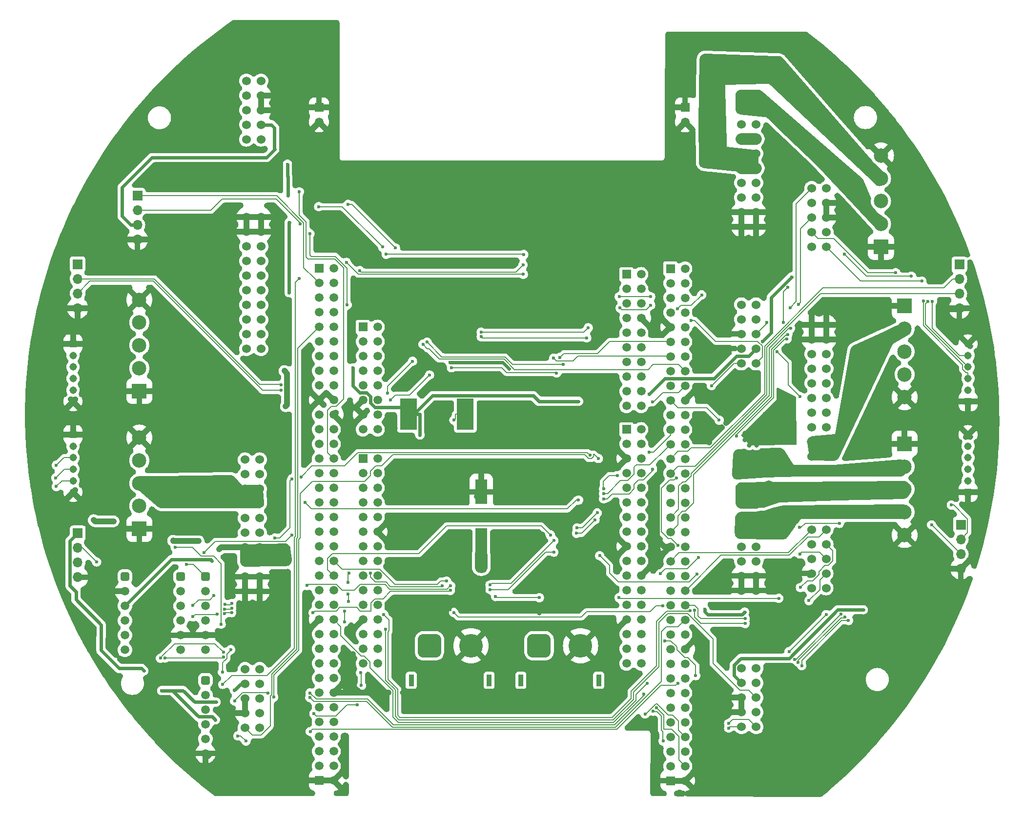
<source format=gbl>
%TF.GenerationSoftware,KiCad,Pcbnew,8.0.6*%
%TF.CreationDate,2024-11-11T21:37:20+01:00*%
%TF.ProjectId,Mainboard,4d61696e-626f-4617-9264-2e6b69636164,rev?*%
%TF.SameCoordinates,Original*%
%TF.FileFunction,Copper,L2,Bot*%
%TF.FilePolarity,Positive*%
%FSLAX46Y46*%
G04 Gerber Fmt 4.6, Leading zero omitted, Abs format (unit mm)*
G04 Created by KiCad (PCBNEW 8.0.6) date 2024-11-11 21:37:20*
%MOMM*%
%LPD*%
G01*
G04 APERTURE LIST*
G04 Aperture macros list*
%AMRoundRect*
0 Rectangle with rounded corners*
0 $1 Rounding radius*
0 $2 $3 $4 $5 $6 $7 $8 $9 X,Y pos of 4 corners*
0 Add a 4 corners polygon primitive as box body*
4,1,4,$2,$3,$4,$5,$6,$7,$8,$9,$2,$3,0*
0 Add four circle primitives for the rounded corners*
1,1,$1+$1,$2,$3*
1,1,$1+$1,$4,$5*
1,1,$1+$1,$6,$7*
1,1,$1+$1,$8,$9*
0 Add four rect primitives between the rounded corners*
20,1,$1+$1,$2,$3,$4,$5,0*
20,1,$1+$1,$4,$5,$6,$7,0*
20,1,$1+$1,$6,$7,$8,$9,0*
20,1,$1+$1,$8,$9,$2,$3,0*%
G04 Aperture macros list end*
%TA.AperFunction,ComponentPad*%
%ADD10C,1.530000*%
%TD*%
%TA.AperFunction,ComponentPad*%
%ADD11R,2.500000X2.500000*%
%TD*%
%TA.AperFunction,ComponentPad*%
%ADD12C,2.500000*%
%TD*%
%TA.AperFunction,ComponentPad*%
%ADD13RoundRect,0.380000X-0.380000X0.380000X-0.380000X-0.380000X0.380000X-0.380000X0.380000X0.380000X0*%
%TD*%
%TA.AperFunction,ComponentPad*%
%ADD14C,1.520000*%
%TD*%
%TA.AperFunction,ComponentPad*%
%ADD15R,1.700000X1.700000*%
%TD*%
%TA.AperFunction,ComponentPad*%
%ADD16O,1.700000X1.700000*%
%TD*%
%TA.AperFunction,ComponentPad*%
%ADD17R,1.508000X1.508000*%
%TD*%
%TA.AperFunction,ComponentPad*%
%ADD18C,1.508000*%
%TD*%
%TA.AperFunction,ComponentPad*%
%ADD19R,1.308000X1.308000*%
%TD*%
%TA.AperFunction,ComponentPad*%
%ADD20C,1.308000*%
%TD*%
%TA.AperFunction,ComponentPad*%
%ADD21R,0.900000X2.000000*%
%TD*%
%TA.AperFunction,ComponentPad*%
%ADD22RoundRect,1.025000X-1.025000X-1.025000X1.025000X-1.025000X1.025000X1.025000X-1.025000X1.025000X0*%
%TD*%
%TA.AperFunction,ComponentPad*%
%ADD23C,4.100000*%
%TD*%
%TA.AperFunction,SMDPad,CuDef*%
%ADD24R,2.050000X4.300000*%
%TD*%
%TA.AperFunction,SMDPad,CuDef*%
%ADD25R,2.900000X5.400000*%
%TD*%
%TA.AperFunction,ViaPad*%
%ADD26C,0.600000*%
%TD*%
%TA.AperFunction,ViaPad*%
%ADD27C,0.800000*%
%TD*%
%TA.AperFunction,ViaPad*%
%ADD28C,1.000000*%
%TD*%
%TA.AperFunction,Conductor*%
%ADD29C,0.200000*%
%TD*%
%TA.AperFunction,Conductor*%
%ADD30C,0.600000*%
%TD*%
%TA.AperFunction,Conductor*%
%ADD31C,1.000000*%
%TD*%
%TA.AperFunction,Conductor*%
%ADD32C,2.000000*%
%TD*%
%TA.AperFunction,Conductor*%
%ADD33C,1.529800*%
%TD*%
%ADD34C,0.300000*%
%ADD35C,0.350000*%
%ADD36O,0.600000X1.700000*%
G04 APERTURE END LIST*
D10*
%TO.P,J4,1,1*%
%TO.N,/SEN0374_INT*%
X238600000Y-147468000D03*
%TO.P,J4,2,2*%
%TO.N,/SEN0374_Boot*%
X241140000Y-147468000D03*
%TO.P,J4,3,3*%
%TO.N,/SEN0374_SDA*%
X238600000Y-150008000D03*
%TO.P,J4,4,4*%
%TO.N,/SEN0374_PS1*%
X241140000Y-150008000D03*
%TO.P,J4,5,5*%
%TO.N,/SEN0374_SCL*%
X238600000Y-152548000D03*
%TO.P,J4,6,6*%
%TO.N,/SEN0374_PS2*%
X241140000Y-152548000D03*
%TO.P,J4,7,7*%
%TO.N,GND*%
X238600000Y-155088000D03*
%TO.P,J4,8,8*%
%TO.N,/SEN0374_BL-IND*%
X241140000Y-155088000D03*
%TO.P,J4,9,9*%
%TO.N,3.3V*%
X238600000Y-157628000D03*
%TO.P,J4,10,10*%
%TO.N,/SEN0374_RST*%
X241140000Y-157628000D03*
%TD*%
D11*
%TO.P,J16,1,1*%
%TO.N,GND*%
X250650000Y-98390000D03*
D12*
%TO.P,J16,2,2*%
%TO.N,/M5_OUT1*%
X250650000Y-94430000D03*
%TO.P,J16,3,3*%
%TO.N,/M5_OUT2*%
X250650000Y-90470000D03*
%TO.P,J16,4,4*%
%TO.N,/M5_OUT3*%
X250650000Y-86510000D03*
%TO.P,J16,5,5*%
%TO.N,GND*%
X250650000Y-82550000D03*
%TD*%
D10*
%TO.P,J20,1,1*%
%TO.N,/M4_OUT1*%
X229000000Y-135190000D03*
%TO.P,J20,2,2*%
X226460000Y-135190000D03*
%TO.P,J20,3,3*%
X229000000Y-137730000D03*
%TO.P,J20,4,4*%
X226460000Y-137730000D03*
%TO.P,J20,5,5*%
%TO.N,/M4_OUT2*%
X229000000Y-140270000D03*
%TO.P,J20,6,6*%
X226460000Y-140270000D03*
%TO.P,J20,7,7*%
X229000000Y-142810000D03*
%TO.P,J20,8,8*%
X226460000Y-142810000D03*
%TO.P,J20,9,9*%
%TO.N,/M4_OUT3*%
X229000000Y-145350000D03*
%TO.P,J20,10,10*%
X226460000Y-145350000D03*
%TO.P,J20,11,11*%
X229000000Y-147890000D03*
%TO.P,J20,12,12*%
X226460000Y-147890000D03*
%TO.P,J20,13,13*%
%TO.N,24V*%
X229000000Y-150430000D03*
%TO.P,J20,14,14*%
X226460000Y-150430000D03*
%TO.P,J20,15,15*%
X229000000Y-152970000D03*
%TO.P,J20,16,16*%
X226460000Y-152970000D03*
%TO.P,J20,17,17*%
%TO.N,GND*%
X229000000Y-155510000D03*
%TO.P,J20,18,18*%
X226460000Y-155510000D03*
%TO.P,J20,19,19*%
X229000000Y-158050000D03*
%TO.P,J20,20,20*%
X226460000Y-158050000D03*
%TO.P,J20,21,21*%
%TO.N,/M4_H2*%
X229000000Y-171570000D03*
%TO.P,J20,22,22*%
%TO.N,/M4_H3*%
X226460000Y-171570000D03*
%TO.P,J20,23,23*%
%TO.N,/M4_H1*%
X229000000Y-174110000D03*
%TO.P,J20,24,24*%
%TO.N,5V*%
X226460000Y-174110000D03*
%TO.P,J20,25,25*%
%TO.N,/M4_RX*%
X229000000Y-176650000D03*
%TO.P,J20,26,26*%
%TO.N,GND*%
X226460000Y-176650000D03*
%TO.P,J20,27,27*%
%TO.N,5V*%
X229000000Y-179190000D03*
%TO.P,J20,28,28*%
%TO.N,GND*%
X226460000Y-179190000D03*
%TO.P,J20,29,29*%
%TO.N,/M4_TX*%
X229000000Y-181730000D03*
%TO.P,J20,30,30*%
%TO.N,/M4_PWM*%
X226460000Y-181730000D03*
%TD*%
%TO.P,J22,1,1*%
%TO.N,/M1_OUT1*%
X140575000Y-116125000D03*
%TO.P,J22,2,2*%
X143115000Y-116125000D03*
%TO.P,J22,3,3*%
X140575000Y-113585000D03*
%TO.P,J22,4,4*%
X143115000Y-113585000D03*
%TO.P,J22,5,5*%
%TO.N,/M1_OUT2*%
X140575000Y-111045000D03*
%TO.P,J22,6,6*%
X143115000Y-111045000D03*
%TO.P,J22,7,7*%
X140575000Y-108505000D03*
%TO.P,J22,8,8*%
X143115000Y-108505000D03*
%TO.P,J22,9,9*%
%TO.N,/M1_OUT3*%
X140575000Y-105965000D03*
%TO.P,J22,10,10*%
X143115000Y-105965000D03*
%TO.P,J22,11,11*%
X140575000Y-103425000D03*
%TO.P,J22,12,12*%
X143115000Y-103425000D03*
%TO.P,J22,13,13*%
%TO.N,24V*%
X140575000Y-100885000D03*
%TO.P,J22,14,14*%
X143115000Y-100885000D03*
%TO.P,J22,15,15*%
X140575000Y-98345000D03*
%TO.P,J22,16,16*%
X143115000Y-98345000D03*
%TO.P,J22,17,17*%
%TO.N,GND*%
X140575000Y-95805000D03*
%TO.P,J22,18,18*%
X143115000Y-95805000D03*
%TO.P,J22,19,19*%
X140575000Y-93265000D03*
%TO.P,J22,20,20*%
X143115000Y-93265000D03*
%TO.P,J22,21,21*%
%TO.N,/M1_H2*%
X140575000Y-79745000D03*
%TO.P,J22,22,22*%
%TO.N,/M1_H3*%
X143115000Y-79745000D03*
%TO.P,J22,23,23*%
%TO.N,/M1_H1*%
X140575000Y-77205000D03*
%TO.P,J22,24,24*%
%TO.N,5V*%
X143115000Y-77205000D03*
%TO.P,J22,25,25*%
%TO.N,/M1_RX*%
X140575000Y-74665000D03*
%TO.P,J22,26,26*%
%TO.N,GND*%
X143115000Y-74665000D03*
%TO.P,J22,27,27*%
%TO.N,5V*%
X140575000Y-72125000D03*
%TO.P,J22,28,28*%
%TO.N,GND*%
X143115000Y-72125000D03*
%TO.P,J22,29,29*%
%TO.N,/M1_TX*%
X140575000Y-69585000D03*
%TO.P,J22,30,30*%
%TO.N,/M1_PWM*%
X143115000Y-69585000D03*
%TD*%
%TO.P,J19,1,1*%
%TO.N,/M3_OUT1*%
X142880000Y-135350000D03*
%TO.P,J19,2,2*%
X140340000Y-135350000D03*
%TO.P,J19,3,3*%
X142880000Y-137890000D03*
%TO.P,J19,4,4*%
X140340000Y-137890000D03*
%TO.P,J19,5,5*%
%TO.N,/M3_OUT2*%
X142880000Y-140430000D03*
%TO.P,J19,6,6*%
X140340000Y-140430000D03*
%TO.P,J19,7,7*%
X142880000Y-142970000D03*
%TO.P,J19,8,8*%
X140340000Y-142970000D03*
%TO.P,J19,9,9*%
%TO.N,/M3_OUT3*%
X142880000Y-145510000D03*
%TO.P,J19,10,10*%
X140340000Y-145510000D03*
%TO.P,J19,11,11*%
X142880000Y-148050000D03*
%TO.P,J19,12,12*%
X140340000Y-148050000D03*
%TO.P,J19,13,13*%
%TO.N,24V*%
X142880000Y-150590000D03*
%TO.P,J19,14,14*%
X140340000Y-150590000D03*
%TO.P,J19,15,15*%
X142880000Y-153130000D03*
%TO.P,J19,16,16*%
X140340000Y-153130000D03*
%TO.P,J19,17,17*%
%TO.N,GND*%
X142880000Y-155670000D03*
%TO.P,J19,18,18*%
X140340000Y-155670000D03*
%TO.P,J19,19,19*%
X142880000Y-158210000D03*
%TO.P,J19,20,20*%
X140340000Y-158210000D03*
%TO.P,J19,21,21*%
%TO.N,/M3_H2*%
X142880000Y-171730000D03*
%TO.P,J19,22,22*%
%TO.N,/M3_H3*%
X140340000Y-171730000D03*
%TO.P,J19,23,23*%
%TO.N,/M3_H1*%
X142880000Y-174270000D03*
%TO.P,J19,24,24*%
%TO.N,5V*%
X140340000Y-174270000D03*
%TO.P,J19,25,25*%
%TO.N,/M3_RX*%
X142880000Y-176810000D03*
%TO.P,J19,26,26*%
%TO.N,GND*%
X140340000Y-176810000D03*
%TO.P,J19,27,27*%
%TO.N,5V*%
X142880000Y-179350000D03*
%TO.P,J19,28,28*%
%TO.N,GND*%
X140340000Y-179350000D03*
%TO.P,J19,29,29*%
%TO.N,/M3_TX*%
X142880000Y-181890000D03*
%TO.P,J19,30,30*%
%TO.N,/M3_PWM*%
X140340000Y-181890000D03*
%TD*%
D13*
%TO.P,J3,1,1*%
%TO.N,/VL6180_IO1*%
X133460000Y-173627500D03*
D14*
%TO.P,J3,2,2*%
%TO.N,/VL6180_IO0*%
X133460000Y-176167500D03*
%TO.P,J3,3,3*%
%TO.N,/VL6180_SCL*%
X133460000Y-178707500D03*
%TO.P,J3,4,4*%
%TO.N,/VL6180_SDA*%
X133460000Y-181247500D03*
%TO.P,J3,5,5*%
%TO.N,2.8V*%
X133460000Y-183787500D03*
%TO.P,J3,6,6*%
%TO.N,GND*%
X133460000Y-186327500D03*
%TD*%
D10*
%TO.P,J18,1,1*%
%TO.N,/M2_OUT1*%
X238630000Y-134780000D03*
%TO.P,J18,2,2*%
X241170000Y-134780000D03*
%TO.P,J18,3,3*%
X238630000Y-132240000D03*
%TO.P,J18,4,4*%
X241170000Y-132240000D03*
%TO.P,J18,5,5*%
%TO.N,/M2_OUT2*%
X238630000Y-129700000D03*
%TO.P,J18,6,6*%
X241170000Y-129700000D03*
%TO.P,J18,7,7*%
X238630000Y-127160000D03*
%TO.P,J18,8,8*%
X241170000Y-127160000D03*
%TO.P,J18,9,9*%
%TO.N,/M2_OUT3*%
X238630000Y-124620000D03*
%TO.P,J18,10,10*%
X241170000Y-124620000D03*
%TO.P,J18,11,11*%
X238630000Y-122080000D03*
%TO.P,J18,12,12*%
X241170000Y-122080000D03*
%TO.P,J18,13,13*%
%TO.N,24V*%
X238630000Y-119540000D03*
%TO.P,J18,14,14*%
X241170000Y-119540000D03*
%TO.P,J18,15,15*%
X238630000Y-117000000D03*
%TO.P,J18,16,16*%
X241170000Y-117000000D03*
%TO.P,J18,17,17*%
%TO.N,GND*%
X238630000Y-114460000D03*
%TO.P,J18,18,18*%
X241170000Y-114460000D03*
%TO.P,J18,19,19*%
X238630000Y-111920000D03*
%TO.P,J18,20,20*%
X241170000Y-111920000D03*
%TO.P,J18,21,21*%
%TO.N,/M2_H2*%
X238630000Y-98400000D03*
%TO.P,J18,22,22*%
%TO.N,/M2_H3*%
X241170000Y-98400000D03*
%TO.P,J18,23,23*%
%TO.N,/M2_H1*%
X238630000Y-95860000D03*
%TO.P,J18,24,24*%
%TO.N,5V*%
X241170000Y-95860000D03*
%TO.P,J18,25,25*%
%TO.N,/M2_RX*%
X238630000Y-93320000D03*
%TO.P,J18,26,26*%
%TO.N,GND*%
X241170000Y-93320000D03*
%TO.P,J18,27,27*%
%TO.N,5V*%
X238630000Y-90780000D03*
%TO.P,J18,28,28*%
%TO.N,GND*%
X241170000Y-90780000D03*
%TO.P,J18,29,29*%
%TO.N,/M2_TX*%
X238630000Y-88240000D03*
%TO.P,J18,30,30*%
%TO.N,/M2_PWM*%
X241170000Y-88240000D03*
%TD*%
D13*
%TO.P,J24,1,1*%
%TO.N,/VL53L4CD2_SHUT*%
X133460000Y-155640000D03*
D14*
%TO.P,J24,2,2*%
%TO.N,/VL53L4CD2_INT*%
X133460000Y-158180000D03*
%TO.P,J24,3,3*%
%TO.N,/VL53L4CD2_SCL*%
X133460000Y-160720000D03*
%TO.P,J24,4,4*%
%TO.N,/VL53L4CD2_SDA*%
X133460000Y-163260000D03*
%TO.P,J24,5,5*%
%TO.N,GND*%
X133460000Y-165800000D03*
%TO.P,J24,6,6*%
%TO.N,3.3V*%
X133460000Y-168340000D03*
%TD*%
D13*
%TO.P,J25,1,1*%
%TO.N,/ADPS-9960_VL*%
X119500000Y-155650000D03*
D14*
%TO.P,J25,2,2*%
%TO.N,GND*%
X119500000Y-158190000D03*
%TO.P,J25,3,3*%
%TO.N,3.3V*%
X119500000Y-160730000D03*
%TO.P,J25,4,4*%
%TO.N,/ADPS-9960_SDA*%
X119500000Y-163270000D03*
%TO.P,J25,5,5*%
%TO.N,/ADPS-9960_SCL*%
X119500000Y-165810000D03*
%TO.P,J25,6,6*%
%TO.N,/ADPS-9960_INT*%
X119500000Y-168350000D03*
%TD*%
D15*
%TO.P,J26,1,Pin_1*%
%TO.N,/Rpi_TX*%
X121670000Y-89530000D03*
D16*
%TO.P,J26,2,Pin_2*%
%TO.N,/Rpi_RX*%
X121670000Y-92070000D03*
%TO.P,J26,3,Pin_3*%
%TO.N,5V*%
X121670000Y-94610000D03*
%TO.P,J26,4,Pin_4*%
%TO.N,GND*%
X121670000Y-97150000D03*
%TD*%
D13*
%TO.P,J8,1,1*%
%TO.N,/VL53L4CD_SHUT*%
X129166700Y-155668000D03*
D14*
%TO.P,J8,2,2*%
%TO.N,/VL53L4CD_INT*%
X129166700Y-158208000D03*
%TO.P,J8,3,3*%
%TO.N,/VL53L4CD_SCL*%
X129166700Y-160748000D03*
%TO.P,J8,4,4*%
%TO.N,/VL53L4CD_SDA*%
X129166700Y-163288000D03*
%TO.P,J8,5,5*%
%TO.N,GND*%
X129166700Y-165828000D03*
%TO.P,J8,6,6*%
%TO.N,3.3V*%
X129166700Y-168368000D03*
%TD*%
D17*
%TO.P,U1,CN3_1,GND_CN3*%
%TO.N,GND*%
X153168300Y-74210000D03*
D18*
%TO.P,U1,CN3_2,GND_CN3*%
X153168300Y-76750000D03*
D17*
%TO.P,U1,CN4_1,GND_CN4*%
X216668300Y-74210000D03*
D18*
%TO.P,U1,CN4_2,GND_CN4*%
X216668300Y-76750000D03*
D17*
%TO.P,U1,CN7_1,D16/I2S_A_MCK*%
%TO.N,unconnected-(U1E-D16{slash}I2S_A_MCK-PadCN7_1)*%
X206508300Y-103166000D03*
D18*
%TO.P,U1,CN7_2,D15/I2C_A_SCL*%
%TO.N,unconnected-(U1E-D15{slash}I2C_A_SCL-PadCN7_2)*%
X209048300Y-103166000D03*
%TO.P,U1,CN7_3,D17/I2S_A_SD*%
%TO.N,unconnected-(U1E-D17{slash}I2S_A_SD-PadCN7_3)*%
X206508300Y-105706000D03*
%TO.P,U1,CN7_4,D14/I2C_A_SDA*%
%TO.N,unconnected-(U1E-D14{slash}I2C_A_SDA-PadCN7_4)*%
X209048300Y-105706000D03*
%TO.P,U1,CN7_5,D18/I2S_A_CK*%
%TO.N,unconnected-(U1E-D18{slash}I2S_A_CK-PadCN7_5)*%
X206508300Y-108246000D03*
%TO.P,U1,CN7_6,VREFP_CN7*%
%TO.N,unconnected-(U1E-VREFP_CN7-PadCN7_6)*%
X209048300Y-108246000D03*
%TO.P,U1,CN7_7,D19/I2S_A_WS*%
%TO.N,unconnected-(U1E-D19{slash}I2S_A_WS-PadCN7_7)*%
X206508300Y-110786000D03*
%TO.P,U1,CN7_8,GND_CN7*%
%TO.N,GND*%
X209048300Y-110786000D03*
%TO.P,U1,CN7_9,D20/I2S_B_WS*%
%TO.N,unconnected-(U1E-D20{slash}I2S_B_WS-PadCN7_9)*%
X206508300Y-113326000D03*
%TO.P,U1,CN7_10,D13/SPI_A_SCK*%
%TO.N,unconnected-(U1E-D13{slash}SPI_A_SCK-PadCN7_10)*%
X209048300Y-113326000D03*
%TO.P,U1,CN7_11,D21/I2S_B_MCK*%
%TO.N,unconnected-(U1E-D21{slash}I2S_B_MCK-PadCN7_11)*%
X206508300Y-115866000D03*
%TO.P,U1,CN7_12,D12/SPI_A_MISO*%
%TO.N,unconnected-(U1E-D12{slash}SPI_A_MISO-PadCN7_12)*%
X209048300Y-115866000D03*
%TO.P,U1,CN7_13,D22/I2S_B_SD/SPI_B_MOSI*%
%TO.N,unconnected-(U1E-D22{slash}I2S_B_SD{slash}SPI_B_MOSI-PadCN7_13)*%
X206508300Y-118406000D03*
%TO.P,U1,CN7_14,D11/SPI_A_MOSI/TIM_E_PWM1*%
%TO.N,unconnected-(U1E-D11{slash}SPI_A_MOSI{slash}TIM_E_PWM1-PadCN7_14)*%
X209048300Y-118406000D03*
%TO.P,U1,CN7_15,D23/I2S_B_CK/SPI_B_SCK*%
%TO.N,unconnected-(U1E-D23{slash}I2S_B_CK{slash}SPI_B_SCK-PadCN7_15)*%
X206508300Y-120946000D03*
%TO.P,U1,CN7_16,D10/SPI_A_CS/TIM_B_PWM3*%
%TO.N,unconnected-(U1E-D10{slash}SPI_A_CS{slash}TIM_B_PWM3-PadCN7_16)*%
X209048300Y-120946000D03*
%TO.P,U1,CN7_17,D24/SPI_B_NSS*%
%TO.N,unconnected-(U1E-D24{slash}SPI_B_NSS-PadCN7_17)*%
X206508300Y-123486000D03*
%TO.P,U1,CN7_18,D9/TIMER_B_PWM2*%
%TO.N,unconnected-(U1E-D9{slash}TIMER_B_PWM2-PadCN7_18)*%
X209048300Y-123486000D03*
%TO.P,U1,CN7_19,D25/SPI_B_MISO*%
%TO.N,unconnected-(U1E-D25{slash}SPI_B_MISO-PadCN7_19)*%
X206508300Y-126026000D03*
%TO.P,U1,CN7_20,D8/IO*%
%TO.N,unconnected-(U1E-D8{slash}IO-PadCN7_20)*%
X209048300Y-126026000D03*
D17*
%TO.P,U1,CN8_1,NC_CN8*%
%TO.N,unconnected-(U1C-NC_CN8-PadCN8_1)*%
X160788300Y-112310000D03*
D18*
%TO.P,U1,CN8_2,D43/SDMMC_D0*%
%TO.N,unconnected-(U1C-D43{slash}SDMMC_D0-PadCN8_2)*%
X163328300Y-112310000D03*
%TO.P,U1,CN8_3,IOREF_CN8*%
%TO.N,unconnected-(U1C-IOREF_CN8-PadCN8_3)*%
X160788300Y-114850000D03*
%TO.P,U1,CN8_4,D44/SDMMC_D1/I2S_A_CKIN*%
%TO.N,unconnected-(U1C-D44{slash}SDMMC_D1{slash}I2S_A_CKIN-PadCN8_4)*%
X163328300Y-114850000D03*
%TO.P,U1,CN8_5,NRST_CN8*%
%TO.N,unconnected-(U1C-NRST_CN8-PadCN8_5)*%
X160788300Y-117390000D03*
%TO.P,U1,CN8_6,D45/SDMMC_D2*%
%TO.N,unconnected-(U1C-D45{slash}SDMMC_D2-PadCN8_6)*%
X163328300Y-117390000D03*
%TO.P,U1,CN8_7,3V3_CN8*%
%TO.N,unconnected-(U1C-3V3_CN8-PadCN8_7)*%
X160788300Y-119930000D03*
%TO.P,U1,CN8_8,D46/SDMMC_D3*%
%TO.N,unconnected-(U1C-D46{slash}SDMMC_D3-PadCN8_8)*%
X163328300Y-119930000D03*
%TO.P,U1,CN8_9,5V_CN8*%
%TO.N,unconnected-(U1C-5V_CN8-PadCN8_9)*%
X160788300Y-122470000D03*
%TO.P,U1,CN8_10,D47/SDMMC_CK*%
%TO.N,unconnected-(U1C-D47{slash}SDMMC_CK-PadCN8_10)*%
X163328300Y-122470000D03*
%TO.P,U1,CN8_11,GND_CN8*%
%TO.N,GND*%
X160788300Y-125010000D03*
%TO.P,U1,CN8_12,D48/SDMMC_CMD*%
%TO.N,unconnected-(U1C-D48{slash}SDMMC_CMD-PadCN8_12)*%
X163328300Y-125010000D03*
%TO.P,U1,CN8_13,GND_CN8*%
%TO.N,GND*%
X160788300Y-127550000D03*
%TO.P,U1,CN8_14,D49/IO*%
%TO.N,unconnected-(U1C-D49{slash}IO-PadCN8_14)*%
X163328300Y-127550000D03*
%TO.P,U1,CN8_15,VIN_CN8*%
%TO.N,unconnected-(U1C-VIN_CN8-PadCN8_15)*%
X160788300Y-130090000D03*
%TO.P,U1,CN8_16,D50/IO*%
%TO.N,unconnected-(U1C-D50{slash}IO-PadCN8_16)*%
X163328300Y-130090000D03*
D17*
%TO.P,U1,CN9_1,A0/ADC12_INP15*%
%TO.N,unconnected-(U1D-A0{slash}ADC12_INP15-PadCN9_1)*%
X160788300Y-135170000D03*
D18*
%TO.P,U1,CN9_2,D51/USART_B_SCLK*%
%TO.N,unconnected-(U1D-D51{slash}USART_B_SCLK-PadCN9_2)*%
X163328300Y-135170000D03*
%TO.P,U1,CN9_3,A1/ADC123_INP10*%
%TO.N,unconnected-(U1D-A1{slash}ADC123_INP10-PadCN9_3)*%
X160788300Y-137710000D03*
%TO.P,U1,CN9_4,D52/USART_B_RX*%
%TO.N,unconnected-(U1D-D52{slash}USART_B_RX-PadCN9_4)*%
X163328300Y-137710000D03*
%TO.P,U1,CN9_5,A2/ADC12_INP13*%
%TO.N,unconnected-(U1D-A2{slash}ADC12_INP13-PadCN9_5)*%
X160788300Y-140250000D03*
%TO.P,U1,CN9_6,D53/USART_B_TX*%
%TO.N,unconnected-(U1D-D53{slash}USART_B_TX-PadCN9_6)*%
X163328300Y-140250000D03*
%TO.P,U1,CN9_7,A3/ADC12_INP5*%
%TO.N,unconnected-(U1D-A3{slash}ADC12_INP5-PadCN9_7)*%
X160788300Y-142790000D03*
%TO.P,U1,CN9_8,D54/USART_B_RTS*%
%TO.N,unconnected-(U1D-D54{slash}USART_B_RTS-PadCN9_8)*%
X163328300Y-142790000D03*
%TO.P,U1,CN9_9,A4/ADC123_INP12/I2C1_SDA*%
%TO.N,unconnected-(U1D-A4{slash}ADC123_INP12{slash}I2C1_SDA-PadCN9_9)*%
X160788300Y-145330000D03*
%TO.P,U1,CN9_10,D55/USART_B_CTS*%
%TO.N,unconnected-(U1D-D55{slash}USART_B_CTS-PadCN9_10)*%
X163328300Y-145330000D03*
%TO.P,U1,CN9_11,A5/ADC3_INP6/I2C1_SCL*%
%TO.N,unconnected-(U1D-A5{slash}ADC3_INP6{slash}I2C1_SCL-PadCN9_11)*%
X160788300Y-147870000D03*
%TO.P,U1,CN9_12,GND_CN9*%
%TO.N,GND*%
X163328300Y-147870000D03*
%TO.P,U1,CN9_13,D72/COMP1_INP*%
%TO.N,unconnected-(U1D-D72{slash}COMP1_INP-PadCN9_13)*%
X160788300Y-150410000D03*
%TO.P,U1,CN9_14,D56/SAI_A_MCLK*%
%TO.N,unconnected-(U1D-D56{slash}SAI_A_MCLK-PadCN9_14)*%
X163328300Y-150410000D03*
%TO.P,U1,CN9_15,D71/COMP2_INP*%
%TO.N,unconnected-(U1D-D71{slash}COMP2_INP-PadCN9_15)*%
X160788300Y-152950000D03*
%TO.P,U1,CN9_16,D57/SAI_A_FS*%
%TO.N,unconnected-(U1D-D57{slash}SAI_A_FS-PadCN9_16)*%
X163328300Y-152950000D03*
%TO.P,U1,CN9_17,D70/I2C_B_SMBA*%
%TO.N,unconnected-(U1D-D70{slash}I2C_B_SMBA-PadCN9_17)*%
X160788300Y-155490000D03*
%TO.P,U1,CN9_18,D58/SAI_A_SCK*%
%TO.N,unconnected-(U1D-D58{slash}SAI_A_SCK-PadCN9_18)*%
X163328300Y-155490000D03*
%TO.P,U1,CN9_19,D69/I2C_B_SCL*%
%TO.N,unconnected-(U1D-D69{slash}I2C_B_SCL-PadCN9_19)*%
X160788300Y-158030000D03*
%TO.P,U1,CN9_20,D59/SAI_A_SD*%
%TO.N,unconnected-(U1D-D59{slash}SAI_A_SD-PadCN9_20)*%
X163328300Y-158030000D03*
%TO.P,U1,CN9_21,D68/I2C_B_SDA*%
%TO.N,unconnected-(U1D-D68{slash}I2C_B_SDA-PadCN9_21)*%
X160788300Y-160570000D03*
%TO.P,U1,CN9_22,D60/SAI_B_SD*%
%TO.N,unconnected-(U1D-D60{slash}SAI_B_SD-PadCN9_22)*%
X163328300Y-160570000D03*
%TO.P,U1,CN9_23,GND_CN9*%
%TO.N,GND*%
X160788300Y-163110000D03*
%TO.P,U1,CN9_24,D61/SAI_B_SCK*%
%TO.N,unconnected-(U1D-D61{slash}SAI_B_SCK-PadCN9_24)*%
X163328300Y-163110000D03*
%TO.P,U1,CN9_25,D67/CAN_RX*%
%TO.N,unconnected-(U1D-D67{slash}CAN_RX-PadCN9_25)*%
X160788300Y-165650000D03*
%TO.P,U1,CN9_26,D62/SAI_B_MCLK*%
%TO.N,unconnected-(U1D-D62{slash}SAI_B_MCLK-PadCN9_26)*%
X163328300Y-165650000D03*
%TO.P,U1,CN9_27,D66/CAN_TX*%
%TO.N,unconnected-(U1D-D66{slash}CAN_TX-PadCN9_27)*%
X160788300Y-168190000D03*
%TO.P,U1,CN9_28,D63/SAI_B_FS*%
%TO.N,unconnected-(U1D-D63{slash}SAI_B_FS-PadCN9_28)*%
X163328300Y-168190000D03*
%TO.P,U1,CN9_29,D65/IO*%
%TO.N,unconnected-(U1D-D65{slash}IO-PadCN9_29)*%
X160788300Y-170730000D03*
%TO.P,U1,CN9_30,D64/IO*%
%TO.N,unconnected-(U1D-D64{slash}IO-PadCN9_30)*%
X163328300Y-170730000D03*
D17*
%TO.P,U1,CN10_1,AVDD*%
%TO.N,unconnected-(U1F-AVDD-PadCN10_1)*%
X206508300Y-130090000D03*
D18*
%TO.P,U1,CN10_2,D7/IO*%
%TO.N,unconnected-(U1F-D7{slash}IO-PadCN10_2)*%
X209048300Y-130090000D03*
%TO.P,U1,CN10_3,AGND_CN10*%
%TO.N,unconnected-(U1F-AGND_CN10-PadCN10_3)*%
X206508300Y-132630000D03*
%TO.P,U1,CN10_4,D6/TIMER_A_PWM1*%
%TO.N,unconnected-(U1F-D6{slash}TIMER_A_PWM1-PadCN10_4)*%
X209048300Y-132630000D03*
%TO.P,U1,CN10_5,GND_CN10*%
%TO.N,GND*%
X206508300Y-135170000D03*
%TO.P,U1,CN10_6,D5/TIMER_A_PWM2*%
%TO.N,unconnected-(U1F-D5{slash}TIMER_A_PWM2-PadCN10_6)*%
X209048300Y-135170000D03*
%TO.P,U1,CN10_7,A6/ADC_A_IN*%
%TO.N,unconnected-(U1F-A6{slash}ADC_A_IN-PadCN10_7)*%
X206508300Y-137710000D03*
%TO.P,U1,CN10_8,D4/IO*%
%TO.N,unconnected-(U1F-D4{slash}IO-PadCN10_8)*%
X209048300Y-137710000D03*
%TO.P,U1,CN10_9,A7/ADC_B_IN*%
%TO.N,unconnected-(U1F-A7{slash}ADC_B_IN-PadCN10_9)*%
X206508300Y-140250000D03*
%TO.P,U1,CN10_10,D3/TIMER_A_PWM3*%
%TO.N,unconnected-(U1F-D3{slash}TIMER_A_PWM3-PadCN10_10)*%
X209048300Y-140250000D03*
%TO.P,U1,CN10_11,A8/ADC_C_IN*%
%TO.N,unconnected-(U1F-A8{slash}ADC_C_IN-PadCN10_11)*%
X206508300Y-142790000D03*
%TO.P,U1,CN10_12,D2/IO*%
%TO.N,unconnected-(U1F-D2{slash}IO-PadCN10_12)*%
X209048300Y-142790000D03*
%TO.P,U1,CN10_13,D26/QSPI_CS*%
%TO.N,unconnected-(U1F-D26{slash}QSPI_CS-PadCN10_13)*%
X206508300Y-145330000D03*
%TO.P,U1,CN10_14,D1/USART_A_TX*%
%TO.N,unconnected-(U1F-D1{slash}USART_A_TX-PadCN10_14)*%
X209048300Y-145330000D03*
%TO.P,U1,CN10_15,D27/QSPI_CLK*%
%TO.N,unconnected-(U1F-D27{slash}QSPI_CLK-PadCN10_15)*%
X206508300Y-147870000D03*
%TO.P,U1,CN10_16,D0/USART_A_RX*%
%TO.N,unconnected-(U1F-D0{slash}USART_A_RX-PadCN10_16)*%
X209048300Y-147870000D03*
%TO.P,U1,CN10_17,GND_CN10*%
%TO.N,GND*%
X206508300Y-150410000D03*
%TO.P,U1,CN10_18,D42/TIMER_A_PWM1N*%
%TO.N,unconnected-(U1F-D42{slash}TIMER_A_PWM1N-PadCN10_18)*%
X209048300Y-150410000D03*
%TO.P,U1,CN10_19,D28/QSPI_BK1_IO3*%
%TO.N,unconnected-(U1F-D28{slash}QSPI_BK1_IO3-PadCN10_19)*%
X206508300Y-152950000D03*
%TO.P,U1,CN10_20,D41/TIMER_A_ETR*%
%TO.N,unconnected-(U1F-D41{slash}TIMER_A_ETR-PadCN10_20)*%
X209048300Y-152950000D03*
%TO.P,U1,CN10_21,D29/QSPI_BK1_IO1*%
%TO.N,unconnected-(U1F-D29{slash}QSPI_BK1_IO1-PadCN10_21)*%
X206508300Y-155490000D03*
%TO.P,U1,CN10_22,GND_CN10*%
%TO.N,GND*%
X209048300Y-155490000D03*
%TO.P,U1,CN10_23,D30/QSPI_BK1_IO0*%
%TO.N,unconnected-(U1F-D30{slash}QSPI_BK1_IO0-PadCN10_23)*%
X206508300Y-158030000D03*
%TO.P,U1,CN10_24,D40/TIMER_A_PWM2N*%
%TO.N,unconnected-(U1F-D40{slash}TIMER_A_PWM2N-PadCN10_24)*%
X209048300Y-158030000D03*
%TO.P,U1,CN10_25,D31/QSPI_BK1_IO2*%
%TO.N,unconnected-(U1F-D31{slash}QSPI_BK1_IO2-PadCN10_25)*%
X206508300Y-160570000D03*
%TO.P,U1,CN10_26,D39/TIMER_A_PWM3N*%
%TO.N,unconnected-(U1F-D39{slash}TIMER_A_PWM3N-PadCN10_26)*%
X209048300Y-160570000D03*
%TO.P,U1,CN10_27,GND_CN10*%
%TO.N,GND*%
X206508300Y-163110000D03*
%TO.P,U1,CN10_28,D38/TIMER_A_BKIN2*%
%TO.N,unconnected-(U1F-D38{slash}TIMER_A_BKIN2-PadCN10_28)*%
X209048300Y-163110000D03*
%TO.P,U1,CN10_29,D32/TIMER_C_PWM1*%
%TO.N,unconnected-(U1F-D32{slash}TIMER_C_PWM1-PadCN10_29)*%
X206508300Y-165650000D03*
%TO.P,U1,CN10_30,D37/TIMER_A_BKIN1*%
%TO.N,unconnected-(U1F-D37{slash}TIMER_A_BKIN1-PadCN10_30)*%
X209048300Y-165650000D03*
%TO.P,U1,CN10_31,D33/TIMER_D_PWM1*%
%TO.N,unconnected-(U1F-D33{slash}TIMER_D_PWM1-PadCN10_31)*%
X206508300Y-168190000D03*
%TO.P,U1,CN10_32,D36/TIMER_C_PWM2*%
%TO.N,unconnected-(U1F-D36{slash}TIMER_C_PWM2-PadCN10_32)*%
X209048300Y-168190000D03*
%TO.P,U1,CN10_33,D34/TIMER_B_ETR*%
%TO.N,unconnected-(U1F-D34{slash}TIMER_B_ETR-PadCN10_33)*%
X206508300Y-170730000D03*
%TO.P,U1,CN10_34,D35/TIMER_C_PWM3*%
%TO.N,unconnected-(U1F-D35{slash}TIMER_C_PWM3-PadCN10_34)*%
X209048300Y-170730000D03*
D17*
%TO.P,U1,CN11_1,PC10*%
%TO.N,/M5_TX*%
X153168300Y-102150000D03*
D18*
%TO.P,U1,CN11_2,PC11*%
%TO.N,/M5_RX*%
X155708300Y-102150000D03*
%TO.P,U1,CN11_3,PC12*%
%TO.N,/Rpi_TX*%
X153168300Y-104690000D03*
%TO.P,U1,CN11_4,PD2*%
%TO.N,unconnected-(U1A-PD2-PadCN11_4)*%
X155708300Y-104690000D03*
%TO.P,U1,CN11_5,3V3_VDD*%
%TO.N,unconnected-(U1A-3V3_VDD-PadCN11_5)*%
X153168300Y-107230000D03*
%TO.P,U1,CN11_6,5V_EXT*%
%TO.N,unconnected-(U1A-5V_EXT-PadCN11_6)*%
X155708300Y-107230000D03*
%TO.P,U1,CN11_7,BOOT0*%
%TO.N,unconnected-(U1A-BOOT0-PadCN11_7)*%
X153168300Y-109770000D03*
%TO.P,U1,CN11_8,GND_CN11*%
%TO.N,GND*%
X155708300Y-109770000D03*
%TO.P,U1,CN11_9,PF6*%
%TO.N,/M3_PWM*%
X153168300Y-112310000D03*
%TO.P,U1,CN11_10,NC*%
%TO.N,unconnected-(U1A-NC-PadCN11_10)*%
X155708300Y-112310000D03*
%TO.P,U1,CN11_11,PF7*%
%TO.N,unconnected-(U1A-PF7-PadCN11_11)*%
X153168300Y-114850000D03*
%TO.P,U1,CN11_12,IOREF*%
%TO.N,unconnected-(U1A-IOREF-PadCN11_12)*%
X155708300Y-114850000D03*
%TO.P,U1,CN11_13,PA13*%
%TO.N,unconnected-(U1A-PA13-PadCN11_13)*%
X153168300Y-117390000D03*
%TO.P,U1,CN11_14,NRST*%
%TO.N,unconnected-(U1A-NRST-PadCN11_14)*%
X155708300Y-117390000D03*
%TO.P,U1,CN11_15,PA14*%
%TO.N,unconnected-(U1A-PA14-PadCN11_15)*%
X153168300Y-119930000D03*
%TO.P,U1,CN11_16,3V3*%
%TO.N,3.3V*%
X155708300Y-119930000D03*
%TO.P,U1,CN11_17,PA15*%
%TO.N,/M1_Encoder_A*%
X153168300Y-122470000D03*
%TO.P,U1,CN11_18,5V*%
%TO.N,unconnected-(U1A-5V-PadCN11_18)*%
X155708300Y-122470000D03*
%TO.P,U1,CN11_19,GND_CN11*%
%TO.N,GND*%
X153168300Y-125010000D03*
%TO.P,U1,CN11_20,GND_CN11*%
X155708300Y-125010000D03*
%TO.P,U1,CN11_21,PB7*%
%TO.N,/M3_Encoder_B*%
X153168300Y-127550000D03*
%TO.P,U1,CN11_22,GND_CN11*%
%TO.N,GND*%
X155708300Y-127550000D03*
%TO.P,U1,CN11_23,PC13*%
%TO.N,unconnected-(U1A-PC13-PadCN11_23)*%
X153168300Y-130090000D03*
%TO.P,U1,CN11_24,VIN*%
%TO.N,unconnected-(U1A-VIN-PadCN11_24)*%
X155708300Y-130090000D03*
%TO.P,U1,CN11_25,PC14*%
%TO.N,unconnected-(U1A-PC14-PadCN11_25)*%
X153168300Y-132630000D03*
%TO.P,U1,CN11_26,NC*%
%TO.N,unconnected-(U1A-NC-PadCN11_26)*%
X155708300Y-132630000D03*
%TO.P,U1,CN11_27,PC15*%
%TO.N,unconnected-(U1A-PC15-PadCN11_27)*%
X153168300Y-135170000D03*
%TO.P,U1,CN11_28,PA0*%
%TO.N,/M1_PWM*%
X155708300Y-135170000D03*
%TO.P,U1,CN11_29,PH0*%
%TO.N,unconnected-(U1A-PH0-PadCN11_29)*%
X153168300Y-137710000D03*
%TO.P,U1,CN11_30,PA1*%
%TO.N,/M1_Encoder_B*%
X155708300Y-137710000D03*
%TO.P,U1,CN11_31,PH1*%
%TO.N,unconnected-(U1A-PH1-PadCN11_31)*%
X153168300Y-140250000D03*
%TO.P,U1,CN11_32,PA4*%
%TO.N,WSENS_CS*%
X155708300Y-140250000D03*
%TO.P,U1,CN11_33,VBAT*%
%TO.N,unconnected-(U1A-VBAT-PadCN11_33)*%
X153168300Y-142790000D03*
%TO.P,U1,CN11_34,PB0*%
%TO.N,unconnected-(U1A-PB0-PadCN11_34)*%
X155708300Y-142790000D03*
%TO.P,U1,CN11_35,PC2*%
%TO.N,RF_MISO*%
X153168300Y-145330000D03*
%TO.P,U1,CN11_36,PC1*%
%TO.N,unconnected-(U1A-PC1-PadCN11_36)*%
X155708300Y-145330000D03*
%TO.P,U1,CN11_37,PC3*%
%TO.N,RF_MOSI*%
X153168300Y-147870000D03*
%TO.P,U1,CN11_38,PC0*%
%TO.N,unconnected-(U1A-PC0-PadCN11_38)*%
X155708300Y-147870000D03*
%TO.P,U1,CN11_39,PD4*%
%TO.N,unconnected-(U1A-PD4-PadCN11_39)*%
X153168300Y-150410000D03*
%TO.P,U1,CN11_40,PD3*%
%TO.N,RF_SCK*%
X155708300Y-150410000D03*
%TO.P,U1,CN11_41,PD5*%
%TO.N,unconnected-(U1A-PD5-PadCN11_41)*%
X153168300Y-152950000D03*
%TO.P,U1,CN11_42,PG2*%
%TO.N,/SEN0374_PS2*%
X155708300Y-152950000D03*
%TO.P,U1,CN11_43,PD6*%
%TO.N,unconnected-(U1A-PD6-PadCN11_43)*%
X153168300Y-155490000D03*
%TO.P,U1,CN11_44,PG3*%
%TO.N,/SEN0374_BL-IND*%
X155708300Y-155490000D03*
%TO.P,U1,CN11_45,PD7*%
%TO.N,WSENS_SDA*%
X153168300Y-158030000D03*
%TO.P,U1,CN11_46,PE2*%
%TO.N,/M4_RX*%
X155708300Y-158030000D03*
%TO.P,U1,CN11_47,PE3*%
%TO.N,/M4_TX*%
X153168300Y-160570000D03*
%TO.P,U1,CN11_48,PE4*%
%TO.N,unconnected-(U1A-PE4-PadCN11_48)*%
X155708300Y-160570000D03*
%TO.P,U1,CN11_49,GND_CN11*%
%TO.N,GND*%
X153168300Y-163110000D03*
%TO.P,U1,CN11_50,PE5*%
%TO.N,/M2_PWM*%
X155708300Y-163110000D03*
%TO.P,U1,CN11_51,PF1*%
%TO.N,/VL53L4CD2_SCL*%
X153168300Y-165650000D03*
%TO.P,U1,CN11_52,PF2*%
%TO.N,/VL53L4CD_SHUT*%
X155708300Y-165650000D03*
%TO.P,U1,CN11_53,PF0*%
%TO.N,/VL53L4CD2_SDA*%
X153168300Y-168190000D03*
%TO.P,U1,CN11_54,PF8*%
%TO.N,unconnected-(U1A-PF8-PadCN11_54)*%
X155708300Y-168190000D03*
%TO.P,U1,CN11_55,PD1*%
%TO.N,unconnected-(U1A-PD1-PadCN11_55)*%
X153168300Y-170730000D03*
%TO.P,U1,CN11_56,PF9*%
%TO.N,unconnected-(U1A-PF9-PadCN11_56)*%
X155708300Y-170730000D03*
%TO.P,U1,CN11_57,PD0*%
%TO.N,unconnected-(U1A-PD0-PadCN11_57)*%
X153168300Y-173270000D03*
%TO.P,U1,CN11_58,PG1*%
%TO.N,unconnected-(U1A-PG1-PadCN11_58)*%
X155708300Y-173270000D03*
%TO.P,U1,CN11_59,PG0*%
%TO.N,unconnected-(U1A-PG0-PadCN11_59)*%
X153168300Y-175810000D03*
%TO.P,U1,CN11_60,GND_CN11*%
%TO.N,GND*%
X155708300Y-175810000D03*
%TO.P,U1,CN11_61,PE1*%
%TO.N,unconnected-(U1A-PE1-PadCN11_61)*%
X153168300Y-178350000D03*
%TO.P,U1,CN11_62,PE6*%
%TO.N,unconnected-(U1A-PE6-PadCN11_62)*%
X155708300Y-178350000D03*
%TO.P,U1,CN11_63,PG9*%
%TO.N,/M3_RX*%
X153168300Y-180890000D03*
%TO.P,U1,CN11_64,PG15*%
%TO.N,unconnected-(U1A-PG15-PadCN11_64)*%
X155708300Y-180890000D03*
%TO.P,U1,CN11_65,PG12*%
%TO.N,unconnected-(U1A-PG12-PadCN11_65)*%
X153168300Y-183430000D03*
%TO.P,U1,CN11_66,PG10*%
%TO.N,unconnected-(U1A-PG10-PadCN11_66)*%
X155708300Y-183430000D03*
%TO.P,U1,CN11_67,NC*%
%TO.N,unconnected-(U1A-NC-PadCN11_67)*%
X153168300Y-185970000D03*
%TO.P,U1,CN11_68,PG13*%
%TO.N,unconnected-(U1A-PG13-PadCN11_68)*%
X155708300Y-185970000D03*
%TO.P,U1,CN11_69,PD9*%
%TO.N,unconnected-(U1A-PD9-PadCN11_69)*%
X153168300Y-188510000D03*
%TO.P,U1,CN11_70,PG11*%
%TO.N,unconnected-(U1A-PG11-PadCN11_70)*%
X155708300Y-188510000D03*
D17*
%TO.P,U1,CN12_1,PC9*%
%TO.N,/VL6180_SDA*%
X214128300Y-102170000D03*
D18*
%TO.P,U1,CN12_2,PC8*%
%TO.N,/VL6180_IO0*%
X216668300Y-102170000D03*
%TO.P,U1,CN12_3,PB8*%
%TO.N,/SEN0374_SCL*%
X214128300Y-104710000D03*
%TO.P,U1,CN12_4,PC6*%
%TO.N,/M4_Encoder_A*%
X216668300Y-104710000D03*
%TO.P,U1,CN12_5,PB9*%
%TO.N,/SEN0374_SDA*%
X214128300Y-107250000D03*
%TO.P,U1,CN12_6,PC5*%
%TO.N,unconnected-(U1B-PC5-PadCN12_6)*%
X216668300Y-107250000D03*
%TO.P,U1,CN12_7,VREFP*%
%TO.N,unconnected-(U1B-VREFP-PadCN12_7)*%
X214128300Y-109790000D03*
%TO.P,U1,CN12_8,5V_USB_STLK*%
%TO.N,unconnected-(U1B-5V_USB_STLK-PadCN12_8)*%
X216668300Y-109790000D03*
%TO.P,U1,CN12_9,GND_CN12*%
%TO.N,GND*%
X214128300Y-112330000D03*
%TO.P,U1,CN12_10,PD8*%
%TO.N,unconnected-(U1B-PD8-PadCN12_10)*%
X216668300Y-112330000D03*
%TO.P,U1,CN12_11,PA5*%
%TO.N,WSENS_SCL*%
X214128300Y-114870000D03*
%TO.P,U1,CN12_12,PA12*%
%TO.N,unconnected-(U1B-PA12-PadCN12_12)*%
X216668300Y-114870000D03*
%TO.P,U1,CN12_13,PA6*%
%TO.N,WSENS_SAO*%
X214128300Y-117410000D03*
%TO.P,U1,CN12_14,PA11*%
%TO.N,unconnected-(U1B-PA11-PadCN12_14)*%
X216668300Y-117410000D03*
%TO.P,U1,CN12_15,PA7*%
%TO.N,unconnected-(U1B-PA7-PadCN12_15)*%
X214128300Y-119950000D03*
%TO.P,U1,CN12_16,PB12*%
%TO.N,/Rpi_RX*%
X216668300Y-119950000D03*
%TO.P,U1,CN12_17,PB6*%
%TO.N,/M1_TX*%
X214128300Y-122490000D03*
%TO.P,U1,CN12_18,PB11*%
%TO.N,/VL53L4CD_SDA*%
X216668300Y-122490000D03*
%TO.P,U1,CN12_19,PC7*%
%TO.N,/M4_Encoder_B*%
X214128300Y-125030000D03*
%TO.P,U1,CN12_20,GND_CN12*%
%TO.N,GND*%
X216668300Y-125030000D03*
%TO.P,U1,CN12_21,PA9*%
%TO.N,unconnected-(U1B-PA9-PadCN12_21)*%
X214128300Y-127570000D03*
%TO.P,U1,CN12_22,PB2*%
%TO.N,unconnected-(U1B-PB2-PadCN12_22)*%
X216668300Y-127570000D03*
%TO.P,U1,CN12_23,PA8*%
%TO.N,/VL6180_SCL*%
X214128300Y-130110000D03*
%TO.P,U1,CN12_24,PB1*%
%TO.N,unconnected-(U1B-PB1-PadCN12_24)*%
X216668300Y-130110000D03*
%TO.P,U1,CN12_25,PB10*%
%TO.N,/VL53L4CD_SCL*%
X214128300Y-132650000D03*
%TO.P,U1,CN12_26,PB15*%
%TO.N,/M1_RX*%
X216668300Y-132650000D03*
%TO.P,U1,CN12_27,PB4*%
%TO.N,/M2_Encoder_A*%
X214128300Y-135190000D03*
%TO.P,U1,CN12_28,PB14*%
%TO.N,/M5_PWM*%
X216668300Y-135190000D03*
%TO.P,U1,CN12_29,PB5*%
%TO.N,/M2_Encoder_B*%
X214128300Y-137730000D03*
%TO.P,U1,CN12_30,PB13*%
%TO.N,unconnected-(U1B-PB13-PadCN12_30)*%
X216668300Y-137730000D03*
%TO.P,U1,CN12_31,PB3*%
%TO.N,unconnected-(U1B-PB3-PadCN12_31)*%
X214128300Y-140270000D03*
%TO.P,U1,CN12_32,AGND_CN12*%
%TO.N,GND*%
X216668300Y-140270000D03*
%TO.P,U1,CN12_33,PA10*%
%TO.N,unconnected-(U1B-PA10-PadCN12_33)*%
X214128300Y-142810000D03*
%TO.P,U1,CN12_34,PC4*%
%TO.N,unconnected-(U1B-PC4-PadCN12_34)*%
X216668300Y-142810000D03*
%TO.P,U1,CN12_35,PA2*%
%TO.N,/M2_TX*%
X214128300Y-145350000D03*
%TO.P,U1,CN12_36,PF5*%
%TO.N,/VL53L4CD2_SHUT*%
X216668300Y-145350000D03*
%TO.P,U1,CN12_37,PA3*%
%TO.N,/M2_RX*%
X214128300Y-147890000D03*
%TO.P,U1,CN12_38,PF4*%
%TO.N,/VL53L4CD2_INT*%
X216668300Y-147890000D03*
%TO.P,U1,CN12_39,GND_CN12*%
%TO.N,GND*%
X214128300Y-150430000D03*
%TO.P,U1,CN12_40,PE8*%
%TO.N,unconnected-(U1B-PE8-PadCN12_40)*%
X216668300Y-150430000D03*
%TO.P,U1,CN12_41,PD13*%
%TO.N,/SEN0374_INT*%
X214128300Y-152970000D03*
%TO.P,U1,CN12_42,PF10*%
%TO.N,unconnected-(U1B-PF10-PadCN12_42)*%
X216668300Y-152970000D03*
%TO.P,U1,CN12_43,PD12*%
%TO.N,/M3_Encoder_A*%
X214128300Y-155510000D03*
%TO.P,U1,CN12_44,PE7*%
%TO.N,unconnected-(U1B-PE7-PadCN12_44)*%
X216668300Y-155510000D03*
%TO.P,U1,CN12_45,PD11*%
%TO.N,unconnected-(U1B-PD11-PadCN12_45)*%
X214128300Y-158050000D03*
%TO.P,U1,CN12_46,PD14*%
%TO.N,/SEN0374_Boot*%
X216668300Y-158050000D03*
%TO.P,U1,CN12_47,PE10*%
%TO.N,unconnected-(U1B-PE10-PadCN12_47)*%
X214128300Y-160590000D03*
%TO.P,U1,CN12_48,PD15*%
%TO.N,/SEN0374_PS1*%
X216668300Y-160590000D03*
%TO.P,U1,CN12_49,PE12*%
%TO.N,unconnected-(U1B-PE12-PadCN12_49)*%
X214128300Y-163130000D03*
%TO.P,U1,CN12_50,PF14*%
%TO.N,/ADPS-9960_SCL*%
X216668300Y-163130000D03*
%TO.P,U1,CN12_51,PE14*%
%TO.N,unconnected-(U1B-PE14-PadCN12_51)*%
X214128300Y-165670000D03*
%TO.P,U1,CN12_52,PE9*%
%TO.N,unconnected-(U1B-PE9-PadCN12_52)*%
X216668300Y-165670000D03*
%TO.P,U1,CN12_53,PE15*%
%TO.N,RF_CS*%
X214128300Y-168210000D03*
%TO.P,U1,CN12_54,GND_CN12*%
%TO.N,GND*%
X216668300Y-168210000D03*
%TO.P,U1,CN12_55,PE13*%
%TO.N,unconnected-(U1B-PE13-PadCN12_55)*%
X214128300Y-170750000D03*
%TO.P,U1,CN12_56,PE11*%
%TO.N,unconnected-(U1B-PE11-PadCN12_56)*%
X216668300Y-170750000D03*
%TO.P,U1,CN12_57,PF13*%
%TO.N,unconnected-(U1B-PF13-PadCN12_57)*%
X214128300Y-173290000D03*
%TO.P,U1,CN12_58,PF3*%
%TO.N,/VL53L4CD_INT*%
X216668300Y-173290000D03*
%TO.P,U1,CN12_59,PF12*%
%TO.N,unconnected-(U1B-PF12-PadCN12_59)*%
X214128300Y-175830000D03*
%TO.P,U1,CN12_60,PF15*%
%TO.N,/ADPS-9960_SDA*%
X216668300Y-175830000D03*
%TO.P,U1,CN12_61,PG14*%
%TO.N,/M3_TX*%
X214128300Y-178370000D03*
%TO.P,U1,CN12_62,PF11*%
%TO.N,/M4_PWM*%
X216668300Y-178370000D03*
%TO.P,U1,CN12_63,GND_CN12*%
%TO.N,GND*%
X214128300Y-180910000D03*
%TO.P,U1,CN12_64,PE0*%
%TO.N,unconnected-(U1B-PE0-PadCN12_64)*%
X216668300Y-180910000D03*
%TO.P,U1,CN12_65,PD10*%
%TO.N,unconnected-(U1B-PD10-PadCN12_65)*%
X214128300Y-183450000D03*
%TO.P,U1,CN12_66,PG8*%
%TO.N,/VL6180_IO1*%
X216668300Y-183450000D03*
%TO.P,U1,CN12_67,PG7*%
%TO.N,unconnected-(U1B-PG7-PadCN12_67)*%
X214128300Y-185990000D03*
%TO.P,U1,CN12_68,PG5*%
%TO.N,/ADPS-9960_VL*%
X216668300Y-185990000D03*
%TO.P,U1,CN12_69,PG4*%
%TO.N,/SEN0374_RST*%
X214128300Y-188530000D03*
%TO.P,U1,CN12_70,PG6*%
%TO.N,/ADPS-9960_INT*%
X216668300Y-188530000D03*
D17*
%TO.P,U1,CN15_1,GND_CN15*%
%TO.N,GND*%
X214128300Y-191070000D03*
D18*
%TO.P,U1,CN15_2,GND_CN15*%
X216668300Y-191070000D03*
D17*
%TO.P,U1,CN16_1,GND_CN16*%
X153168300Y-191050000D03*
D18*
%TO.P,U1,CN16_2,GND_CN16*%
X155708300Y-191050000D03*
%TD*%
D10*
%TO.P,J21,1,1*%
%TO.N,/M5_OUT1*%
X228970000Y-72050000D03*
%TO.P,J21,2,2*%
X226430000Y-72050000D03*
%TO.P,J21,3,3*%
X228970000Y-74590000D03*
%TO.P,J21,4,4*%
X226430000Y-74590000D03*
%TO.P,J21,5,5*%
%TO.N,/M5_OUT2*%
X228970000Y-77130000D03*
%TO.P,J21,6,6*%
X226430000Y-77130000D03*
%TO.P,J21,7,7*%
X228970000Y-79670000D03*
%TO.P,J21,8,8*%
X226430000Y-79670000D03*
%TO.P,J21,9,9*%
%TO.N,/M5_OUT3*%
X228970000Y-82210000D03*
%TO.P,J21,10,10*%
X226430000Y-82210000D03*
%TO.P,J21,11,11*%
X228970000Y-84750000D03*
%TO.P,J21,12,12*%
X226430000Y-84750000D03*
%TO.P,J21,13,13*%
%TO.N,24V*%
X228970000Y-87290000D03*
%TO.P,J21,14,14*%
X226430000Y-87290000D03*
%TO.P,J21,15,15*%
X228970000Y-89830000D03*
%TO.P,J21,16,16*%
X226430000Y-89830000D03*
%TO.P,J21,17,17*%
%TO.N,GND*%
X228970000Y-92370000D03*
%TO.P,J21,18,18*%
X226430000Y-92370000D03*
%TO.P,J21,19,19*%
X228970000Y-94910000D03*
%TO.P,J21,20,20*%
X226430000Y-94910000D03*
%TO.P,J21,21,21*%
%TO.N,unconnected-(J21-Pad21)*%
X228970000Y-108430000D03*
%TO.P,J21,22,22*%
%TO.N,unconnected-(J21-Pad22)*%
X226430000Y-108430000D03*
%TO.P,J21,23,23*%
%TO.N,unconnected-(J21-Pad23)*%
X228970000Y-110970000D03*
%TO.P,J21,24,24*%
%TO.N,5V*%
X226430000Y-110970000D03*
%TO.P,J21,25,25*%
%TO.N,/M5_RX*%
X228970000Y-113510000D03*
%TO.P,J21,26,26*%
%TO.N,GND*%
X226430000Y-113510000D03*
%TO.P,J21,27,27*%
%TO.N,5V*%
X228970000Y-116050000D03*
%TO.P,J21,28,28*%
%TO.N,GND*%
X226430000Y-116050000D03*
%TO.P,J21,29,29*%
%TO.N,/M5_TX*%
X228970000Y-118590000D03*
%TO.P,J21,30,30*%
%TO.N,/M5_PWM*%
X226430000Y-118590000D03*
%TD*%
D11*
%TO.P,J14,1,1*%
%TO.N,GND*%
X254750000Y-132580000D03*
D12*
%TO.P,J14,2,2*%
%TO.N,/M4_OUT1*%
X254750000Y-136540000D03*
%TO.P,J14,3,3*%
%TO.N,/M4_OUT2*%
X254750000Y-140500000D03*
%TO.P,J14,4,4*%
%TO.N,/M4_OUT3*%
X254750000Y-144460000D03*
%TO.P,J14,5,5*%
%TO.N,GND*%
X254750000Y-148420000D03*
%TD*%
D19*
%TO.P,J5,1,1*%
%TO.N,GND*%
X110500000Y-115250000D03*
D20*
%TO.P,J5,2,2*%
%TO.N,5V*%
X110500000Y-117250000D03*
%TO.P,J5,3,3*%
%TO.N,/M1_H1*%
X110500000Y-119250000D03*
%TO.P,J5,4,4*%
%TO.N,/M1_H2*%
X110500000Y-121250000D03*
%TO.P,J5,5,5*%
%TO.N,/M1_H3*%
X110500000Y-123250000D03*
%TO.P,J5,6,6*%
%TO.N,GND*%
X110500000Y-125250000D03*
%TD*%
D21*
%TO.P,J1,*%
%TO.N,*%
X188190000Y-173640000D03*
X201690000Y-173640000D03*
D22*
%TO.P,J1,1,1*%
%TO.N,/24V_1*%
X191340000Y-167640000D03*
D23*
%TO.P,J1,2,2*%
%TO.N,GND*%
X198540000Y-167640000D03*
%TD*%
D15*
%TO.P,J27,1,Pin_1*%
%TO.N,5V*%
X264500000Y-146630000D03*
D16*
%TO.P,J27,2,Pin_2*%
%TO.N,/M4_Encoder_A*%
X264500000Y-149170000D03*
%TO.P,J27,3,Pin_3*%
%TO.N,/M4_Encoder_B*%
X264500000Y-151710000D03*
%TO.P,J27,4,Pin_4*%
%TO.N,GND*%
X264500000Y-154250000D03*
%TD*%
D11*
%TO.P,J12,1,1*%
%TO.N,GND*%
X122000000Y-147350000D03*
D12*
%TO.P,J12,2,2*%
%TO.N,/M3_OUT1*%
X122000000Y-143390000D03*
%TO.P,J12,3,3*%
%TO.N,/M3_OUT2*%
X122000000Y-139430000D03*
%TO.P,J12,4,4*%
%TO.N,/M3_OUT3*%
X122000000Y-135470000D03*
%TO.P,J12,5,5*%
%TO.N,GND*%
X122000000Y-131510000D03*
%TD*%
D21*
%TO.P,J2,*%
%TO.N,*%
X169180000Y-173640000D03*
X182680000Y-173640000D03*
D22*
%TO.P,J2,1,1*%
%TO.N,/24V_2*%
X172330000Y-167640000D03*
D23*
%TO.P,J2,2,2*%
%TO.N,GND*%
X179530000Y-167640000D03*
%TD*%
D15*
%TO.P,J17,1,Pin_1*%
%TO.N,5V*%
X111300000Y-101420000D03*
D16*
%TO.P,J17,2,Pin_2*%
%TO.N,/M1_Encoder_A*%
X111300000Y-103960000D03*
%TO.P,J17,3,Pin_3*%
%TO.N,/M1_Encoder_B*%
X111300000Y-106500000D03*
%TO.P,J17,4,Pin_4*%
%TO.N,GND*%
X111300000Y-109040000D03*
%TD*%
D19*
%TO.P,J11,1,1*%
%TO.N,GND*%
X110500000Y-131000000D03*
D20*
%TO.P,J11,2,2*%
%TO.N,5V*%
X110500000Y-133000000D03*
%TO.P,J11,3,3*%
%TO.N,/M3_H1*%
X110500000Y-135000000D03*
%TO.P,J11,4,4*%
%TO.N,/M3_H2*%
X110500000Y-137000000D03*
%TO.P,J11,5,5*%
%TO.N,/M3_H3*%
X110500000Y-139000000D03*
%TO.P,J11,6,6*%
%TO.N,GND*%
X110500000Y-141000000D03*
%TD*%
D15*
%TO.P,J23,1,Pin_1*%
%TO.N,5V*%
X111310000Y-148130000D03*
D16*
%TO.P,J23,2,Pin_2*%
%TO.N,/M3_Encoder_A*%
X111310000Y-150670000D03*
%TO.P,J23,3,Pin_3*%
%TO.N,/M3_Encoder_B*%
X111310000Y-153210000D03*
%TO.P,J23,4,Pin_4*%
%TO.N,GND*%
X111310000Y-155750000D03*
%TD*%
D19*
%TO.P,J13,1,1*%
%TO.N,GND*%
X265750000Y-141000000D03*
D20*
%TO.P,J13,2,2*%
%TO.N,5V*%
X265750000Y-139000000D03*
%TO.P,J13,3,3*%
%TO.N,/M4_H1*%
X265750000Y-137000000D03*
%TO.P,J13,4,4*%
%TO.N,/M4_H2*%
X265750000Y-135000000D03*
%TO.P,J13,5,5*%
%TO.N,/M4_H3*%
X265750000Y-133000000D03*
%TO.P,J13,6,6*%
%TO.N,GND*%
X265750000Y-131000000D03*
%TD*%
D24*
%TO.P,C5,1*%
%TO.N,24V*%
X181320000Y-149340000D03*
%TO.P,C5,2*%
%TO.N,GND*%
X181320000Y-140940000D03*
%TD*%
D11*
%TO.P,J10,1,1*%
%TO.N,GND*%
X254750000Y-108660000D03*
D12*
%TO.P,J10,2,2*%
%TO.N,/M2_OUT1*%
X254750000Y-112620000D03*
%TO.P,J10,3,3*%
%TO.N,/M2_OUT2*%
X254750000Y-116580000D03*
%TO.P,J10,4,4*%
%TO.N,/M2_OUT3*%
X254750000Y-120540000D03*
%TO.P,J10,5,5*%
%TO.N,GND*%
X254750000Y-124500000D03*
%TD*%
D19*
%TO.P,J7,1,1*%
%TO.N,GND*%
X265750000Y-125250000D03*
D20*
%TO.P,J7,2,2*%
%TO.N,5V*%
X265750000Y-123250000D03*
%TO.P,J7,3,3*%
%TO.N,/M2_H1*%
X265750000Y-121250000D03*
%TO.P,J7,4,4*%
%TO.N,/M2_H2*%
X265750000Y-119250000D03*
%TO.P,J7,5,5*%
%TO.N,/M2_H3*%
X265750000Y-117250000D03*
%TO.P,J7,6,6*%
%TO.N,GND*%
X265750000Y-115250000D03*
%TD*%
D25*
%TO.P,L1,1,1*%
%TO.N,Net-(IC7-SW)*%
X178560000Y-127440000D03*
%TO.P,L1,2,2*%
%TO.N,5V*%
X168660000Y-127440000D03*
%TD*%
D15*
%TO.P,J9,1,Pin_1*%
%TO.N,5V*%
X264250000Y-101450000D03*
D16*
%TO.P,J9,2,Pin_2*%
%TO.N,/M2_Encoder_A*%
X264250000Y-103990000D03*
%TO.P,J9,3,Pin_3*%
%TO.N,/M2_Encoder_B*%
X264250000Y-106530000D03*
%TO.P,J9,4,Pin_4*%
%TO.N,GND*%
X264250000Y-109070000D03*
%TD*%
D11*
%TO.P,J6,1,1*%
%TO.N,GND*%
X122000000Y-123430000D03*
D12*
%TO.P,J6,2,2*%
%TO.N,/M1_OUT1*%
X122000000Y-119470000D03*
%TO.P,J6,3,3*%
%TO.N,/M1_OUT2*%
X122000000Y-115510000D03*
%TO.P,J6,4,4*%
%TO.N,/M1_OUT3*%
X122000000Y-111550000D03*
%TO.P,J6,5,5*%
%TO.N,GND*%
X122000000Y-107590000D03*
%TD*%
D26*
%TO.N,3.3V*%
X220050000Y-161300000D03*
X227000219Y-161800219D03*
%TO.N,/VL53L4CD2_SHUT*%
X198200000Y-142350000D03*
X202534600Y-140399997D03*
%TO.N,/VL53L4CD_SDA*%
X201050000Y-145800000D03*
X197850951Y-148131639D03*
%TO.N,/VL53L4CD_SCL*%
X201425735Y-144575735D03*
X197934744Y-147200000D03*
%TO.N,/SEN0374_BL-IND*%
X201850000Y-152000000D03*
%TO.N,/VL6180_SCL*%
X210400000Y-134000000D03*
X201634265Y-135135735D03*
%TO.N,WSENS_SDA*%
X176142847Y-119388525D03*
X172350000Y-120650000D03*
%TO.N,5V*%
X198200000Y-125200000D03*
X210445150Y-123945150D03*
D27*
%TO.N,GND*%
X196400000Y-146600000D03*
D26*
%TO.N,/VL53L4CD_SCL*%
X202534600Y-141200000D03*
X193903700Y-149400000D03*
%TO.N,/VL53L4CD_SDA*%
X202534600Y-142150000D03*
X193903700Y-151400000D03*
D27*
%TO.N,GND*%
X192000000Y-148300000D03*
D26*
%TO.N,/SEN0374_PS2*%
X205200000Y-159300000D03*
X191400000Y-159300000D03*
X175300000Y-156400000D03*
%TO.N,/VL53L4CD_SCL*%
X182831304Y-157085503D03*
X176003219Y-157244054D03*
%TO.N,/VL53L4CD_SDA*%
X175957265Y-158042735D03*
X182840000Y-157900000D03*
%TO.N,5V*%
X135200000Y-180500000D03*
%TO.N,/VL6180_SDA*%
X139100000Y-183300000D03*
%TO.N,5V*%
X138500000Y-175400000D03*
X135311129Y-177427500D03*
X122800000Y-171990000D03*
X125870700Y-175420700D03*
%TO.N,/VL53L4CD_SDA*%
X138024265Y-161900000D03*
%TO.N,/VL53L4CD_INT*%
X138024265Y-161099997D03*
%TO.N,/VL53L4CD_SCL*%
X138024265Y-160299994D03*
%TO.N,/M3_Encoder_A*%
X136200000Y-163900000D03*
%TO.N,/M2_PWM*%
X234520686Y-105390686D03*
X233690000Y-111530000D03*
%TO.N,/SEN0374_PS2*%
X236570000Y-151730000D03*
X232920000Y-159400000D03*
%TO.N,/SEN0374_PS1*%
X236675000Y-157525000D03*
%TO.N,/SEN0374_BL-IND*%
X227100000Y-163790000D03*
X238150000Y-159810000D03*
%TO.N,/SEN0374_PS1*%
X227100000Y-162941470D03*
%TO.N,/M4_H1*%
X236903821Y-171098483D03*
X245017454Y-163266455D03*
%TO.N,/M4_H2*%
X244375032Y-162685040D03*
X236303821Y-170492023D03*
%TO.N,/M4_H3*%
X243747169Y-162189265D03*
X235676086Y-169996086D03*
%TO.N,/SEN0374_RST*%
X234700000Y-168660000D03*
X241140000Y-162240000D03*
%TO.N,/M4_Encoder_B*%
X243440000Y-146410000D03*
X259440000Y-146660000D03*
%TO.N,5V*%
X247579265Y-161389265D03*
%TO.N,/M4_PWM*%
X224220000Y-181930000D03*
%TO.N,/M4_TX*%
X224220000Y-181130000D03*
X218520000Y-172830000D03*
D27*
%TO.N,24V*%
X234500000Y-126425000D03*
X234550000Y-127525000D03*
X234625000Y-128525000D03*
X230525000Y-127475000D03*
X231325000Y-128450000D03*
X232400000Y-129450000D03*
X233225000Y-130275000D03*
X234625000Y-129650000D03*
X234700000Y-130950000D03*
X234675000Y-132200000D03*
X232975000Y-132000000D03*
X232125000Y-131125000D03*
X231225000Y-130050000D03*
X230400000Y-129200000D03*
X229575000Y-128450000D03*
X227025000Y-130775000D03*
X229025000Y-132825000D03*
X227800000Y-132825000D03*
D26*
%TO.N,/Rpi_RX*%
X171200000Y-115300000D03*
X158050000Y-108475000D03*
%TO.N,/M3_Encoder_A*%
X128225000Y-150575000D03*
X114600000Y-153100000D03*
%TO.N,/VL6180_SDA*%
X140500000Y-184200000D03*
X151650000Y-182544000D03*
%TO.N,/VL6180_IO1*%
X209725000Y-179475000D03*
D27*
%TO.N,GND*%
X165200000Y-175810000D03*
D26*
X175460000Y-150690000D03*
X175896324Y-161372095D03*
D27*
X261200000Y-109220000D03*
X172154800Y-128772700D03*
D26*
X170120000Y-133020000D03*
D27*
X115270000Y-152090000D03*
X158010000Y-171010000D03*
X223740000Y-110830000D03*
X159140000Y-173190000D03*
X200110000Y-139840000D03*
X166377500Y-129876300D03*
X191410000Y-161940000D03*
X159050000Y-169120000D03*
X179410000Y-161040000D03*
X197360000Y-161040000D03*
X181053600Y-132096200D03*
X211320000Y-184830000D03*
X218870000Y-118550000D03*
X168567000Y-140983300D03*
X220830000Y-132340000D03*
X198060000Y-160540000D03*
X212050000Y-131340000D03*
X201130000Y-115710000D03*
D26*
X173480000Y-145300000D03*
D27*
X167600000Y-175800000D03*
X212490000Y-135780000D03*
X218840000Y-127490000D03*
D28*
X145910000Y-163110000D03*
D27*
X117470000Y-148950000D03*
X168567000Y-122877500D03*
X198435500Y-121975000D03*
D28*
X144250000Y-163120000D03*
D27*
X159080000Y-109470000D03*
D26*
%TO.N,/SEN0374_PS2*%
X183809900Y-159104000D03*
%TO.N,/SEN0374_BL-IND*%
X218761800Y-155207200D03*
X193303700Y-148407100D03*
X218301991Y-161459827D03*
%TO.N,Net-(IC7-SW)*%
X176571000Y-128488100D03*
%TO.N,/VL53L4CD_SDA*%
X211030000Y-136970000D03*
X135524265Y-162175735D03*
X152142904Y-161883715D03*
X131310000Y-162610000D03*
X136800000Y-162100003D03*
X210990000Y-125300000D03*
%TO.N,/VL53L4CD_INT*%
X217511700Y-161584100D03*
X164400000Y-162225000D03*
X136800000Y-161300000D03*
%TO.N,/VL53L4CD_SCL*%
X136824265Y-160475735D03*
X134925000Y-158940000D03*
X131310000Y-160620000D03*
X151110000Y-157180000D03*
%TO.N,/ADPS-9960_SCL*%
X136600000Y-169590000D03*
X151574265Y-176625735D03*
X126475000Y-169770000D03*
%TO.N,/VL6180_SDA*%
X215144900Y-138507100D03*
X215398300Y-150169800D03*
X215398300Y-174150000D03*
%TO.N,/ADPS-9960_VL*%
X212870000Y-184170000D03*
X211152283Y-179007188D03*
%TO.N,/ADPS-9960_INT*%
X136600000Y-168789997D03*
X209525735Y-176000735D03*
X125667614Y-169811143D03*
X211717970Y-178441500D03*
X151607139Y-175826408D03*
%TO.N,/VL6180_SCL*%
X138520686Y-177220686D03*
X145317279Y-176579779D03*
X144350000Y-175850000D03*
%TO.N,WSENS_SCL*%
X194978000Y-117587800D03*
%TO.N,WSENS_CS*%
X169390000Y-118260000D03*
X165040000Y-123760000D03*
X171915544Y-114942228D03*
X195540000Y-118789600D03*
%TO.N,WSENS_SAO*%
X193875600Y-117735400D03*
%TO.N,WSENS_SDA*%
X194386500Y-120313200D03*
X165581000Y-124994500D03*
%TO.N,24V*%
X181800000Y-152350000D03*
X180910000Y-154380000D03*
D28*
X147610000Y-152850000D03*
D26*
X180910000Y-152350000D03*
D27*
X117550000Y-146040000D03*
X227060000Y-131950000D03*
D28*
X145860000Y-151090000D03*
D26*
X181800000Y-153390000D03*
D28*
X147400000Y-151040000D03*
D27*
X147400000Y-126090000D03*
X132290000Y-149480000D03*
D26*
X180910000Y-153390000D03*
D27*
X114080000Y-145820000D03*
X147170000Y-119940000D03*
X135870000Y-150900000D03*
D28*
X145740000Y-152850000D03*
D26*
X181800000Y-154380000D03*
D27*
X127850000Y-149400000D03*
D26*
%TO.N,3.3V*%
X175900000Y-118500000D03*
X134604000Y-152900700D03*
X186110735Y-119559265D03*
%TO.N,/M1_RX*%
X181300000Y-114000000D03*
X153100000Y-91430000D03*
X199600000Y-114200000D03*
X164200000Y-98420000D03*
%TO.N,/M1_PWM*%
X149757108Y-88842892D03*
%TO.N,/M1_TX*%
X166430000Y-98600000D03*
X158225000Y-91025000D03*
X199870000Y-112440000D03*
X181300000Y-113199997D03*
%TO.N,/M2_H3*%
X257750000Y-104330000D03*
X259575183Y-107857067D03*
%TO.N,/M2_H2*%
X244300000Y-99630000D03*
X258775898Y-107890938D03*
X255930000Y-103480000D03*
%TO.N,/M2_H1*%
X253220000Y-102880000D03*
X257980000Y-107810000D03*
%TO.N,/M2_PWM*%
X225614213Y-131251274D03*
X212350000Y-155160000D03*
X218950000Y-152300000D03*
X210088235Y-174163235D03*
X234340539Y-114391812D03*
%TO.N,/M2_RX*%
X234484951Y-113604951D03*
X236354401Y-108354128D03*
%TO.N,/M2_TX*%
X234890000Y-108970000D03*
X234959265Y-112564951D03*
%TO.N,/M3_H3*%
X107600000Y-140000000D03*
%TO.N,/M3_H1*%
X107600000Y-136300000D03*
%TO.N,/M3_H2*%
X107500000Y-138500000D03*
%TO.N,/M4_RX*%
X164725000Y-164800000D03*
%TO.N,/M4_TX*%
X212784700Y-160700100D03*
X176533000Y-161856500D03*
X162058300Y-155061200D03*
X213177800Y-166774400D03*
X174500000Y-157200000D03*
%TO.N,/M5_TX*%
X210710000Y-108520000D03*
X205400000Y-109010000D03*
X157925000Y-101094300D03*
X188610000Y-103170000D03*
X217680000Y-111150000D03*
%TO.N,/M5_PWM*%
X221250700Y-122515900D03*
%TO.N,/M5_RX*%
X219543415Y-106736585D03*
X210710000Y-107040000D03*
X230810000Y-111560000D03*
X160225000Y-102524100D03*
X215389715Y-109119939D03*
X188560000Y-101540000D03*
X205250000Y-107040000D03*
%TO.N,/Rpi_RX*%
X151600000Y-96110000D03*
X149901000Y-94439300D03*
%TO.N,/VL6180_IO0*%
X164830000Y-99700000D03*
X136470000Y-174360000D03*
X188680000Y-99720000D03*
X149710000Y-103900000D03*
%TO.N,/VL6180_IO1*%
X136400000Y-172200000D03*
X137848528Y-168300000D03*
%TO.N,/M4_Encoder_A*%
X262850000Y-143220000D03*
X232662600Y-116610637D03*
X236600000Y-124375000D03*
%TO.N,/M4_Encoder_B*%
X236546200Y-147120000D03*
X222579400Y-128488100D03*
%TO.N,/M1_Encoder_A*%
X146600000Y-122330000D03*
%TO.N,/M1_Encoder_B*%
X146630000Y-123330000D03*
%TO.N,5V*%
X129440000Y-82900000D03*
X170686800Y-131068500D03*
X147980000Y-106350000D03*
X147700000Y-84050000D03*
X148025000Y-94150000D03*
X147775000Y-89525000D03*
X159075200Y-119410400D03*
X235150000Y-103630000D03*
X230105215Y-114814785D03*
%TO.N,2.8V*%
X152275000Y-179447000D03*
X157600000Y-161650000D03*
X158200000Y-158660000D03*
X160375000Y-172325000D03*
X159775000Y-177896000D03*
X160525000Y-174550000D03*
X158200000Y-156660000D03*
X157575000Y-163500000D03*
X158250000Y-159910000D03*
X158340000Y-155000000D03*
%TO.N,/VL53L4CD2_SHUT*%
X204900000Y-138100000D03*
X148470000Y-148400000D03*
X150730000Y-142780000D03*
X133260000Y-151450000D03*
X130214100Y-153538100D03*
%TO.N,/VL53L4CD2_INT*%
X150070000Y-138340000D03*
X145540000Y-148923300D03*
X200163086Y-134536914D03*
X148470000Y-138660000D03*
%TD*%
D29*
%TO.N,/SEN0374_PS2*%
X236570000Y-151730000D02*
X236863300Y-151436700D01*
X236863300Y-151436700D02*
X237132000Y-151436700D01*
D30*
%TO.N,3.3V*%
X226550438Y-162250000D02*
X220600000Y-162250000D01*
X227000219Y-161800219D02*
X226550438Y-162250000D01*
X220050000Y-161700000D02*
X220050000Y-161300000D01*
X220600000Y-162250000D02*
X220050000Y-161700000D01*
D29*
%TO.N,/SEN0374_PS1*%
X227100000Y-162941470D02*
X219391470Y-162941470D01*
X219391470Y-162941470D02*
X218901991Y-162451991D01*
X218901991Y-162451991D02*
X218901991Y-161211298D01*
X218901991Y-161211298D02*
X218280693Y-160590000D01*
X218280693Y-160590000D02*
X216668300Y-160590000D01*
%TO.N,/SEN0374_BL-IND*%
X218301991Y-161459827D02*
X218301991Y-162677205D01*
X218301991Y-162677205D02*
X219414786Y-163790000D01*
X219414786Y-163790000D02*
X227100000Y-163790000D01*
%TO.N,/VL53L4CD2_SHUT*%
X198200000Y-142350000D02*
X197800000Y-142350000D01*
X196250400Y-143899600D02*
X151849600Y-143899600D01*
X197800000Y-142350000D02*
X196250400Y-143899600D01*
X151849600Y-143899600D02*
X150730000Y-142780000D01*
%TO.N,/VL53L4CD_SCL*%
X201425735Y-144575735D02*
X198801470Y-147200000D01*
X198801470Y-147200000D02*
X197934744Y-147200000D01*
%TO.N,/VL53L4CD_SDA*%
X209418882Y-138830000D02*
X211030000Y-137218882D01*
X208610000Y-138830000D02*
X209418882Y-138830000D01*
X203964000Y-141304000D02*
X206944882Y-141304000D01*
X203118000Y-142150000D02*
X203964000Y-141304000D01*
X207850000Y-139590000D02*
X208610000Y-138830000D01*
X206944882Y-141304000D02*
X207850000Y-140398882D01*
X207850000Y-140398882D02*
X207850000Y-139590000D01*
X202534600Y-142150000D02*
X203118000Y-142150000D01*
X211030000Y-137218882D02*
X211030000Y-136970000D01*
X198718361Y-148131639D02*
X201050000Y-145800000D01*
X197850951Y-148131639D02*
X198718361Y-148131639D01*
%TO.N,/SEN0374_BL-IND*%
X201850000Y-152000000D02*
X203550000Y-153700000D01*
X203550000Y-155032500D02*
X205100000Y-156582500D01*
X203550000Y-153700000D02*
X203550000Y-155032500D01*
X205100000Y-156582500D02*
X217386500Y-156582500D01*
X217386500Y-156582500D02*
X218761800Y-155207200D01*
%TO.N,/VL6180_SCL*%
X161090000Y-139110000D02*
X152020000Y-139110000D01*
X162120000Y-138080000D02*
X161090000Y-139110000D01*
X163050000Y-136450000D02*
X162120000Y-137380000D01*
X164000000Y-136450000D02*
X163050000Y-136450000D01*
X200898530Y-134400000D02*
X200763086Y-134400000D01*
X199914557Y-135136914D02*
X199277643Y-134500000D01*
X200411615Y-135136914D02*
X199914557Y-135136914D01*
X152020000Y-139110000D02*
X149870000Y-141260000D01*
X162120000Y-137380000D02*
X162120000Y-138080000D01*
X165950000Y-134500000D02*
X164000000Y-136450000D01*
X200763086Y-134785443D02*
X200411615Y-135136914D01*
X199277643Y-134500000D02*
X165950000Y-134500000D01*
X200763086Y-134400000D02*
X200763086Y-134785443D01*
X201634265Y-135135735D02*
X200898530Y-134400000D01*
X145317279Y-176296936D02*
X145317279Y-176579779D01*
X149870000Y-141260000D02*
X149870000Y-148979901D01*
X149870000Y-148979901D02*
X149675000Y-149174901D01*
X149675000Y-149174901D02*
X149675000Y-168385372D01*
X149675000Y-168385372D02*
X145350000Y-172710372D01*
X145350000Y-172710372D02*
X145350000Y-176264215D01*
X145350000Y-176264215D02*
X145317279Y-176296936D01*
%TO.N,/M1_TX*%
X181300000Y-113199997D02*
X181300003Y-113200000D01*
X181300003Y-113200000D02*
X199110000Y-113200000D01*
X199110000Y-113200000D02*
X199870000Y-112440000D01*
%TO.N,/M1_RX*%
X181300000Y-114000000D02*
X181500000Y-114200000D01*
X181500000Y-114200000D02*
X199600000Y-114200000D01*
%TO.N,WSENS_CS*%
X171915544Y-114942228D02*
X174473316Y-117500000D01*
X174473316Y-117500000D02*
X185465686Y-117500000D01*
X185465686Y-117500000D02*
X186755286Y-118789600D01*
X186755286Y-118789600D02*
X195540000Y-118789600D01*
%TO.N,/Rpi_RX*%
X185300000Y-117900000D02*
X187090000Y-119690000D01*
X215548000Y-118830000D02*
X216108000Y-119390000D01*
X171951471Y-116100000D02*
X172234314Y-116100000D01*
X171200000Y-115300000D02*
X171200000Y-115348529D01*
X187090000Y-119690000D02*
X210250000Y-119690000D01*
X174034314Y-117900000D02*
X185300000Y-117900000D01*
X172234314Y-116100000D02*
X174034314Y-117900000D01*
X210250000Y-119690000D02*
X211110000Y-118830000D01*
X171200000Y-115348529D02*
X171951471Y-116100000D01*
X211110000Y-118830000D02*
X215548000Y-118830000D01*
%TO.N,/VL6180_SCL*%
X210400000Y-134000000D02*
X211210000Y-134000000D01*
X211210000Y-134000000D02*
X214128000Y-131082000D01*
X214128000Y-131082000D02*
X214128000Y-130596000D01*
%TO.N,/VL53L4CD2_INT*%
X200163086Y-134536914D02*
X199726172Y-134100000D01*
X199726172Y-134100000D02*
X159922300Y-134100000D01*
X159922300Y-134100000D02*
X157582300Y-136440000D01*
X157582300Y-136440000D02*
X151970000Y-136440000D01*
X151970000Y-136440000D02*
X150070000Y-138340000D01*
%TO.N,WSENS_SDA*%
X176142847Y-119388525D02*
X184888525Y-119388525D01*
X184888525Y-119388525D02*
X185700000Y-120200000D01*
X185700000Y-120200000D02*
X194273300Y-120200000D01*
X194273300Y-120200000D02*
X194386500Y-120313200D01*
D30*
%TO.N,3.3V*%
X186110735Y-119559265D02*
X185051470Y-118500000D01*
X185051470Y-118500000D02*
X175900000Y-118500000D01*
D29*
%TO.N,WSENS_SDA*%
X172350000Y-120650000D02*
X168849700Y-124150300D01*
X168849700Y-124150300D02*
X166425200Y-124150300D01*
X166425200Y-124150300D02*
X165581000Y-124994500D01*
D30*
%TO.N,5V*%
X198200000Y-125200000D02*
X191300000Y-125200000D01*
X172837600Y-124238300D02*
X169635900Y-127440000D01*
X191300000Y-125200000D02*
X190338300Y-124238300D01*
X190338300Y-124238300D02*
X172837600Y-124238300D01*
X221669800Y-121220000D02*
X225569800Y-117320000D01*
X210445150Y-123945150D02*
X213170300Y-121220000D01*
X213170300Y-121220000D02*
X221669800Y-121220000D01*
X225569800Y-117320000D02*
X227700000Y-117320000D01*
X227700000Y-117320000D02*
X228970000Y-116050000D01*
D29*
%TO.N,/VL53L4CD_SDA*%
X210990000Y-125300000D02*
X211200000Y-125300000D01*
X211200000Y-125300000D02*
X212820000Y-123680000D01*
X212820000Y-123680000D02*
X215478000Y-123680000D01*
X215478000Y-123680000D02*
X216073000Y-123085000D01*
X193903700Y-151400000D02*
X192469386Y-151400000D01*
X192469386Y-151400000D02*
X185969386Y-157900000D01*
X185969386Y-157900000D02*
X182840000Y-157900000D01*
%TO.N,/VL53L4CD_SCL*%
X193903700Y-149400000D02*
X186503700Y-156800000D01*
X186503700Y-156800000D02*
X183116807Y-156800000D01*
X183116807Y-156800000D02*
X182831304Y-157085503D01*
X202534600Y-141200000D02*
X203240000Y-141200000D01*
X203240000Y-141200000D02*
X205460000Y-138980000D01*
%TO.N,/SEN0374_PS2*%
X205200000Y-159300000D02*
X205300000Y-159400000D01*
X205300000Y-159400000D02*
X232920000Y-159400000D01*
X183809900Y-159104000D02*
X184005900Y-159300000D01*
X184005900Y-159300000D02*
X191400000Y-159300000D01*
%TO.N,/VL53L4CD_SCL*%
X210554000Y-136224000D02*
X213285000Y-133493000D01*
X208216000Y-136224000D02*
X210554000Y-136224000D01*
X205460000Y-138980000D02*
X206728882Y-138980000D01*
X207850000Y-136590000D02*
X208216000Y-136224000D01*
X207850000Y-137858882D02*
X207850000Y-136590000D01*
X206728882Y-138980000D02*
X207850000Y-137858882D01*
%TO.N,/SEN0374_PS2*%
X174300000Y-156400000D02*
X173700000Y-157000000D01*
X173700000Y-157000000D02*
X166328882Y-157000000D01*
X175300000Y-156400000D02*
X174300000Y-156400000D01*
X166328882Y-157000000D02*
X163728882Y-154400000D01*
X163728882Y-154400000D02*
X157158300Y-154400000D01*
X157158300Y-154400000D02*
X155708300Y-152950000D01*
%TO.N,/M4_TX*%
X174300000Y-157400000D02*
X165600000Y-157400000D01*
X165600000Y-157400000D02*
X164776000Y-156576000D01*
X174500000Y-157200000D02*
X174300000Y-157400000D01*
X164776000Y-156576000D02*
X162909400Y-156576000D01*
X162909400Y-156576000D02*
X162058300Y-155724900D01*
X162058300Y-155724900D02*
X162058300Y-155061200D01*
%TO.N,/VL53L4CD_SCL*%
X176003219Y-157244054D02*
X175907417Y-157244054D01*
X156144882Y-156976000D02*
X151314000Y-156976000D01*
X175907417Y-157244054D02*
X175351471Y-157800000D01*
X175351471Y-157800000D02*
X165434314Y-157800000D01*
X165434314Y-157800000D02*
X164610314Y-156976000D01*
X164610314Y-156976000D02*
X160351718Y-156976000D01*
X160351718Y-156976000D02*
X159337718Y-157990000D01*
X159337718Y-157990000D02*
X157158882Y-157990000D01*
X157158882Y-157990000D02*
X156144882Y-156976000D01*
X151314000Y-156976000D02*
X151110000Y-157180000D01*
%TO.N,/VL53L4CD_SDA*%
X162176000Y-161624000D02*
X160351718Y-161624000D01*
X159707718Y-160980000D02*
X156788882Y-160980000D01*
X156788882Y-160980000D02*
X156144882Y-161624000D01*
X162176000Y-160231718D02*
X162176000Y-161624000D01*
X164284000Y-159516000D02*
X162891718Y-159516000D01*
X165600000Y-158200000D02*
X164284000Y-159516000D01*
X175800000Y-158200000D02*
X165600000Y-158200000D01*
X175957265Y-158042735D02*
X175800000Y-158200000D01*
X160351718Y-161624000D02*
X159707718Y-160980000D01*
X162891718Y-159516000D02*
X162176000Y-160231718D01*
X156144882Y-161624000D02*
X152402619Y-161624000D01*
X152402619Y-161624000D02*
X152142904Y-161883715D01*
%TO.N,GND*%
X179250000Y-160880000D02*
X179410000Y-161040000D01*
X175896324Y-161372095D02*
X176388419Y-160880000D01*
X176388419Y-160880000D02*
X179250000Y-160880000D01*
%TO.N,/VL53L4CD_INT*%
X211750000Y-171087255D02*
X211750000Y-163406314D01*
X167206372Y-180100000D02*
X204012256Y-180100000D01*
X207325000Y-175512255D02*
X211750000Y-171087255D01*
X211750000Y-163406314D02*
X213498214Y-161658100D01*
X204012256Y-180100000D02*
X207325000Y-176787256D01*
X166800000Y-175147257D02*
X166800000Y-179693628D01*
X166800000Y-179693628D02*
X167206372Y-180100000D01*
X165125000Y-165248529D02*
X165125000Y-173472257D01*
X165325000Y-165048529D02*
X165125000Y-165248529D01*
X165125000Y-173472257D02*
X166800000Y-175147257D01*
X213498214Y-161658100D02*
X217437700Y-161658100D01*
X165325000Y-163150000D02*
X165325000Y-165048529D01*
X207325000Y-176787256D02*
X207325000Y-175512255D01*
X164400000Y-162225000D02*
X165325000Y-163150000D01*
X217437700Y-161658100D02*
X217511700Y-161584100D01*
%TO.N,/M4_RX*%
X221513400Y-166454300D02*
X221513400Y-170674500D01*
X217132800Y-162073700D02*
X221513400Y-166454300D01*
X212150000Y-163572000D02*
X213648300Y-162073700D01*
X212150000Y-171252941D02*
X212150000Y-163572000D01*
X207725000Y-176952942D02*
X207725000Y-175677941D01*
X213648300Y-162073700D02*
X217132800Y-162073700D01*
X167040686Y-180500000D02*
X204177942Y-180500000D01*
X204177942Y-180500000D02*
X207725000Y-176952942D01*
X166400000Y-179859314D02*
X167040686Y-180500000D01*
X227730000Y-175380000D02*
X229000000Y-176650000D01*
X207725000Y-175677941D02*
X212150000Y-171252941D01*
X166400000Y-175312943D02*
X166400000Y-179859314D01*
X164725000Y-173637943D02*
X166400000Y-175312943D01*
X164725000Y-164800000D02*
X164725000Y-173637943D01*
X221513400Y-170674500D02*
X226218900Y-175380000D01*
X226218900Y-175380000D02*
X227730000Y-175380000D01*
%TO.N,/VL6180_SCL*%
X139898862Y-175745000D02*
X138520686Y-177123176D01*
X144245000Y-175745000D02*
X139898862Y-175745000D01*
X144350000Y-175850000D02*
X144245000Y-175745000D01*
X138520686Y-177123176D02*
X138520686Y-177220686D01*
%TO.N,/ADPS-9960_INT*%
X152693059Y-176896000D02*
X161571000Y-176896000D01*
X204449314Y-181360000D02*
X209525735Y-176283579D01*
X161571000Y-176896000D02*
X166035000Y-181360000D01*
X166035000Y-181360000D02*
X204449314Y-181360000D01*
X209525735Y-176283579D02*
X209525735Y-176000735D01*
X151607139Y-175826408D02*
X151623467Y-175826408D01*
X151623467Y-175826408D02*
X152693059Y-176896000D01*
%TO.N,/VL6180_IO1*%
X137848528Y-168300000D02*
X137848528Y-168451472D01*
X136400000Y-170600000D02*
X136400000Y-172200000D01*
X137848528Y-168451472D02*
X137200000Y-169100000D01*
X137200000Y-169100000D02*
X137200000Y-169838529D01*
X137200000Y-169838529D02*
X136848529Y-170190000D01*
X136848529Y-170190000D02*
X136810000Y-170190000D01*
X136810000Y-170190000D02*
X136400000Y-170600000D01*
%TO.N,/M3_Encoder_A*%
X136200000Y-163900000D02*
X136200000Y-153400000D01*
X136200000Y-153400000D02*
X134880000Y-152080000D01*
X134880000Y-152080000D02*
X132704000Y-152080000D01*
X131199000Y-150575000D02*
X128225000Y-150575000D01*
X132704000Y-152080000D02*
X131199000Y-150575000D01*
%TO.N,/ADPS-9960_INT*%
X128116471Y-167280000D02*
X125875000Y-169521471D01*
X125875000Y-169521471D02*
X125875000Y-169603757D01*
X136600000Y-168789997D02*
X135090003Y-167280000D01*
X135090003Y-167280000D02*
X128116471Y-167280000D01*
X125875000Y-169603757D02*
X125667614Y-169811143D01*
%TO.N,/ADPS-9960_SCL*%
X136600000Y-169590000D02*
X136420000Y-169770000D01*
X136420000Y-169770000D02*
X126475000Y-169770000D01*
D30*
%TO.N,5V*%
X127719300Y-175420700D02*
X132266100Y-179967500D01*
X132266100Y-179967500D02*
X134667500Y-179967500D01*
X134667500Y-179967500D02*
X135200000Y-180500000D01*
X138500000Y-175400000D02*
X139630000Y-174270000D01*
X139630000Y-174270000D02*
X140340000Y-174270000D01*
D29*
%TO.N,/VL6180_SDA*%
X140500000Y-184200000D02*
X139600000Y-183300000D01*
X139600000Y-183300000D02*
X139100000Y-183300000D01*
%TO.N,/M3_PWM*%
X140340000Y-181890000D02*
X141580000Y-183130000D01*
X141580000Y-183130000D02*
X143146138Y-183130000D01*
X144700000Y-181576138D02*
X144700000Y-176348529D01*
X143146138Y-183130000D02*
X144700000Y-181576138D01*
X149275000Y-149009215D02*
X149470000Y-148814215D01*
X144700000Y-176348529D02*
X144950000Y-176098529D01*
X144950000Y-176098529D02*
X144950000Y-172544686D01*
X149470000Y-116008000D02*
X152325000Y-113153000D01*
X144950000Y-172544686D02*
X149275000Y-168219686D01*
X149275000Y-168219686D02*
X149275000Y-149009215D01*
X149470000Y-148814215D02*
X149470000Y-116008000D01*
D30*
%TO.N,5V*%
X122400000Y-171590000D02*
X122800000Y-171990000D01*
X122040000Y-171590000D02*
X122400000Y-171590000D01*
D29*
%TO.N,/VL53L4CD_SCL*%
X138024265Y-160299994D02*
X137824259Y-160500000D01*
X136848530Y-160500000D02*
X136824265Y-160475735D01*
X137824259Y-160500000D02*
X136848530Y-160500000D01*
%TO.N,/VL53L4CD_INT*%
X137824262Y-161300000D02*
X136800000Y-161300000D01*
X138024265Y-161099997D02*
X137824262Y-161300000D01*
%TO.N,/VL53L4CD_SDA*%
X136800000Y-162100003D02*
X137000003Y-161900000D01*
X137000003Y-161900000D02*
X138024265Y-161900000D01*
X135500000Y-162200000D02*
X131720000Y-162200000D01*
X135524265Y-162175735D02*
X135500000Y-162200000D01*
X131720000Y-162200000D02*
X131310000Y-162610000D01*
%TO.N,/VL53L4CD_SCL*%
X134925000Y-158940000D02*
X134205000Y-159660000D01*
X134205000Y-159660000D02*
X132270000Y-159660000D01*
X132270000Y-159660000D02*
X131310000Y-160620000D01*
D30*
%TO.N,5V*%
X111310000Y-148130000D02*
X109960000Y-149480000D01*
X109960000Y-149480000D02*
X109960000Y-157206626D01*
X111004238Y-158250864D02*
X111004238Y-159624238D01*
X109960000Y-157206626D02*
X111004238Y-158250864D01*
X111004238Y-159624238D02*
X115380000Y-164000000D01*
X115380000Y-164000000D02*
X115380000Y-166120000D01*
X115380000Y-166120000D02*
X115330000Y-166170000D01*
X115330000Y-168430000D02*
X118490000Y-171590000D01*
X125870700Y-175420700D02*
X127719300Y-175420700D01*
X115330000Y-166170000D02*
X115330000Y-168430000D01*
X118490000Y-171590000D02*
X122040000Y-171590000D01*
D29*
%TO.N,/M3_Encoder_A*%
X114600000Y-153100000D02*
X112170000Y-150670000D01*
X112170000Y-150670000D02*
X111310000Y-150670000D01*
%TO.N,/M3_H1*%
X107600000Y-136300000D02*
X108900000Y-135000000D01*
X108900000Y-135000000D02*
X110500000Y-135000000D01*
%TO.N,/M3_H2*%
X107500000Y-138500000D02*
X109000000Y-137000000D01*
X109000000Y-137000000D02*
X110500000Y-137000000D01*
%TO.N,/M3_H3*%
X108600000Y-139000000D02*
X110500000Y-139000000D01*
X107600000Y-140000000D02*
X108600000Y-139000000D01*
%TO.N,/M2_RX*%
X236354401Y-108354128D02*
X236690000Y-108018529D01*
X236690000Y-108018529D02*
X236690000Y-95260000D01*
X236690000Y-95260000D02*
X238630000Y-93320000D01*
%TO.N,/M2_TX*%
X234890000Y-108970000D02*
X235940000Y-107920000D01*
X235940000Y-107920000D02*
X235940000Y-90930000D01*
X235940000Y-90930000D02*
X238630000Y-88240000D01*
%TO.N,/M2_PWM*%
X233690000Y-111530000D02*
X233690000Y-106221372D01*
X233690000Y-106221372D02*
X234520686Y-105390686D01*
X225614213Y-130968431D02*
X225614213Y-131251274D01*
X232062600Y-124520044D02*
X225614213Y-130968431D01*
X232062600Y-116310144D02*
X232062600Y-124520044D01*
X233980932Y-114391812D02*
X232062600Y-116310144D01*
X234340539Y-114391812D02*
X233980932Y-114391812D01*
%TO.N,/M2_TX*%
X216272718Y-139175000D02*
X215550000Y-139897718D01*
X215550000Y-139897718D02*
X215550000Y-143928300D01*
X216713882Y-139175000D02*
X216272718Y-139175000D01*
X217722300Y-138166582D02*
X216713882Y-139175000D01*
X231262600Y-124188672D02*
X217722300Y-137728972D01*
X234676421Y-112564951D02*
X231262600Y-115978772D01*
X234959265Y-112564951D02*
X234676421Y-112564951D01*
X217722300Y-137728972D02*
X217722300Y-138166582D01*
X231262600Y-115978772D02*
X231262600Y-124188672D01*
X215550000Y-143928300D02*
X214128300Y-145350000D01*
%TO.N,/M2_RX*%
X218122300Y-137894658D02*
X218122300Y-142846582D01*
X218122300Y-142846582D02*
X216693882Y-144275000D01*
X231662600Y-124354358D02*
X218122300Y-137894658D01*
X234202107Y-113604951D02*
X231662600Y-116144458D01*
X216693882Y-144275000D02*
X216225000Y-144275000D01*
X231662600Y-116144458D02*
X231662600Y-124354358D01*
X234484951Y-113604951D02*
X234202107Y-113604951D01*
X215400000Y-146618300D02*
X214128300Y-147890000D01*
X215400000Y-145100000D02*
X215400000Y-146618300D01*
X216225000Y-144275000D02*
X215400000Y-145100000D01*
%TO.N,/SEN0374_BL-IND*%
X238150000Y-159810000D02*
X240043800Y-157916200D01*
X240043800Y-157916200D02*
X240043800Y-156184200D01*
X240043800Y-156184200D02*
X241140000Y-155088000D01*
%TO.N,/SEN0374_PS1*%
X236675000Y-157525000D02*
X237842000Y-156358000D01*
X242272600Y-151140600D02*
X241140000Y-150008000D01*
X237842000Y-156358000D02*
X238838800Y-156358000D01*
X239870000Y-155326800D02*
X239870000Y-154773700D01*
X238838800Y-156358000D02*
X239870000Y-155326800D01*
X239870000Y-154773700D02*
X240928200Y-153715500D01*
X240928200Y-153715500D02*
X241519900Y-153715500D01*
X241519900Y-153715500D02*
X242272600Y-152962800D01*
X242272600Y-152962800D02*
X242272600Y-151140600D01*
%TO.N,/SEN0374_PS2*%
X240075000Y-151483000D02*
X241140000Y-152548000D01*
X237132000Y-151436700D02*
X240028700Y-151436700D01*
X240028700Y-151436700D02*
X241140000Y-152548000D01*
%TO.N,/M4_H1*%
X245017454Y-163266455D02*
X244998869Y-163285040D01*
X243782766Y-163285040D02*
X236903821Y-170163985D01*
X244998869Y-163285040D02*
X243782766Y-163285040D01*
X236903821Y-170163985D02*
X236903821Y-171098483D01*
%TO.N,/M4_H2*%
X244375032Y-162685040D02*
X244270807Y-162789265D01*
X236303821Y-170198299D02*
X236303821Y-170492023D01*
X244270807Y-162789265D02*
X243712855Y-162789265D01*
X243712855Y-162789265D02*
X236303821Y-170198299D01*
%TO.N,/M4_H3*%
X235940348Y-169996086D02*
X243747169Y-162189265D01*
X235676086Y-169996086D02*
X235940348Y-169996086D01*
%TO.N,/SEN0374_RST*%
X234870000Y-168490000D02*
X234890000Y-168490000D01*
X234890000Y-168490000D02*
X241140000Y-162240000D01*
X234700000Y-168660000D02*
X234870000Y-168490000D01*
%TO.N,/SEN0374_Boot*%
X216668300Y-158050000D02*
X216769900Y-158050000D01*
X216769900Y-158050000D02*
X222914900Y-151905000D01*
X222914900Y-151905000D02*
X226901138Y-151905000D01*
X226901138Y-151905000D02*
X226906138Y-151910000D01*
X239870000Y-148738000D02*
X241140000Y-147468000D01*
X226906138Y-151910000D02*
X228553862Y-151910000D01*
X228553862Y-151910000D02*
X228558862Y-151905000D01*
X237929600Y-148738000D02*
X239870000Y-148738000D01*
X228558862Y-151905000D02*
X234762600Y-151905000D01*
X234762600Y-151905000D02*
X237929600Y-148738000D01*
%TO.N,/SEN0374_INT*%
X238600000Y-147468000D02*
X234573000Y-151495000D01*
X234573000Y-151495000D02*
X228558862Y-151495000D01*
X226901138Y-151495000D02*
X215603300Y-151495000D01*
X228558862Y-151495000D02*
X228553862Y-151490000D01*
X215603300Y-151495000D02*
X214128300Y-152970000D01*
X228553862Y-151490000D02*
X226906138Y-151490000D01*
X226906138Y-151490000D02*
X226901138Y-151495000D01*
%TO.N,/M4_Encoder_B*%
X259450000Y-146660000D02*
X264500000Y-151710000D01*
X259440000Y-146660000D02*
X259450000Y-146660000D01*
X243431300Y-146401300D02*
X243440000Y-146410000D01*
X237508700Y-146401300D02*
X243431300Y-146401300D01*
X236546200Y-147120000D02*
X236790000Y-147120000D01*
X236790000Y-147120000D02*
X237508700Y-146401300D01*
%TO.N,/M4_Encoder_A*%
X265680000Y-147990000D02*
X264500000Y-149170000D01*
X262850000Y-143220000D02*
X263263600Y-143220000D01*
X263263600Y-143220000D02*
X265680000Y-145636400D01*
X265680000Y-145636400D02*
X265680000Y-147990000D01*
D30*
%TO.N,5V*%
X226333800Y-169844100D02*
X225185200Y-170992700D01*
X247579265Y-161389265D02*
X243151535Y-161389265D01*
X234696700Y-169844100D02*
X226333800Y-169844100D01*
X243151535Y-161389265D02*
X234696700Y-169844100D01*
X225185200Y-170992700D02*
X225185200Y-172835200D01*
X225185200Y-172835200D02*
X226460000Y-174110000D01*
D29*
%TO.N,/M4_Encoder_B*%
X264500000Y-151710000D02*
X263810000Y-151710000D01*
%TO.N,/M4_TX*%
X224220000Y-181130000D02*
X224220000Y-181120000D01*
X224220000Y-181120000D02*
X224880000Y-180460000D01*
X224880000Y-180460000D02*
X227730000Y-180460000D01*
X227730000Y-180460000D02*
X229000000Y-181730000D01*
%TO.N,/M4_PWM*%
X224220000Y-181930000D02*
X224420000Y-181730000D01*
X224420000Y-181730000D02*
X226460000Y-181730000D01*
%TO.N,/M4_TX*%
X218519300Y-172823100D02*
X218519300Y-172829300D01*
X218519300Y-172829300D02*
X218520000Y-172830000D01*
%TO.N,/ADPS-9960_VL*%
X211152283Y-179007188D02*
X211267236Y-179122141D01*
X211267236Y-179122141D02*
X211832925Y-179122141D01*
X212575000Y-179864216D02*
X212575000Y-182325685D01*
X211832925Y-179122141D02*
X212575000Y-179864216D01*
X212575000Y-182325685D02*
X212800000Y-182550685D01*
X212800000Y-182550685D02*
X212800000Y-184100000D01*
X212800000Y-184100000D02*
X212870000Y-184170000D01*
%TO.N,/ADPS-9960_INT*%
X215570000Y-187432000D02*
X216119000Y-187981000D01*
X212975000Y-182160000D02*
X214329000Y-182160000D01*
X211717970Y-178441500D02*
X212975000Y-179698530D01*
X212975000Y-179698530D02*
X212975000Y-182160000D01*
X214329000Y-182160000D02*
X215570000Y-183401000D01*
X215570000Y-183401000D02*
X215570000Y-187432000D01*
%TO.N,/VL6180_IO1*%
X209725000Y-179475000D02*
X209835941Y-179475000D01*
X209835941Y-179475000D02*
X211610941Y-177700000D01*
X211610941Y-177700000D02*
X211825000Y-177700000D01*
X211825000Y-177700000D02*
X213775000Y-179650000D01*
X213775000Y-179650000D02*
X214480000Y-179650000D01*
X215540000Y-180710000D02*
X215540000Y-182322000D01*
X214480000Y-179650000D02*
X215540000Y-180710000D01*
X215540000Y-182322000D02*
X216219000Y-183001000D01*
%TO.N,/M4_Encoder_A*%
X236600000Y-124375000D02*
X234570000Y-122345000D01*
X234570000Y-122345000D02*
X234570000Y-118518037D01*
X234570000Y-118518037D02*
X232662600Y-116610637D01*
%TO.N,/M2_PWM*%
X218950000Y-152300000D02*
X217010000Y-154240000D01*
X217010000Y-154240000D02*
X213270000Y-154240000D01*
X213270000Y-154240000D02*
X212350000Y-155160000D01*
D30*
%TO.N,5V*%
X231610000Y-113310000D02*
X231610000Y-107170000D01*
X230105215Y-114814785D02*
X231610000Y-113310000D01*
X231610000Y-107170000D02*
X235150000Y-103630000D01*
D29*
%TO.N,/Rpi_RX*%
X158050000Y-108475000D02*
X158050000Y-102084314D01*
X158050000Y-102084314D02*
X156015686Y-100050000D01*
X156015686Y-100050000D02*
X151825000Y-100050000D01*
X151825000Y-100050000D02*
X151600000Y-99825000D01*
X151600000Y-99825000D02*
X151600000Y-96110000D01*
%TO.N,/M5_RX*%
X160225000Y-102524100D02*
X160470900Y-102770000D01*
X160470900Y-102770000D02*
X187330000Y-102770000D01*
X187330000Y-102770000D02*
X188560000Y-101540000D01*
%TO.N,/M5_TX*%
X160000700Y-103170000D02*
X188610000Y-103170000D01*
X157925000Y-101094300D02*
X160000700Y-103170000D01*
%TO.N,/M1_PWM*%
X149757108Y-88842892D02*
X149757108Y-92881422D01*
X155326000Y-126064000D02*
X154654300Y-126735700D01*
X149757108Y-92881422D02*
X150920000Y-94044314D01*
X157450000Y-102050000D02*
X157450000Y-124800000D01*
X157450000Y-124800000D02*
X156186000Y-126064000D01*
X150920000Y-94044314D02*
X150920000Y-100195000D01*
X150920000Y-100195000D02*
X151225000Y-100500000D01*
X151225000Y-100500000D02*
X155900000Y-100500000D01*
X155900000Y-100500000D02*
X157450000Y-102050000D01*
X154654300Y-126735700D02*
X154654300Y-134116000D01*
X156186000Y-126064000D02*
X155326000Y-126064000D01*
X154654300Y-134116000D02*
X155708300Y-135170000D01*
%TO.N,/M1_TX*%
X158225000Y-91025000D02*
X158855000Y-91025000D01*
X158855000Y-91025000D02*
X166430000Y-98600000D01*
D30*
%TO.N,5V*%
X147700000Y-84050000D02*
X147700000Y-86150000D01*
X147700000Y-86150000D02*
X147775000Y-86225000D01*
X147775000Y-86225000D02*
X147775000Y-89525000D01*
X148025000Y-94150000D02*
X147980000Y-94195000D01*
X147980000Y-94195000D02*
X147980000Y-106350000D01*
D29*
%TO.N,/VL6180_SDA*%
X152034000Y-182160000D02*
X204815000Y-182160000D01*
X151650000Y-182544000D02*
X152034000Y-182160000D01*
X204815000Y-182160000D02*
X212475000Y-174500000D01*
X215048300Y-174500000D02*
X215398300Y-174150000D01*
X212475000Y-174500000D02*
X215048300Y-174500000D01*
%TO.N,/VL6180_IO0*%
X136470000Y-174360000D02*
X138035000Y-172795000D01*
X138035000Y-172795000D02*
X144134000Y-172795000D01*
X144134000Y-172795000D02*
X148875000Y-168054000D01*
X148875000Y-168054000D02*
X148875000Y-148843529D01*
X149070000Y-148648529D02*
X149070000Y-104540000D01*
X148875000Y-148843529D02*
X149070000Y-148648529D01*
X149070000Y-104540000D02*
X149710000Y-103900000D01*
%TO.N,/ADPS-9960_SCL*%
X215418000Y-164380000D02*
X216043000Y-163755000D01*
X212550000Y-165230000D02*
X213400000Y-164380000D01*
X204615000Y-181760000D02*
X212550000Y-173825000D01*
X165869314Y-181760000D02*
X204615000Y-181760000D01*
X161405314Y-177296000D02*
X165869314Y-181760000D01*
X212550000Y-173825000D02*
X212550000Y-165230000D01*
X152244530Y-177296000D02*
X161405314Y-177296000D01*
X151574265Y-176625735D02*
X152244530Y-177296000D01*
X213400000Y-164380000D02*
X215418000Y-164380000D01*
%TO.N,2.8V*%
X152664000Y-179836000D02*
X156064000Y-179836000D01*
X158000000Y-177900000D02*
X159771000Y-177900000D01*
X156064000Y-179836000D02*
X158000000Y-177900000D01*
X152275000Y-179447000D02*
X152664000Y-179836000D01*
X159771000Y-177900000D02*
X159775000Y-177896000D01*
X160525000Y-174550000D02*
X160525000Y-172475000D01*
X160525000Y-172475000D02*
X160375000Y-172325000D01*
X157600000Y-161650000D02*
X157575000Y-161675000D01*
X157575000Y-161675000D02*
X157575000Y-163500000D01*
D31*
%TO.N,GND*%
X159140000Y-174750000D02*
X160200000Y-175810000D01*
X159140000Y-173190000D02*
X159140000Y-174750000D01*
D29*
%TO.N,/M2_PWM*%
X166935000Y-180960000D02*
X166000000Y-180025000D01*
X210088235Y-174163235D02*
X208125000Y-176126470D01*
X208125000Y-176126470D02*
X208125000Y-177118628D01*
X166000000Y-175478629D02*
X162015000Y-171493629D01*
X162015000Y-171493629D02*
X162015000Y-170466118D01*
X208125000Y-177118628D02*
X204283628Y-180960000D01*
X204283628Y-180960000D02*
X166935000Y-180960000D01*
X166000000Y-180025000D02*
X166000000Y-175478629D01*
X162015000Y-170466118D02*
X160998882Y-169450000D01*
X160998882Y-169450000D02*
X160511371Y-169450000D01*
X160511371Y-169450000D02*
X156950000Y-165888629D01*
X156950000Y-164351700D02*
X155708300Y-163110000D01*
X156950000Y-165888629D02*
X156950000Y-164351700D01*
D31*
%TO.N,GND*%
X159050000Y-169120000D02*
X159050000Y-169970000D01*
X159050000Y-169970000D02*
X158010000Y-171010000D01*
X165200000Y-175810000D02*
X160200000Y-175810000D01*
X119070000Y-147350000D02*
X117470000Y-148950000D01*
X212260000Y-136010000D02*
X212490000Y-135780000D01*
X220830000Y-132340000D02*
X220830000Y-129480000D01*
X153168300Y-191050000D02*
X153310000Y-191050000D01*
X238271893Y-155416107D02*
X238600000Y-155088000D01*
X129166700Y-165828000D02*
X133432000Y-165828000D01*
X180550000Y-141710000D02*
X181320000Y-140940000D01*
X261200000Y-109220000D02*
X264100000Y-109220000D01*
X134290000Y-186390000D02*
X133830000Y-186850000D01*
X214128300Y-150430000D02*
X213061983Y-150430000D01*
X134330000Y-186390000D02*
X134290000Y-186390000D01*
X155708300Y-175810000D02*
X160200000Y-175810000D01*
X133432000Y-165828000D02*
X133460000Y-165800000D01*
X153610000Y-191050000D02*
X155708300Y-191050000D01*
X153310000Y-191050000D02*
X153460000Y-190900000D01*
X153460000Y-190900000D02*
X153610000Y-191050000D01*
X122000000Y-147350000D02*
X119070000Y-147350000D01*
X211767900Y-149135917D02*
X211767900Y-138176314D01*
X214128300Y-191070000D02*
X216668300Y-191070000D01*
X264100000Y-109220000D02*
X264250000Y-109070000D01*
X213061983Y-150430000D02*
X211767900Y-149135917D01*
X220830000Y-129480000D02*
X218840000Y-127490000D01*
X211767900Y-138176314D02*
X212260000Y-137684214D01*
X212260000Y-137684214D02*
X212260000Y-136010000D01*
D29*
%TO.N,/SEN0374_BL-IND*%
X155469000Y-151680000D02*
X154638300Y-152510700D01*
X175284900Y-146837000D02*
X170441900Y-151680000D01*
X154638300Y-152510700D02*
X154638300Y-154420000D01*
X193303700Y-148407100D02*
X191733600Y-146837000D01*
X154638300Y-154420000D02*
X155708300Y-155490000D01*
X170441900Y-151680000D02*
X155469000Y-151680000D01*
X191733600Y-146837000D02*
X175284900Y-146837000D01*
%TO.N,Net-(IC7-SW)*%
X176808300Y-128250800D02*
X176808300Y-127440000D01*
X176571000Y-128488100D02*
X176808300Y-128250800D01*
X178560000Y-127440000D02*
X176808300Y-127440000D01*
%TO.N,/VL53L4CD_SDA*%
X216073000Y-123085000D02*
X216073300Y-123085000D01*
X216073000Y-123085000D02*
X216668000Y-122490000D01*
X216073300Y-123085000D02*
X216668300Y-122490000D01*
%TO.N,/VL53L4CD_SCL*%
X213285000Y-133493000D02*
X213285300Y-133493000D01*
X213285300Y-133493000D02*
X214128300Y-132650000D01*
X213285000Y-133493000D02*
X214128000Y-132650000D01*
%TO.N,/ADPS-9960_SCL*%
X216043000Y-163755000D02*
X216043300Y-163755000D01*
X216043000Y-163755000D02*
X216668000Y-163130000D01*
X216043300Y-163755000D02*
X216668300Y-163130000D01*
%TO.N,/VL6180_SDA*%
X212567900Y-147841700D02*
X212567900Y-140298000D01*
X214213400Y-148984900D02*
X213711100Y-148984900D01*
X212567900Y-140298000D02*
X214007500Y-138858400D01*
X213711100Y-148984900D02*
X212567900Y-147841700D01*
X215398300Y-150169800D02*
X214213400Y-148984900D01*
X214007500Y-138858400D02*
X214793600Y-138858400D01*
X214793600Y-138858400D02*
X215144900Y-138507100D01*
%TO.N,/ADPS-9960_INT*%
X216119300Y-187981000D02*
X216668300Y-188530000D01*
X216119000Y-187981000D02*
X216119300Y-187981000D01*
X216119000Y-187981000D02*
X216668000Y-188530000D01*
%TO.N,/VL6180_SCL*%
X214128000Y-130596000D02*
X214128300Y-130595700D01*
X214128300Y-130595700D02*
X214128300Y-130110000D01*
X214128000Y-130596000D02*
X214128000Y-130110000D01*
%TO.N,WSENS_SCL*%
X203618500Y-114801500D02*
X201478500Y-116941500D01*
X214128300Y-114870000D02*
X214059800Y-114801500D01*
X201478500Y-116941500D02*
X195624300Y-116941500D01*
X214059800Y-114801500D02*
X203618500Y-114801500D01*
X195624300Y-116941500D02*
X194978000Y-117587800D01*
%TO.N,WSENS_CS*%
X169390000Y-118260000D02*
X165040000Y-122610000D01*
X165040000Y-122610000D02*
X165040000Y-123760000D01*
%TO.N,WSENS_SAO*%
X197222900Y-118189600D02*
X194329800Y-118189600D01*
X214059800Y-117341500D02*
X198071000Y-117341500D01*
X198071000Y-117341500D02*
X197222900Y-118189600D01*
X194329800Y-118189600D02*
X193875600Y-117735400D01*
X214128300Y-117410000D02*
X214059800Y-117341500D01*
D31*
%TO.N,24V*%
X181320000Y-152897000D02*
X181320000Y-149340000D01*
X147400000Y-126090000D02*
X147630000Y-125860000D01*
X147630000Y-120400000D02*
X147170000Y-119940000D01*
X114300000Y-146040000D02*
X114080000Y-145820000D01*
X136180000Y-150590000D02*
X135870000Y-150900000D01*
X132290000Y-149480000D02*
X127930000Y-149480000D01*
X140340000Y-150590000D02*
X136180000Y-150590000D01*
X127930000Y-149480000D02*
X127850000Y-149400000D01*
X117550000Y-146040000D02*
X114300000Y-146040000D01*
X147630000Y-125860000D02*
X147630000Y-120400000D01*
D30*
%TO.N,3.3V*%
X127545100Y-152684900D02*
X119500000Y-160730000D01*
X134388200Y-152684900D02*
X127545100Y-152684900D01*
X134604000Y-152900700D02*
X134388200Y-152684900D01*
D29*
%TO.N,/M1_RX*%
X157210000Y-91430000D02*
X164200000Y-98420000D01*
X153100000Y-91430000D02*
X157210000Y-91430000D01*
%TO.N,/M1_PWM*%
X155708300Y-134511700D02*
X155708300Y-135169700D01*
X155708300Y-135169700D02*
X155708000Y-135170000D01*
X155708300Y-135169700D02*
X155708300Y-135170000D01*
%TO.N,/M2_H3*%
X259573015Y-107859235D02*
X259573015Y-112507329D01*
X259573015Y-112507329D02*
X264315686Y-117250000D01*
X259575183Y-107857067D02*
X259573015Y-107859235D01*
X264315686Y-117250000D02*
X265750000Y-117250000D01*
X257750000Y-104330000D02*
X247100000Y-104330000D01*
X247100000Y-104330000D02*
X241170000Y-98400000D01*
%TO.N,/M2_H2*%
X255930000Y-103480000D02*
X248150000Y-103480000D01*
X258775898Y-107890938D02*
X258380000Y-108286836D01*
X258380000Y-111880000D02*
X265750000Y-119250000D01*
X248150000Y-103480000D02*
X244300000Y-99630000D01*
X258380000Y-108286836D02*
X258380000Y-111880000D01*
%TO.N,/M2_H1*%
X265354840Y-120204000D02*
X264796000Y-119645160D01*
X264796000Y-118861686D02*
X257980000Y-112045686D01*
X248398529Y-102880000D02*
X242468529Y-96950000D01*
X242468529Y-96950000D02*
X239720000Y-96950000D01*
X265750000Y-121250000D02*
X265750000Y-120204000D01*
X253220000Y-102880000D02*
X248398529Y-102880000D01*
X239720000Y-96950000D02*
X238630000Y-95860000D01*
X265750000Y-120204000D02*
X265354840Y-120204000D01*
X264796000Y-119645160D02*
X264796000Y-118861686D01*
X257980000Y-112045686D02*
X257980000Y-107810000D01*
D32*
%TO.N,/M4_OUT3*%
X254750000Y-144460000D02*
X235608500Y-144460000D01*
X235608500Y-144460000D02*
X234993300Y-145075200D01*
D33*
X229000000Y-145350000D02*
X234718500Y-145350000D01*
D32*
X226460000Y-145350000D02*
X229000000Y-145350000D01*
D33*
X234718500Y-145350000D02*
X234993300Y-145075200D01*
D32*
X226460000Y-147890000D02*
X229000000Y-147890000D01*
%TO.N,/M4_OUT1*%
X232956500Y-135190000D02*
X229000000Y-135190000D01*
X226460000Y-135190000D02*
X229000000Y-135190000D01*
X254750000Y-136540000D02*
X254012400Y-137277600D01*
X235044100Y-137277600D02*
X232956500Y-135190000D01*
X254012400Y-137277600D02*
X235044100Y-137277600D01*
D33*
%TO.N,/M4_OUT2*%
X229274800Y-139995200D02*
X229000000Y-140270000D01*
X231151500Y-139995200D02*
X229274800Y-139995200D01*
D32*
X226460000Y-142810000D02*
X229000000Y-142810000D01*
X254750000Y-140500000D02*
X231656300Y-140500000D01*
X231656300Y-140500000D02*
X231151500Y-139995200D01*
%TO.N,/M5_OUT3*%
X226430000Y-84750000D02*
X228970000Y-84750000D01*
%TO.N,/M5_OUT2*%
X226430000Y-79670000D02*
X228970000Y-79670000D01*
D29*
%TO.N,/M3_PWM*%
X152325300Y-113153000D02*
X153168300Y-112310000D01*
X152325000Y-113153000D02*
X153168000Y-112310000D01*
X152325000Y-113153000D02*
X152325300Y-113153000D01*
%TO.N,/M4_TX*%
X214200100Y-166774500D02*
X213177800Y-166774500D01*
X216613400Y-169694300D02*
X215256800Y-168337700D01*
X218519300Y-172823100D02*
X218519300Y-171045600D01*
X211648300Y-160700100D02*
X210608200Y-161740200D01*
X177320000Y-162643500D02*
X176533000Y-161856500D01*
X215256800Y-168337700D02*
X215256800Y-167831200D01*
X210608200Y-161740200D02*
X199575300Y-161740200D01*
X217168000Y-169694300D02*
X216613400Y-169694300D01*
X199575300Y-161740200D02*
X198672000Y-162643500D01*
X215256800Y-167831200D02*
X214200100Y-166774500D01*
X218519300Y-171045600D02*
X217168000Y-169694300D01*
X212784700Y-160700100D02*
X211648300Y-160700100D01*
X198672000Y-162643500D02*
X177320000Y-162643500D01*
X213177800Y-166774500D02*
X213177800Y-166774400D01*
%TO.N,/M5_TX*%
X229221900Y-114780000D02*
X230062600Y-115620700D01*
X221984200Y-114780000D02*
X229221900Y-114780000D01*
X205400000Y-109010000D02*
X205690000Y-109300000D01*
X205690000Y-109300000D02*
X209930000Y-109300000D01*
X230062600Y-117497400D02*
X228970000Y-118590000D01*
X218354200Y-111150000D02*
X221984200Y-114780000D01*
X209930000Y-109300000D02*
X210710000Y-108520000D01*
X217680000Y-111150000D02*
X218354200Y-111150000D01*
X230062600Y-115620700D02*
X230062600Y-117497400D01*
%TO.N,/M5_PWM*%
X226430000Y-118590000D02*
X225176600Y-118590000D01*
X225176600Y-118590000D02*
X221250700Y-122515900D01*
%TO.N,/M5_RX*%
X215939654Y-108570000D02*
X217710000Y-108570000D01*
X230810000Y-111670000D02*
X228970000Y-113510000D01*
X205250000Y-107040000D02*
X210710000Y-107040000D01*
X230810000Y-111560000D02*
X230810000Y-111670000D01*
X217710000Y-108570000D02*
X219543415Y-106736585D01*
X215389715Y-109119939D02*
X215939654Y-108570000D01*
%TO.N,/Rpi_RX*%
X216108300Y-119390000D02*
X216668300Y-119950000D01*
X216108000Y-119390000D02*
X216668000Y-119950000D01*
X121670000Y-92070000D02*
X134410000Y-92070000D01*
X216108000Y-119390000D02*
X216108300Y-119390000D01*
X145780000Y-90130000D02*
X149901000Y-94250700D01*
X149901000Y-94250700D02*
X149901000Y-94439300D01*
X136350000Y-90130000D02*
X145780000Y-90130000D01*
X134410000Y-92070000D02*
X136350000Y-90130000D01*
%TO.N,/Rpi_TX*%
X150520000Y-94210000D02*
X150520000Y-102042000D01*
X152325000Y-103847000D02*
X152325300Y-103847000D01*
X152325000Y-103847000D02*
X153168000Y-104690000D01*
X150520000Y-102042000D02*
X152325000Y-103847000D01*
X152325300Y-103847000D02*
X153168300Y-104690000D01*
X121670000Y-89530000D02*
X145840000Y-89530000D01*
X145840000Y-89530000D02*
X150520000Y-94210000D01*
%TO.N,/VL6180_IO0*%
X164830000Y-99700000D02*
X188660000Y-99700000D01*
X216668300Y-102170000D02*
X216668000Y-102170000D01*
X188660000Y-99700000D02*
X188680000Y-99720000D01*
%TO.N,/VL6180_IO1*%
X216219000Y-183001000D02*
X216219300Y-183001000D01*
X216219000Y-183001000D02*
X216668000Y-183450000D01*
X216219300Y-183001000D02*
X216668300Y-183450000D01*
%TO.N,/M4_Encoder_B*%
X214128300Y-125030000D02*
X215398300Y-126300000D01*
X220391300Y-126300000D02*
X222579400Y-128488100D01*
X215398300Y-126300000D02*
X220391300Y-126300000D01*
%TO.N,/M2_Encoder_A*%
X214128300Y-135190000D02*
X215418300Y-133900000D01*
X261565900Y-105522400D02*
X263098300Y-103990000D01*
X217690000Y-133320000D02*
X220999900Y-133320000D01*
X230462600Y-115647400D02*
X240587600Y-105522400D01*
X240587600Y-105522400D02*
X261565900Y-105522400D01*
X263098300Y-103990000D02*
X264250000Y-103990000D01*
X230462600Y-123857300D02*
X230462600Y-115647400D01*
X215418300Y-133900000D02*
X217110000Y-133900000D01*
X217110000Y-133900000D02*
X217690000Y-133320000D01*
X220999900Y-133320000D02*
X230462600Y-123857300D01*
%TO.N,/M2_Encoder_B*%
X240145686Y-106530000D02*
X264250000Y-106530000D01*
X230862600Y-115813086D02*
X240145686Y-106530000D01*
X230862600Y-124022986D02*
X230862600Y-115813086D01*
X214128300Y-137730000D02*
X215398300Y-136460000D01*
X215398300Y-136460000D02*
X218425586Y-136460000D01*
X218425586Y-136460000D02*
X230862600Y-124022986D01*
%TO.N,/M1_Encoder_A*%
X142910000Y-122270000D02*
X146540000Y-122270000D01*
X124600000Y-103960000D02*
X142910000Y-122270000D01*
X111300000Y-103960000D02*
X124600000Y-103960000D01*
X146540000Y-122270000D02*
X146600000Y-122330000D01*
%TO.N,/M1_Encoder_B*%
X113440000Y-104360000D02*
X124434000Y-104360000D01*
X143404000Y-123330000D02*
X146630000Y-123330000D01*
X124434000Y-104360000D02*
X143404000Y-123330000D01*
X111300000Y-106500000D02*
X113440000Y-104360000D01*
D30*
%TO.N,5V*%
X144885000Y-77205000D02*
X145450000Y-77770000D01*
X159075200Y-122530324D02*
X160268876Y-123724000D01*
X119000000Y-88070000D02*
X119000000Y-93100000D01*
X126210000Y-82900000D02*
X124170000Y-82900000D01*
X119000000Y-93100000D02*
X120510000Y-94610000D01*
X129440000Y-82900000D02*
X126210000Y-82900000D01*
X145450000Y-77770000D02*
X145450000Y-81450000D01*
X169635900Y-127440000D02*
X170611700Y-127440000D01*
X170611700Y-130993400D02*
X170686800Y-131068500D01*
X170611700Y-127440000D02*
X170611700Y-130993400D01*
X127719300Y-175420700D02*
X129612300Y-175420700D01*
X162074300Y-125529424D02*
X162824876Y-126280000D01*
X159075200Y-119410400D02*
X159075200Y-122530324D01*
X129612300Y-175420700D02*
X131619100Y-177427500D01*
X129440000Y-82900000D02*
X126210000Y-82900000D01*
X162824876Y-126280000D02*
X167500000Y-126280000D01*
X131619100Y-177427500D02*
X135311129Y-177427500D01*
X167500000Y-126280000D02*
X168660000Y-127440000D01*
X160268876Y-123724000D02*
X161424000Y-123724000D01*
X162074300Y-124374300D02*
X162074300Y-125529424D01*
X145450000Y-81450000D02*
X145500000Y-81500000D01*
X129800000Y-82900000D02*
X129440000Y-82900000D01*
X124170000Y-82900000D02*
X119000000Y-88070000D01*
X143115000Y-77205000D02*
X144885000Y-77205000D01*
X168660000Y-127440000D02*
X169635900Y-127440000D01*
X145500000Y-81500000D02*
X144100000Y-82900000D01*
X120510000Y-94610000D02*
X121670000Y-94610000D01*
X129800000Y-82900000D02*
X129440000Y-82900000D01*
X161424000Y-123724000D02*
X162074300Y-124374300D01*
X144100000Y-82900000D02*
X129800000Y-82900000D01*
D29*
%TO.N,2.8V*%
X158250000Y-158710000D02*
X158200000Y-158660000D01*
X158250000Y-159910000D02*
X158250000Y-158710000D01*
X158200000Y-155140000D02*
X158340000Y-155000000D01*
X158200000Y-156660000D02*
X158200000Y-155140000D01*
%TO.N,/VL53L4CD2_SHUT*%
X147346700Y-149523300D02*
X135186700Y-149523300D01*
X148470000Y-148400000D02*
X147346700Y-149523300D01*
X135186700Y-149523300D02*
X133260000Y-151450000D01*
X131358100Y-153538100D02*
X133460000Y-155640000D01*
X130214100Y-153538100D02*
X131358100Y-153538100D01*
%TO.N,/VL53L4CD2_INT*%
X148110000Y-147140000D02*
X148110000Y-139020000D01*
X145540000Y-148923300D02*
X146326700Y-148923300D01*
X146326700Y-148923300D02*
X148110000Y-147140000D01*
X148110000Y-139020000D02*
X148470000Y-138660000D01*
D31*
%TO.N,GND*%
X264500000Y-154250000D02*
X267110000Y-151640000D01*
D29*
%TO.N,/VL53L4CD2_SHUT*%
X202499014Y-140364411D02*
X202499014Y-139135586D01*
X202534600Y-140399997D02*
X202499014Y-140364411D01*
X202499014Y-139135586D02*
X203534600Y-138100000D01*
X203534600Y-138100000D02*
X204900000Y-138100000D01*
%TD*%
%TA.AperFunction,Conductor*%
%TO.N,/M4_OUT3*%
G36*
X254634263Y-143128739D02*
G01*
X254823061Y-143147210D01*
X254848463Y-143152421D01*
X255023054Y-143207797D01*
X255046822Y-143218183D01*
X255206058Y-143308673D01*
X255227150Y-143323781D01*
X255364068Y-143445423D01*
X255381555Y-143464590D01*
X255490163Y-143612059D01*
X255503279Y-143634445D01*
X255578825Y-143801291D01*
X255586995Y-143825916D01*
X255626167Y-144004823D01*
X255629035Y-144030610D01*
X255630159Y-144220302D01*
X255629555Y-144233278D01*
X255580201Y-144730768D01*
X255578232Y-144743664D01*
X255539619Y-144930189D01*
X255531686Y-144955007D01*
X255457592Y-145123342D01*
X255444649Y-145145953D01*
X255337022Y-145295084D01*
X255319640Y-145314492D01*
X255183226Y-145437844D01*
X255162172Y-145453192D01*
X255002990Y-145545319D01*
X254979194Y-145555928D01*
X254804287Y-145612757D01*
X254778799Y-145618161D01*
X254589331Y-145637869D01*
X254576303Y-145638534D01*
X243593108Y-145620923D01*
X243579424Y-145620143D01*
X243440004Y-145604435D01*
X243439996Y-145604435D01*
X243304875Y-145619658D01*
X243290794Y-145620438D01*
X237287531Y-145610813D01*
X237287522Y-145610813D01*
X236780000Y-145610000D01*
X236479728Y-146019150D01*
X236225126Y-146366067D01*
X236191132Y-146397694D01*
X236043940Y-146490182D01*
X236043937Y-146490184D01*
X235916384Y-146617737D01*
X235820410Y-146770478D01*
X235760832Y-146940744D01*
X235760832Y-146940747D01*
X235756815Y-146976390D01*
X235733563Y-147035868D01*
X234466934Y-148761773D01*
X234459541Y-148770905D01*
X234345366Y-148899028D01*
X234328163Y-148914994D01*
X234196591Y-149015710D01*
X234176688Y-149028148D01*
X234028486Y-149102274D01*
X234006595Y-149110740D01*
X233847088Y-149155610D01*
X233823995Y-149159799D01*
X233721565Y-149168491D01*
X233652992Y-149174310D01*
X233641272Y-149174747D01*
X232351737Y-149161693D01*
X231797123Y-149156078D01*
X226279417Y-149100218D01*
X226267244Y-149099495D01*
X226090183Y-149080207D01*
X226066342Y-149075203D01*
X225902318Y-149023514D01*
X225879916Y-149013945D01*
X225729170Y-148931191D01*
X225709071Y-148917428D01*
X225577402Y-148806792D01*
X225560381Y-148789364D01*
X225452890Y-148655129D01*
X225439605Y-148634711D01*
X225360426Y-148482042D01*
X225351394Y-148459436D01*
X225303586Y-148294217D01*
X225299149Y-148270277D01*
X225284045Y-148092815D01*
X225283609Y-148080627D01*
X225317472Y-145569146D01*
X225318349Y-145556019D01*
X225341403Y-145364726D01*
X225347314Y-145339066D01*
X225408094Y-145163253D01*
X225419297Y-145139414D01*
X225515853Y-144980418D01*
X225531843Y-144959482D01*
X225547448Y-144943020D01*
X225659814Y-144824479D01*
X225679854Y-144807404D01*
X225833477Y-144702482D01*
X225856678Y-144690025D01*
X226028988Y-144619939D01*
X226054299Y-144612664D01*
X226244089Y-144579421D01*
X226257170Y-144577843D01*
X226463346Y-144564020D01*
X228830670Y-144405319D01*
X228830678Y-144405318D01*
X228830680Y-144405318D01*
X228830680Y-144405317D01*
X228830709Y-144405314D01*
X228910000Y-144400000D01*
X229713800Y-144215521D01*
X229738290Y-144212422D01*
X230238623Y-144199362D01*
X230248003Y-144198942D01*
X230257363Y-144198524D01*
X230257366Y-144198523D01*
X230257384Y-144198523D01*
X230266589Y-144197940D01*
X230285382Y-144196398D01*
X230419600Y-144182856D01*
X230456888Y-144177684D01*
X230475050Y-144174472D01*
X230511803Y-144166553D01*
X230642520Y-144133254D01*
X230660666Y-144128270D01*
X230669520Y-144125660D01*
X230687468Y-144120004D01*
X231886394Y-143717506D01*
X231898098Y-143714206D01*
X233679925Y-143305262D01*
X233686491Y-143303944D01*
X233784024Y-143287099D01*
X233797448Y-143285528D01*
X233896214Y-143279409D01*
X233902960Y-143279176D01*
X254621297Y-143128154D01*
X254634263Y-143128739D01*
G37*
%TD.AperFunction*%
%TD*%
%TA.AperFunction,Conductor*%
%TO.N,24V*%
G36*
X181377506Y-150806339D02*
G01*
X181569530Y-150824216D01*
X181571713Y-150824636D01*
X181756103Y-150879192D01*
X181758164Y-150880027D01*
X181928503Y-150969249D01*
X181930369Y-150970472D01*
X182080205Y-151090980D01*
X182081801Y-151092542D01*
X182205469Y-151239776D01*
X182206734Y-151241620D01*
X182299558Y-151410013D01*
X182300442Y-151412068D01*
X182358906Y-151595239D01*
X182359376Y-151597426D01*
X182381337Y-151789018D01*
X182381410Y-151790136D01*
X182418130Y-153988125D01*
X182418094Y-153989255D01*
X182402208Y-154183345D01*
X182401803Y-154185568D01*
X182348441Y-154372251D01*
X182347610Y-154374351D01*
X182258784Y-154547002D01*
X182257558Y-154548900D01*
X182136694Y-154700858D01*
X182135121Y-154702479D01*
X181986885Y-154827877D01*
X181985026Y-154829159D01*
X181815140Y-154923160D01*
X181813065Y-154924055D01*
X181628074Y-154983034D01*
X181625865Y-154983505D01*
X181432355Y-155005247D01*
X181431226Y-155005318D01*
X181221776Y-155008149D01*
X181220644Y-155008108D01*
X181026231Y-154991531D01*
X181024005Y-154991118D01*
X180837146Y-154936938D01*
X180835045Y-154936097D01*
X180662416Y-154846366D01*
X180660520Y-154845129D01*
X180508815Y-154723325D01*
X180507198Y-154721741D01*
X180489710Y-154700858D01*
X180382284Y-154572576D01*
X180381015Y-154570715D01*
X180287742Y-154399977D01*
X180286857Y-154397894D01*
X180278845Y-154372251D01*
X180228829Y-154212181D01*
X180228373Y-154209978D01*
X180207784Y-154015919D01*
X180207723Y-154014827D01*
X180192045Y-151814812D01*
X180192092Y-151813724D01*
X180209822Y-151619865D01*
X180210245Y-151617657D01*
X180265351Y-151431550D01*
X180266199Y-151429466D01*
X180356607Y-151257717D01*
X180357844Y-151255842D01*
X180480070Y-151105069D01*
X180481647Y-151103473D01*
X180630983Y-150979485D01*
X180632834Y-150978233D01*
X180803527Y-150885812D01*
X180805587Y-150884946D01*
X180991039Y-150827662D01*
X180993243Y-150827213D01*
X181186866Y-150807214D01*
X181187983Y-150807154D01*
X181297066Y-150806653D01*
X181309085Y-150806598D01*
X181376408Y-150806290D01*
X181377506Y-150806339D01*
G37*
%TD.AperFunction*%
%TD*%
%TA.AperFunction,Conductor*%
%TO.N,24V*%
G36*
X147212247Y-149882705D02*
G01*
X147403143Y-149898314D01*
X147428871Y-149903194D01*
X147605904Y-149956648D01*
X147630036Y-149966824D01*
X147791889Y-150056278D01*
X147813342Y-150071295D01*
X147952787Y-150192751D01*
X147970614Y-150211948D01*
X148081429Y-150359986D01*
X148094824Y-150382498D01*
X148172067Y-150550513D01*
X148180434Y-150575338D01*
X148222092Y-150762273D01*
X148224264Y-150775208D01*
X148444258Y-152706266D01*
X148445050Y-152719178D01*
X148446762Y-152908069D01*
X148444303Y-152933789D01*
X148408127Y-153112547D01*
X148400392Y-153137199D01*
X148327955Y-153304586D01*
X148315279Y-153327099D01*
X148209733Y-153475834D01*
X148192666Y-153495233D01*
X148058581Y-153618872D01*
X148037866Y-153634312D01*
X147881075Y-153727479D01*
X147857610Y-153738292D01*
X147684913Y-153796946D01*
X147659716Y-153802661D01*
X147500354Y-153821662D01*
X147472141Y-153825026D01*
X147459242Y-153825884D01*
X145150243Y-153858906D01*
X140492587Y-153925518D01*
X140480376Y-153925091D01*
X140302537Y-153910067D01*
X140278534Y-153905628D01*
X140112995Y-153857766D01*
X140090327Y-153848711D01*
X139937370Y-153769348D01*
X139916919Y-153756031D01*
X139782466Y-153648238D01*
X139765020Y-153631172D01*
X139654291Y-153499132D01*
X139640524Y-153478976D01*
X139557809Y-153327810D01*
X139548256Y-153305347D01*
X139496755Y-153140900D01*
X139491788Y-153117002D01*
X139472844Y-152939526D01*
X139472149Y-152927345D01*
X139450947Y-150192208D01*
X139470111Y-150125020D01*
X139522559Y-150078857D01*
X139571933Y-150067285D01*
X144781570Y-149940955D01*
X147199144Y-149882330D01*
X147212247Y-149882705D01*
G37*
%TD.AperFunction*%
%TD*%
%TA.AperFunction,Conductor*%
%TO.N,/M4_OUT2*%
G36*
X254606972Y-139039991D02*
G01*
X254786116Y-139056177D01*
X254810270Y-139060809D01*
X254976761Y-139110280D01*
X254999531Y-139119593D01*
X255152970Y-139200955D01*
X255173456Y-139214580D01*
X255307813Y-139324635D01*
X255325204Y-139342035D01*
X255435189Y-139476448D01*
X255448803Y-139496939D01*
X255530089Y-139650423D01*
X255539389Y-139673197D01*
X255559472Y-139740912D01*
X255588774Y-139839707D01*
X255593395Y-139863872D01*
X255609489Y-140043029D01*
X255609979Y-140055328D01*
X255608803Y-140175742D01*
X255599458Y-141132142D01*
X255598774Y-141143991D01*
X255580514Y-141316385D01*
X255575774Y-141339616D01*
X255526783Y-141499677D01*
X255517708Y-141521582D01*
X255439144Y-141669395D01*
X255426066Y-141689171D01*
X255320807Y-141819327D01*
X255304203Y-141836254D01*
X255176097Y-141943994D01*
X255156575Y-141957450D01*
X255010301Y-142038840D01*
X254988574Y-142048335D01*
X254829480Y-142100395D01*
X254806345Y-142105580D01*
X254773939Y-142109643D01*
X254634322Y-142127151D01*
X254622524Y-142128060D01*
X243103000Y-142462183D01*
X233328466Y-142745693D01*
X233328447Y-142745694D01*
X233328442Y-142745694D01*
X233180000Y-142750000D01*
X233039210Y-142797264D01*
X233039206Y-142797266D01*
X233039174Y-142797276D01*
X230526588Y-143640788D01*
X230517734Y-143643398D01*
X230387017Y-143676697D01*
X230368855Y-143679909D01*
X230234637Y-143693451D01*
X230225432Y-143694034D01*
X226427723Y-143793170D01*
X226415395Y-143792879D01*
X226388565Y-143790905D01*
X226235709Y-143779661D01*
X226211434Y-143775420D01*
X226043887Y-143728601D01*
X226020930Y-143719643D01*
X225865953Y-143640618D01*
X225845221Y-143627298D01*
X225708929Y-143519186D01*
X225691241Y-143502030D01*
X225579018Y-143369103D01*
X225565075Y-143348793D01*
X225481351Y-143196291D01*
X225471699Y-143173624D01*
X225419783Y-143007572D01*
X225414807Y-142983450D01*
X225396108Y-142804244D01*
X225395440Y-142791938D01*
X225392496Y-142128062D01*
X225384439Y-140311228D01*
X225384978Y-140299141D01*
X225401512Y-140122716D01*
X225406120Y-140098926D01*
X225454909Y-139934942D01*
X225464051Y-139912512D01*
X225543809Y-139761139D01*
X225557138Y-139740918D01*
X225664817Y-139607945D01*
X225681821Y-139590708D01*
X225813304Y-139481220D01*
X225833335Y-139467618D01*
X225983607Y-139385793D01*
X226005905Y-139376346D01*
X226169212Y-139325313D01*
X226192936Y-139320381D01*
X226369119Y-139301433D01*
X226381196Y-139300729D01*
X254594668Y-139039494D01*
X254606972Y-139039991D01*
G37*
%TD.AperFunction*%
%TD*%
%TA.AperFunction,Conductor*%
%TO.N,GND*%
G36*
X266306791Y-100623289D02*
G01*
X266426274Y-100700077D01*
X266519284Y-100807416D01*
X266571376Y-100914920D01*
X266875815Y-101800189D01*
X266879196Y-101810377D01*
X267431338Y-103535762D01*
X267434500Y-103546021D01*
X267949410Y-105282926D01*
X267952350Y-105293250D01*
X268429772Y-107040806D01*
X268432490Y-107051191D01*
X268591934Y-107688439D01*
X268871386Y-108805326D01*
X268872220Y-108808657D01*
X268874713Y-108819099D01*
X269276527Y-110585578D01*
X269278795Y-110596070D01*
X269642516Y-112370788D01*
X269644558Y-112381327D01*
X269970017Y-114163451D01*
X269971832Y-114174031D01*
X270258883Y-115962758D01*
X270260470Y-115973375D01*
X270508978Y-117767874D01*
X270510336Y-117778523D01*
X270720179Y-119577917D01*
X270721308Y-119588592D01*
X270892399Y-121392113D01*
X270893298Y-121402810D01*
X271025554Y-123209619D01*
X271026222Y-123220333D01*
X271119578Y-125029508D01*
X271120016Y-125040234D01*
X271174432Y-126851035D01*
X271174639Y-126861768D01*
X271190091Y-128673316D01*
X271190067Y-128684051D01*
X271166545Y-130495513D01*
X271166290Y-130506245D01*
X271103807Y-132316790D01*
X271103324Y-132327463D01*
X271001903Y-134136344D01*
X271001192Y-134146963D01*
X270983334Y-134376864D01*
X270860891Y-135953126D01*
X270859945Y-135963818D01*
X270680823Y-137766557D01*
X270679647Y-137777228D01*
X270461782Y-139575731D01*
X270460376Y-139586373D01*
X270203883Y-141379703D01*
X270202249Y-141390313D01*
X269907232Y-143177750D01*
X269905370Y-143188322D01*
X269571974Y-144968987D01*
X269569885Y-144979517D01*
X269198258Y-146752606D01*
X269195943Y-146763088D01*
X268786263Y-148527768D01*
X268783723Y-148538198D01*
X268336173Y-150293667D01*
X268333411Y-150304032D01*
X267848414Y-152048713D01*
X267848210Y-152049446D01*
X267845223Y-152059757D01*
X267322584Y-153794341D01*
X267319377Y-153804585D01*
X267276668Y-153936026D01*
X267214000Y-154063484D01*
X267117962Y-154168122D01*
X266996334Y-154241465D01*
X266858970Y-154277571D01*
X266716997Y-154273514D01*
X266581919Y-154229623D01*
X266464678Y-154149454D01*
X266374772Y-154039502D01*
X266319485Y-153908674D01*
X266314495Y-153887891D01*
X266279597Y-153727464D01*
X266187116Y-153479514D01*
X266060297Y-153247262D01*
X265901705Y-153035409D01*
X265787563Y-152921267D01*
X265702447Y-152807566D01*
X265652813Y-152674491D01*
X265642680Y-152532823D01*
X265672871Y-152394038D01*
X265688155Y-152357549D01*
X265773903Y-152173663D01*
X265835063Y-151945408D01*
X265855659Y-151710000D01*
X265835063Y-151474592D01*
X265773903Y-151246337D01*
X265761970Y-151220747D01*
X265674036Y-151032172D01*
X265588490Y-150910000D01*
X265538495Y-150838599D01*
X265538494Y-150838598D01*
X265538491Y-150838594D01*
X265492743Y-150792846D01*
X265407627Y-150679145D01*
X265357993Y-150546070D01*
X265347860Y-150404402D01*
X265378051Y-150265617D01*
X265446119Y-150140960D01*
X265492743Y-150087154D01*
X265538488Y-150041409D01*
X265538492Y-150041404D01*
X265538495Y-150041401D01*
X265674035Y-149847830D01*
X265773903Y-149633663D01*
X265835063Y-149405408D01*
X265855659Y-149170000D01*
X265835196Y-148936115D01*
X265843079Y-148794310D01*
X265890595Y-148660464D01*
X265973895Y-148545426D01*
X265979387Y-148539846D01*
X266007630Y-148511604D01*
X266007640Y-148511596D01*
X266160517Y-148358719D01*
X266160520Y-148358716D01*
X266211399Y-148270591D01*
X266239577Y-148221785D01*
X266280501Y-148069057D01*
X266280501Y-147910943D01*
X266280501Y-147880353D01*
X266280500Y-147880335D01*
X266280500Y-145755689D01*
X266280501Y-145755676D01*
X266280501Y-145557342D01*
X266266792Y-145506182D01*
X266239577Y-145404616D01*
X266160520Y-145267684D01*
X264956355Y-144063519D01*
X264344877Y-143452041D01*
X264259761Y-143338340D01*
X264210127Y-143205265D01*
X264199994Y-143063597D01*
X264230185Y-142924812D01*
X264298253Y-142800155D01*
X264398683Y-142699725D01*
X264523340Y-142631657D01*
X264662125Y-142601466D01*
X264803793Y-142611599D01*
X264835000Y-142619449D01*
X264918670Y-142643390D01*
X265038003Y-142654000D01*
X265250000Y-142654000D01*
X266250000Y-142654000D01*
X266461997Y-142654000D01*
X266581329Y-142643390D01*
X266776862Y-142587441D01*
X266776868Y-142587439D01*
X266957127Y-142493279D01*
X266957131Y-142493277D01*
X267114753Y-142364753D01*
X267243277Y-142207131D01*
X267243279Y-142207127D01*
X267337439Y-142026868D01*
X267337441Y-142026862D01*
X267393390Y-141831329D01*
X267404000Y-141711996D01*
X267404000Y-141500000D01*
X266250000Y-141500000D01*
X266250000Y-142654000D01*
X265250000Y-142654000D01*
X265250000Y-141500000D01*
X264096000Y-141500000D01*
X264096000Y-141711996D01*
X264106609Y-141831329D01*
X264169520Y-142051192D01*
X264167230Y-142051847D01*
X264192468Y-142156245D01*
X264185595Y-142298109D01*
X264139034Y-142432290D01*
X264056555Y-142547918D01*
X263944841Y-142635625D01*
X263812942Y-142688307D01*
X263671544Y-142701694D01*
X263532103Y-142674702D01*
X263504729Y-142664293D01*
X263465170Y-142647907D01*
X263466314Y-142645142D01*
X263382475Y-142609237D01*
X263376159Y-142604820D01*
X263375989Y-142605093D01*
X263347896Y-142587441D01*
X263284996Y-142547918D01*
X263199526Y-142494213D01*
X263199524Y-142494212D01*
X263199522Y-142494211D01*
X263029255Y-142434632D01*
X263029254Y-142434631D01*
X263029252Y-142434631D01*
X263029246Y-142434630D01*
X262850005Y-142414435D01*
X262849995Y-142414435D01*
X262670753Y-142434630D01*
X262670747Y-142434631D01*
X262592127Y-142462141D01*
X262500478Y-142494211D01*
X262500476Y-142494211D01*
X262500473Y-142494213D01*
X262347736Y-142590185D01*
X262347733Y-142590187D01*
X262220187Y-142717733D01*
X262220185Y-142717736D01*
X262124213Y-142870473D01*
X262124211Y-142870479D01*
X262064631Y-143040747D01*
X262064630Y-143040753D01*
X262044435Y-143219995D01*
X262044435Y-143220004D01*
X262064630Y-143399246D01*
X262064631Y-143399252D01*
X262064631Y-143399254D01*
X262064632Y-143399255D01*
X262124211Y-143569522D01*
X262124212Y-143569524D01*
X262124213Y-143569526D01*
X262158587Y-143624231D01*
X262205163Y-143698357D01*
X262220185Y-143722263D01*
X262220187Y-143722266D01*
X262347733Y-143849812D01*
X262347736Y-143849814D01*
X262347738Y-143849816D01*
X262500478Y-143945789D01*
X262670745Y-144005368D01*
X262670751Y-144005368D01*
X262670753Y-144005369D01*
X262849995Y-144025565D01*
X262849999Y-144025565D01*
X262849999Y-144025564D01*
X262850000Y-144025565D01*
X262943677Y-144015010D01*
X263085635Y-144019355D01*
X263220625Y-144063519D01*
X263337703Y-144143925D01*
X263352391Y-144158026D01*
X263676485Y-144482120D01*
X263761601Y-144595821D01*
X263811235Y-144728896D01*
X263821368Y-144870564D01*
X263791177Y-145009349D01*
X263723109Y-145134006D01*
X263622679Y-145234436D01*
X263498023Y-145302503D01*
X263407676Y-145336200D01*
X263407665Y-145336206D01*
X263292454Y-145422454D01*
X263206206Y-145537665D01*
X263206201Y-145537675D01*
X263155909Y-145672514D01*
X263149500Y-145732130D01*
X263149500Y-147527875D01*
X263149501Y-147527880D01*
X263155908Y-147587480D01*
X263155909Y-147587484D01*
X263206202Y-147722326D01*
X263206206Y-147722334D01*
X263313841Y-147866115D01*
X263312750Y-147866931D01*
X263370805Y-147944482D01*
X263420439Y-148077557D01*
X263430572Y-148219225D01*
X263400381Y-148358010D01*
X263341602Y-148469838D01*
X263325965Y-148492170D01*
X263325964Y-148492171D01*
X263247253Y-148660967D01*
X263169520Y-148779837D01*
X263061445Y-148871993D01*
X262931786Y-148929967D01*
X262791045Y-148949063D01*
X262650626Y-148927735D01*
X262521903Y-148867710D01*
X262442160Y-148802925D01*
X260358189Y-146718954D01*
X260273073Y-146605253D01*
X260235776Y-146506792D01*
X260234623Y-146507196D01*
X260225368Y-146480747D01*
X260225368Y-146480745D01*
X260165789Y-146310478D01*
X260159808Y-146300960D01*
X260145019Y-146277423D01*
X260069816Y-146157738D01*
X260069814Y-146157736D01*
X260069812Y-146157733D01*
X259942266Y-146030187D01*
X259942263Y-146030185D01*
X259942262Y-146030184D01*
X259830002Y-145959646D01*
X259789526Y-145934213D01*
X259789524Y-145934212D01*
X259789522Y-145934211D01*
X259619255Y-145874632D01*
X259619254Y-145874631D01*
X259619252Y-145874631D01*
X259619246Y-145874630D01*
X259440005Y-145854435D01*
X259439995Y-145854435D01*
X259260753Y-145874630D01*
X259260747Y-145874631D01*
X259182127Y-145902141D01*
X259090478Y-145934211D01*
X259090476Y-145934211D01*
X259090473Y-145934213D01*
X258937736Y-146030185D01*
X258937733Y-146030187D01*
X258810187Y-146157733D01*
X258810185Y-146157736D01*
X258714213Y-146310473D01*
X258714211Y-146310476D01*
X258714211Y-146310478D01*
X258708584Y-146326560D01*
X258654631Y-146480747D01*
X258654630Y-146480753D01*
X258634435Y-146659995D01*
X258634435Y-146660004D01*
X258654630Y-146839246D01*
X258654631Y-146839252D01*
X258654631Y-146839254D01*
X258654632Y-146839255D01*
X258714211Y-147009522D01*
X258714212Y-147009524D01*
X258714213Y-147009526D01*
X258810185Y-147162263D01*
X258810187Y-147162266D01*
X258937733Y-147289812D01*
X258937736Y-147289814D01*
X258937738Y-147289816D01*
X259090478Y-147385789D01*
X259260745Y-147445368D01*
X259260750Y-147445368D01*
X259283060Y-147450461D01*
X259415622Y-147501450D01*
X259524869Y-147584104D01*
X263020548Y-151079783D01*
X263105664Y-151193484D01*
X263155298Y-151326559D01*
X263165431Y-151468227D01*
X263164803Y-151476120D01*
X263144355Y-151709839D01*
X263144341Y-151710000D01*
X263151047Y-151786653D01*
X263164937Y-151945409D01*
X263226097Y-152173663D01*
X263311838Y-152357535D01*
X263352932Y-152493490D01*
X263354059Y-152635516D01*
X263315126Y-152772106D01*
X263239289Y-152892195D01*
X263212438Y-152921266D01*
X263098291Y-153035413D01*
X262939702Y-153247262D01*
X262812882Y-153479516D01*
X262720402Y-153727465D01*
X262715499Y-153749999D01*
X262715500Y-153750000D01*
X264434174Y-153750000D01*
X264307007Y-153784075D01*
X264192993Y-153849901D01*
X264099901Y-153942993D01*
X264034075Y-154057007D01*
X264000000Y-154184174D01*
X264000000Y-154315826D01*
X264034075Y-154442993D01*
X264099901Y-154557007D01*
X264192993Y-154650099D01*
X264307007Y-154715925D01*
X264434174Y-154750000D01*
X264565826Y-154750000D01*
X264692993Y-154715925D01*
X264807007Y-154650099D01*
X264900099Y-154557007D01*
X264965925Y-154442993D01*
X265000000Y-154315826D01*
X265000000Y-156034498D01*
X265022539Y-156029595D01*
X265270483Y-155937117D01*
X265502737Y-155810297D01*
X265714592Y-155651704D01*
X265728057Y-155640037D01*
X265729439Y-155641632D01*
X265824129Y-155570739D01*
X265957201Y-155521097D01*
X266098869Y-155510956D01*
X266237655Y-155541139D01*
X266362316Y-155609199D01*
X266462752Y-155709624D01*
X266530828Y-155834277D01*
X266561027Y-155973059D01*
X266550903Y-156114728D01*
X266534449Y-156173063D01*
X266159355Y-157248190D01*
X266155710Y-157258288D01*
X265522285Y-158955557D01*
X265518424Y-158965573D01*
X264848632Y-160648832D01*
X264844556Y-160658763D01*
X264138702Y-162327242D01*
X264134413Y-162337082D01*
X263392870Y-163989909D01*
X263388371Y-163999656D01*
X262611412Y-165636213D01*
X262606704Y-165645860D01*
X261794721Y-167265325D01*
X261789807Y-167274869D01*
X260943174Y-168876494D01*
X260938055Y-168885930D01*
X260057191Y-170468923D01*
X260051871Y-170478247D01*
X259137119Y-172041992D01*
X259131599Y-172051199D01*
X258183455Y-173594850D01*
X258177739Y-173603936D01*
X257196576Y-175126883D01*
X257190665Y-175135844D01*
X256176998Y-176637289D01*
X256170896Y-176646121D01*
X255125149Y-178125437D01*
X255118858Y-178134136D01*
X254041539Y-179590602D01*
X254035063Y-179599163D01*
X252926656Y-181032125D01*
X252919997Y-181040545D01*
X251781040Y-182449310D01*
X251774202Y-182457585D01*
X250605155Y-183841582D01*
X250598164Y-183849679D01*
X249604032Y-184976507D01*
X249399665Y-185208153D01*
X249392477Y-185216126D01*
X248164980Y-186548559D01*
X248157622Y-186556375D01*
X246901796Y-187862044D01*
X246894272Y-187869700D01*
X245610627Y-189148074D01*
X245602939Y-189155567D01*
X244292115Y-190406011D01*
X244284269Y-190413337D01*
X242983532Y-191601777D01*
X242946840Y-191635301D01*
X242938837Y-191642456D01*
X241575450Y-192835352D01*
X241567296Y-192842334D01*
X240450750Y-193777624D01*
X240330000Y-193852404D01*
X240193073Y-193890136D01*
X240128084Y-193894092D01*
X217043083Y-193790616D01*
X216902591Y-193769773D01*
X216773661Y-193710193D01*
X216666740Y-193616703D01*
X216654233Y-193597049D01*
X216592374Y-193667467D01*
X216472372Y-193743441D01*
X216335826Y-193782529D01*
X216265931Y-193787132D01*
X215228394Y-193782482D01*
X215087901Y-193761639D01*
X214958972Y-193702059D01*
X214852050Y-193608569D01*
X214775799Y-193488743D01*
X214736396Y-193352288D01*
X214737032Y-193210259D01*
X214777657Y-193074163D01*
X214854979Y-192955025D01*
X214962734Y-192862497D01*
X215092193Y-192804075D01*
X215093358Y-192803740D01*
X215255158Y-192757443D01*
X215255171Y-192757438D01*
X215452750Y-192654231D01*
X215586717Y-192607056D01*
X215728548Y-192599536D01*
X215866753Y-192632278D01*
X215900297Y-192646942D01*
X216025692Y-192707330D01*
X216276909Y-192784818D01*
X216276912Y-192784819D01*
X216342535Y-192794710D01*
X216478537Y-192835649D01*
X216597496Y-192913246D01*
X216656930Y-192982785D01*
X216669669Y-192963158D01*
X216777425Y-192870630D01*
X216906883Y-192812209D01*
X216970950Y-192798194D01*
X217059689Y-192784818D01*
X217059690Y-192784818D01*
X217310901Y-192707332D01*
X217505035Y-192613841D01*
X216361293Y-191470099D01*
X216475307Y-191535925D01*
X216602474Y-191570000D01*
X216734126Y-191570000D01*
X216861293Y-191535925D01*
X216975307Y-191470099D01*
X217068399Y-191377007D01*
X217134225Y-191262993D01*
X217168300Y-191135826D01*
X217168300Y-191070000D01*
X217375407Y-191070000D01*
X218211134Y-191905727D01*
X218211135Y-191905727D01*
X218253026Y-191833171D01*
X218253032Y-191833160D01*
X218349073Y-191588452D01*
X218407570Y-191332158D01*
X218407570Y-191332157D01*
X218427217Y-191070000D01*
X218407570Y-190807842D01*
X218407570Y-190807841D01*
X218349073Y-190551547D01*
X218253029Y-190306833D01*
X218253029Y-190306832D01*
X218211135Y-190234271D01*
X217375407Y-191070000D01*
X217168300Y-191070000D01*
X217168300Y-191004174D01*
X217134225Y-190877007D01*
X217068399Y-190762993D01*
X216975307Y-190669901D01*
X216861293Y-190604075D01*
X216734126Y-190570000D01*
X216602474Y-190570000D01*
X216475307Y-190604075D01*
X216361293Y-190669901D01*
X216314019Y-190717174D01*
X216314039Y-190717152D01*
X216668300Y-190362892D01*
X217566712Y-189464480D01*
X217571713Y-189445691D01*
X217622001Y-189355126D01*
X217632969Y-189339461D01*
X217632974Y-189339457D01*
X217758879Y-189159646D01*
X217851647Y-188960703D01*
X217857008Y-188940696D01*
X217908459Y-188748684D01*
X217908459Y-188748679D01*
X217908461Y-188748674D01*
X217927592Y-188530000D01*
X217908461Y-188311326D01*
X217908459Y-188311321D01*
X217908459Y-188311315D01*
X217851649Y-188099303D01*
X217851645Y-188099293D01*
X217812384Y-188015096D01*
X217758879Y-187900354D01*
X217758877Y-187900351D01*
X217758876Y-187900349D01*
X217632975Y-187720544D01*
X217632967Y-187720535D01*
X217525278Y-187612846D01*
X217440162Y-187499145D01*
X217390528Y-187366070D01*
X217380395Y-187224402D01*
X217410586Y-187085617D01*
X217478654Y-186960960D01*
X217525278Y-186907154D01*
X217632967Y-186799465D01*
X217632971Y-186799460D01*
X217632974Y-186799457D01*
X217758879Y-186619646D01*
X217851647Y-186420703D01*
X217858630Y-186394643D01*
X217908459Y-186208684D01*
X217908459Y-186208679D01*
X217908461Y-186208674D01*
X217927592Y-185990000D01*
X217908461Y-185771326D01*
X217908459Y-185771321D01*
X217908459Y-185771315D01*
X217851649Y-185559303D01*
X217851645Y-185559293D01*
X217842319Y-185539293D01*
X217758879Y-185360354D01*
X217758877Y-185360351D01*
X217758876Y-185360349D01*
X217632975Y-185180544D01*
X217632967Y-185180535D01*
X217525278Y-185072846D01*
X217440162Y-184959145D01*
X217390528Y-184826070D01*
X217380395Y-184684402D01*
X217410586Y-184545617D01*
X217478654Y-184420960D01*
X217525278Y-184367154D01*
X217632967Y-184259465D01*
X217632971Y-184259460D01*
X217632974Y-184259457D01*
X217758879Y-184079646D01*
X217851647Y-183880703D01*
X217859952Y-183849708D01*
X217908459Y-183668684D01*
X217908459Y-183668679D01*
X217908461Y-183668674D01*
X217927592Y-183450000D01*
X217908461Y-183231326D01*
X217908459Y-183231321D01*
X217908459Y-183231315D01*
X217851649Y-183019303D01*
X217851645Y-183019293D01*
X217830605Y-182974173D01*
X217758879Y-182820354D01*
X217758877Y-182820351D01*
X217758876Y-182820349D01*
X217632975Y-182640544D01*
X217632967Y-182640535D01*
X217525278Y-182532846D01*
X217440162Y-182419145D01*
X217390528Y-182286070D01*
X217380395Y-182144402D01*
X217410586Y-182005617D01*
X217478654Y-181880960D01*
X217525278Y-181827154D01*
X217632967Y-181719465D01*
X217632971Y-181719460D01*
X217632974Y-181719457D01*
X217758879Y-181539646D01*
X217851647Y-181340703D01*
X217857006Y-181320703D01*
X217908459Y-181128684D01*
X217908459Y-181128679D01*
X217908461Y-181128674D01*
X217927592Y-180910000D01*
X217908461Y-180691326D01*
X217908459Y-180691321D01*
X217908459Y-180691315D01*
X217851649Y-180479303D01*
X217851645Y-180479293D01*
X217833805Y-180441035D01*
X217758879Y-180280354D01*
X217758877Y-180280351D01*
X217758876Y-180280349D01*
X217632975Y-180100544D01*
X217632967Y-180100535D01*
X217525278Y-179992846D01*
X217440162Y-179879145D01*
X217390528Y-179746070D01*
X217380395Y-179604402D01*
X217410586Y-179465617D01*
X217478654Y-179340960D01*
X217525278Y-179287154D01*
X217632967Y-179179465D01*
X217632971Y-179179460D01*
X217632974Y-179179457D01*
X217758879Y-178999646D01*
X217851647Y-178800703D01*
X217857006Y-178780703D01*
X217881311Y-178690000D01*
X224763732Y-178690000D01*
X225960000Y-178690000D01*
X225960000Y-177150000D01*
X224763732Y-177150000D01*
X224768685Y-177171702D01*
X224768687Y-177171708D01*
X224865327Y-177417945D01*
X224865330Y-177417950D01*
X225006935Y-177663217D01*
X225004618Y-177664554D01*
X225054551Y-177766481D01*
X225078569Y-177906466D01*
X225062177Y-178047547D01*
X225006701Y-178178295D01*
X225000413Y-178188078D01*
X224865330Y-178422049D01*
X224865327Y-178422054D01*
X224768687Y-178668291D01*
X224768685Y-178668297D01*
X224763732Y-178690000D01*
X217881311Y-178690000D01*
X217908459Y-178588684D01*
X217908459Y-178588679D01*
X217908461Y-178588674D01*
X217927592Y-178370000D01*
X217908461Y-178151326D01*
X217908459Y-178151321D01*
X217908459Y-178151315D01*
X217851649Y-177939303D01*
X217851645Y-177939293D01*
X217833805Y-177901035D01*
X217758879Y-177740354D01*
X217758877Y-177740351D01*
X217758876Y-177740349D01*
X217632975Y-177560544D01*
X217632967Y-177560535D01*
X217525278Y-177452846D01*
X217440162Y-177339145D01*
X217390528Y-177206070D01*
X217380395Y-177064402D01*
X217410586Y-176925617D01*
X217478654Y-176800960D01*
X217525278Y-176747154D01*
X217632967Y-176639465D01*
X217632971Y-176639460D01*
X217632974Y-176639457D01*
X217758879Y-176459646D01*
X217851647Y-176260703D01*
X217857006Y-176240703D01*
X217908459Y-176048684D01*
X217908460Y-176048676D01*
X217908461Y-176048674D01*
X217926602Y-175841319D01*
X217927592Y-175830001D01*
X217927592Y-175829998D01*
X217923277Y-175780678D01*
X217908461Y-175611326D01*
X217908459Y-175611317D01*
X217908459Y-175611315D01*
X217851649Y-175399303D01*
X217851645Y-175399293D01*
X217833805Y-175361035D01*
X217758879Y-175200354D01*
X217758877Y-175200351D01*
X217758876Y-175200349D01*
X217632975Y-175020544D01*
X217632967Y-175020535D01*
X217525278Y-174912846D01*
X217440162Y-174799145D01*
X217390528Y-174666070D01*
X217380395Y-174524402D01*
X217410586Y-174385617D01*
X217478654Y-174260960D01*
X217525278Y-174207154D01*
X217632967Y-174099465D01*
X217632971Y-174099460D01*
X217632974Y-174099457D01*
X217758879Y-173919646D01*
X217772750Y-173889897D01*
X217850479Y-173771031D01*
X217958552Y-173678873D01*
X218088210Y-173620897D01*
X218228950Y-173601798D01*
X218336045Y-173614295D01*
X218340740Y-173615366D01*
X218340745Y-173615368D01*
X218340750Y-173615368D01*
X218340752Y-173615369D01*
X218519995Y-173635565D01*
X218520000Y-173635565D01*
X218520005Y-173635565D01*
X218699246Y-173615369D01*
X218699245Y-173615369D01*
X218699255Y-173615368D01*
X218869522Y-173555789D01*
X219022262Y-173459816D01*
X219149816Y-173332262D01*
X219245789Y-173179522D01*
X219305368Y-173009255D01*
X219312938Y-172942071D01*
X219325565Y-172830004D01*
X219325565Y-172829995D01*
X219305369Y-172650753D01*
X219305368Y-172650747D01*
X219305368Y-172650745D01*
X219245789Y-172480478D01*
X219196284Y-172401692D01*
X219138604Y-172271902D01*
X219119800Y-172136208D01*
X219119800Y-171164889D01*
X219119801Y-171164876D01*
X219119801Y-170966543D01*
X219078877Y-170813815D01*
X219042033Y-170750000D01*
X218999820Y-170676884D01*
X218171573Y-169848638D01*
X218086462Y-169734943D01*
X218036828Y-169601868D01*
X218026695Y-169460199D01*
X218056886Y-169321415D01*
X218112140Y-169214687D01*
X218121590Y-169200826D01*
X218253028Y-168973167D01*
X218253036Y-168973152D01*
X218349072Y-168728455D01*
X218349072Y-168728453D01*
X218407570Y-168472158D01*
X218407570Y-168472157D01*
X218427217Y-168210000D01*
X218407570Y-167947842D01*
X218407570Y-167947841D01*
X218349073Y-167691547D01*
X218253029Y-167446833D01*
X218253029Y-167446832D01*
X218211134Y-167374270D01*
X217068400Y-168517004D01*
X217134225Y-168402993D01*
X217168300Y-168275826D01*
X217168300Y-168144174D01*
X217134225Y-168017007D01*
X217068399Y-167902993D01*
X216975307Y-167809901D01*
X216861293Y-167744075D01*
X216734126Y-167710000D01*
X216602474Y-167710000D01*
X216475307Y-167744075D01*
X216361293Y-167809901D01*
X216322603Y-167848590D01*
X216322610Y-167848583D01*
X217566712Y-166604480D01*
X217571713Y-166585691D01*
X217622001Y-166495126D01*
X217632969Y-166479461D01*
X217632974Y-166479457D01*
X217758879Y-166299646D01*
X217851647Y-166100703D01*
X217867603Y-166041157D01*
X217908459Y-165888684D01*
X217908459Y-165888679D01*
X217908461Y-165888674D01*
X217927592Y-165670000D01*
X217926578Y-165658415D01*
X217921343Y-165598573D01*
X217908461Y-165451326D01*
X217908459Y-165451321D01*
X217908459Y-165451315D01*
X217851649Y-165239303D01*
X217851645Y-165239293D01*
X217836388Y-165206574D01*
X217758879Y-165040354D01*
X217758877Y-165040351D01*
X217758876Y-165040349D01*
X217632975Y-164860544D01*
X217632967Y-164860535D01*
X217525278Y-164752846D01*
X217440162Y-164639145D01*
X217390528Y-164506070D01*
X217380395Y-164364402D01*
X217410586Y-164225617D01*
X217478654Y-164100960D01*
X217525264Y-164047167D01*
X217538291Y-164034139D01*
X217651986Y-163949022D01*
X217785059Y-163899383D01*
X217926727Y-163889245D01*
X218065513Y-163919430D01*
X218190172Y-163987493D01*
X218243994Y-164034129D01*
X220766746Y-166556881D01*
X220851862Y-166670582D01*
X220901496Y-166803657D01*
X220912900Y-166909727D01*
X220912900Y-170564835D01*
X220912899Y-170564853D01*
X220912899Y-170753559D01*
X220953822Y-170906283D01*
X220953824Y-170906288D01*
X220978275Y-170948638D01*
X220978290Y-170948662D01*
X220978297Y-170948674D01*
X221032880Y-171043216D01*
X221032881Y-171043217D01*
X221032883Y-171043220D01*
X221173120Y-171183457D01*
X221173134Y-171183469D01*
X224968447Y-174978782D01*
X225053563Y-175092483D01*
X225103197Y-175225558D01*
X225113330Y-175367226D01*
X225083139Y-175506011D01*
X225015071Y-175630668D01*
X225005745Y-175642737D01*
X224997608Y-175652940D01*
X224997594Y-175652960D01*
X224865330Y-175882049D01*
X224865327Y-175882054D01*
X224768687Y-176128291D01*
X224768685Y-176128297D01*
X224763732Y-176150000D01*
X226355536Y-176150000D01*
X226263147Y-176174755D01*
X226146853Y-176241898D01*
X226051898Y-176336853D01*
X225984755Y-176453147D01*
X225950000Y-176582857D01*
X225950000Y-176717143D01*
X225984755Y-176846853D01*
X226051898Y-176963147D01*
X226146853Y-177058102D01*
X226263147Y-177125245D01*
X226392857Y-177160000D01*
X226527143Y-177160000D01*
X226656853Y-177125245D01*
X226773147Y-177058102D01*
X226868102Y-176963147D01*
X226935245Y-176846853D01*
X226960000Y-176754464D01*
X226960000Y-179085535D01*
X226935245Y-178993147D01*
X226868102Y-178876853D01*
X226773147Y-178781898D01*
X226656853Y-178714755D01*
X226527143Y-178680000D01*
X226392857Y-178680000D01*
X226263147Y-178714755D01*
X226146853Y-178781898D01*
X226051898Y-178876853D01*
X225984755Y-178993147D01*
X225950000Y-179122857D01*
X225950000Y-179257143D01*
X225984755Y-179386853D01*
X226051898Y-179503147D01*
X226146853Y-179598102D01*
X226263147Y-179665245D01*
X226355536Y-179690000D01*
X224763732Y-179690000D01*
X224633708Y-179853040D01*
X224627091Y-179865457D01*
X224528402Y-179966344D01*
X224511284Y-179979479D01*
X224432102Y-180058662D01*
X224399480Y-180091284D01*
X224399478Y-180091286D01*
X224329804Y-180160960D01*
X224278952Y-180211812D01*
X224165250Y-180296927D01*
X224066792Y-180334224D01*
X224067196Y-180335377D01*
X224040747Y-180344631D01*
X224040745Y-180344632D01*
X223870478Y-180404211D01*
X223870476Y-180404211D01*
X223870476Y-180404212D01*
X223870473Y-180404213D01*
X223717736Y-180500185D01*
X223717733Y-180500187D01*
X223590187Y-180627733D01*
X223590185Y-180627736D01*
X223494213Y-180780473D01*
X223494211Y-180780476D01*
X223494211Y-180780478D01*
X223468520Y-180853898D01*
X223434631Y-180950747D01*
X223434630Y-180950753D01*
X223414435Y-181129995D01*
X223414435Y-181130004D01*
X223434630Y-181309246D01*
X223434631Y-181309250D01*
X223434632Y-181309255D01*
X223454206Y-181365193D01*
X223481558Y-181504565D01*
X223468538Y-181645997D01*
X223454208Y-181694799D01*
X223435951Y-181746976D01*
X223434631Y-181750749D01*
X223434630Y-181750753D01*
X223414435Y-181929995D01*
X223414435Y-181930004D01*
X223434630Y-182109246D01*
X223434631Y-182109252D01*
X223434631Y-182109254D01*
X223434632Y-182109255D01*
X223494211Y-182279522D01*
X223494212Y-182279524D01*
X223494213Y-182279526D01*
X223534170Y-182343117D01*
X223577094Y-182411430D01*
X223590185Y-182432263D01*
X223590187Y-182432266D01*
X223717733Y-182559812D01*
X223717736Y-182559814D01*
X223717738Y-182559816D01*
X223870478Y-182655789D01*
X224040745Y-182715368D01*
X224040751Y-182715368D01*
X224040753Y-182715369D01*
X224219995Y-182735565D01*
X224220000Y-182735565D01*
X224220005Y-182735565D01*
X224399246Y-182715369D01*
X224399245Y-182715369D01*
X224399255Y-182715368D01*
X224569522Y-182655789D01*
X224722262Y-182559816D01*
X224758995Y-182523083D01*
X224872695Y-182437966D01*
X225005770Y-182388331D01*
X225147438Y-182378197D01*
X225286222Y-182408387D01*
X225410880Y-182476453D01*
X225470121Y-182532490D01*
X225471462Y-182531150D01*
X225643439Y-182703127D01*
X225643448Y-182703135D01*
X225824828Y-182830139D01*
X225824830Y-182830140D01*
X225824833Y-182830142D01*
X226025520Y-182923723D01*
X226239409Y-182981035D01*
X226424505Y-182997228D01*
X226459998Y-183000334D01*
X226460000Y-183000334D01*
X226460002Y-183000334D01*
X226492851Y-182997459D01*
X226680591Y-182981035D01*
X226894480Y-182923723D01*
X227095167Y-182830142D01*
X227185861Y-182766637D01*
X227276551Y-182703135D01*
X227276552Y-182703134D01*
X227276555Y-182703132D01*
X227323901Y-182655786D01*
X227377154Y-182602534D01*
X227490855Y-182517418D01*
X227623930Y-182467784D01*
X227765598Y-182457651D01*
X227904383Y-182487842D01*
X228029040Y-182555910D01*
X228082846Y-182602534D01*
X228183439Y-182703127D01*
X228183448Y-182703135D01*
X228364828Y-182830139D01*
X228364830Y-182830140D01*
X228364833Y-182830142D01*
X228565520Y-182923723D01*
X228779409Y-182981035D01*
X228964505Y-182997228D01*
X228999998Y-183000334D01*
X229000000Y-183000334D01*
X229000002Y-183000334D01*
X229032851Y-182997459D01*
X229220591Y-182981035D01*
X229434480Y-182923723D01*
X229635167Y-182830142D01*
X229725861Y-182766637D01*
X229816551Y-182703135D01*
X229816552Y-182703134D01*
X229816555Y-182703132D01*
X229973132Y-182546555D01*
X229977371Y-182540502D01*
X230049167Y-182437966D01*
X230100142Y-182365167D01*
X230193723Y-182164480D01*
X230251035Y-181950591D01*
X230270334Y-181730000D01*
X230269411Y-181719455D01*
X230265983Y-181680263D01*
X230251035Y-181509409D01*
X230193723Y-181295520D01*
X230100142Y-181094833D01*
X230100140Y-181094830D01*
X230100139Y-181094828D01*
X229973135Y-180913448D01*
X229973127Y-180913439D01*
X229872534Y-180812846D01*
X229787418Y-180699145D01*
X229737784Y-180566070D01*
X229727651Y-180424402D01*
X229757842Y-180285617D01*
X229825910Y-180160960D01*
X229872534Y-180107154D01*
X229973127Y-180006560D01*
X229973132Y-180006555D01*
X230013247Y-179949266D01*
X230068620Y-179870185D01*
X230100142Y-179825167D01*
X230193723Y-179624480D01*
X230251035Y-179410591D01*
X230270334Y-179190000D01*
X230269411Y-179179455D01*
X230264460Y-179122857D01*
X230251035Y-178969409D01*
X230193723Y-178755520D01*
X230100142Y-178554833D01*
X230100140Y-178554830D01*
X230100139Y-178554828D01*
X229973135Y-178373448D01*
X229973127Y-178373439D01*
X229872534Y-178272846D01*
X229787418Y-178159145D01*
X229737784Y-178026070D01*
X229727651Y-177884402D01*
X229757842Y-177745617D01*
X229825910Y-177620960D01*
X229872534Y-177567154D01*
X229973127Y-177466560D01*
X229973132Y-177466555D01*
X230000480Y-177427499D01*
X230047939Y-177359720D01*
X230100142Y-177285167D01*
X230193723Y-177084480D01*
X230251035Y-176870591D01*
X230270334Y-176650000D01*
X230269411Y-176639455D01*
X230265161Y-176590870D01*
X230251035Y-176429409D01*
X230193723Y-176215520D01*
X230100142Y-176014833D01*
X230100140Y-176014830D01*
X230100139Y-176014828D01*
X229973135Y-175833448D01*
X229973127Y-175833439D01*
X229872534Y-175732846D01*
X229787418Y-175619145D01*
X229737784Y-175486070D01*
X229727651Y-175344402D01*
X229757842Y-175205617D01*
X229825910Y-175080960D01*
X229872534Y-175027154D01*
X229973127Y-174926560D01*
X229973132Y-174926555D01*
X229978819Y-174918434D01*
X230076773Y-174778541D01*
X230100142Y-174745167D01*
X230193723Y-174544480D01*
X230251035Y-174330591D01*
X230270334Y-174110000D01*
X230269411Y-174099455D01*
X230261627Y-174010478D01*
X230251035Y-173889409D01*
X230193723Y-173675520D01*
X230111877Y-173500000D01*
X247994390Y-173500000D01*
X248013774Y-173771031D01*
X248014805Y-173785436D01*
X248075629Y-174065043D01*
X248175633Y-174333161D01*
X248294038Y-174550004D01*
X248312774Y-174584315D01*
X248364124Y-174652911D01*
X248484258Y-174813392D01*
X248686607Y-175015741D01*
X248728732Y-175047275D01*
X248915685Y-175187226D01*
X249166839Y-175324367D01*
X249322214Y-175382319D01*
X249434956Y-175424370D01*
X249643448Y-175469724D01*
X249714572Y-175485196D01*
X250000000Y-175505610D01*
X250285428Y-175485196D01*
X250470423Y-175444953D01*
X250565043Y-175424370D01*
X250574883Y-175420700D01*
X250833161Y-175324367D01*
X251084315Y-175187226D01*
X251313395Y-175015739D01*
X251515739Y-174813395D01*
X251687226Y-174584315D01*
X251824367Y-174333161D01*
X251924369Y-174065046D01*
X251934512Y-174018422D01*
X251979043Y-173813713D01*
X251985196Y-173785428D01*
X252005610Y-173500000D01*
X251985196Y-173214572D01*
X251976275Y-173173563D01*
X251924370Y-172934956D01*
X251888689Y-172839293D01*
X251824367Y-172666839D01*
X251687226Y-172415685D01*
X251580197Y-172272711D01*
X251515741Y-172186607D01*
X251313392Y-171984258D01*
X251170484Y-171877279D01*
X251084315Y-171812774D01*
X251084313Y-171812773D01*
X251084312Y-171812772D01*
X250833161Y-171675633D01*
X250565043Y-171575629D01*
X250285436Y-171514805D01*
X250285430Y-171514804D01*
X250285428Y-171514804D01*
X250000000Y-171494390D01*
X249714572Y-171514804D01*
X249714569Y-171514804D01*
X249714563Y-171514805D01*
X249434956Y-171575629D01*
X249166838Y-171675633D01*
X248915687Y-171812772D01*
X248915682Y-171812776D01*
X248686607Y-171984258D01*
X248484258Y-172186607D01*
X248312776Y-172415682D01*
X248312772Y-172415687D01*
X248175633Y-172666838D01*
X248075629Y-172934956D01*
X248014805Y-173214563D01*
X248014804Y-173214569D01*
X248014804Y-173214572D01*
X247994390Y-173500000D01*
X230111877Y-173500000D01*
X230100142Y-173474833D01*
X230100140Y-173474830D01*
X230100139Y-173474828D01*
X229973135Y-173293448D01*
X229973127Y-173293439D01*
X229872534Y-173192846D01*
X229787418Y-173079145D01*
X229737784Y-172946070D01*
X229727651Y-172804402D01*
X229757842Y-172665617D01*
X229825910Y-172540960D01*
X229872534Y-172487154D01*
X229973127Y-172386560D01*
X229973132Y-172386555D01*
X229996736Y-172352846D01*
X230095505Y-172211789D01*
X230100142Y-172205167D01*
X230193723Y-172004480D01*
X230251035Y-171790591D01*
X230270334Y-171570000D01*
X230251035Y-171349409D01*
X230230494Y-171272752D01*
X230213632Y-171131729D01*
X230237184Y-170991665D01*
X230299242Y-170863910D01*
X230394780Y-170758814D01*
X230516056Y-170684891D01*
X230653246Y-170648129D01*
X230712491Y-170644600D01*
X234775538Y-170644600D01*
X234775542Y-170644600D01*
X234905937Y-170618662D01*
X235047756Y-170611060D01*
X235185980Y-170643722D01*
X235268769Y-170685560D01*
X235326557Y-170721871D01*
X235326559Y-170721871D01*
X235326564Y-170721875D01*
X235387708Y-170743270D01*
X235513724Y-170808778D01*
X235616183Y-170907138D01*
X235645407Y-170948771D01*
X235657913Y-170968674D01*
X235674008Y-170994289D01*
X235801554Y-171121835D01*
X235801557Y-171121837D01*
X235801559Y-171121839D01*
X235954299Y-171217812D01*
X235978028Y-171232722D01*
X235976700Y-171234834D01*
X236061823Y-171292022D01*
X236152628Y-171401233D01*
X236177022Y-171445907D01*
X236178033Y-171448007D01*
X236193289Y-171472286D01*
X236254685Y-171569998D01*
X236274006Y-171600746D01*
X236274008Y-171600749D01*
X236401554Y-171728295D01*
X236401557Y-171728297D01*
X236401559Y-171728299D01*
X236500696Y-171790591D01*
X236551857Y-171822738D01*
X236554299Y-171824272D01*
X236724566Y-171883851D01*
X236724572Y-171883851D01*
X236724574Y-171883852D01*
X236903816Y-171904048D01*
X236903821Y-171904048D01*
X236903826Y-171904048D01*
X237083067Y-171883852D01*
X237083066Y-171883852D01*
X237083076Y-171883851D01*
X237253343Y-171824272D01*
X237406083Y-171728299D01*
X237533637Y-171600745D01*
X237629610Y-171448005D01*
X237689189Y-171277738D01*
X237696551Y-171212401D01*
X237709386Y-171098487D01*
X237709386Y-171098478D01*
X237689190Y-170919236D01*
X237689189Y-170919230D01*
X237689189Y-170919228D01*
X237629610Y-170748961D01*
X237629609Y-170748959D01*
X237620354Y-170722510D01*
X237622279Y-170721836D01*
X237590425Y-170620996D01*
X237587532Y-170478995D01*
X237624763Y-170341931D01*
X237699100Y-170220909D01*
X237729940Y-170187100D01*
X243885347Y-164031694D01*
X243999048Y-163946578D01*
X244132123Y-163896944D01*
X244238193Y-163885540D01*
X244354354Y-163885540D01*
X244494939Y-163905753D01*
X244619838Y-163962024D01*
X244667932Y-163992244D01*
X244838199Y-164051823D01*
X244838205Y-164051823D01*
X244838207Y-164051824D01*
X245017449Y-164072020D01*
X245017454Y-164072020D01*
X245017459Y-164072020D01*
X245196700Y-164051824D01*
X245196699Y-164051824D01*
X245196709Y-164051823D01*
X245366976Y-163992244D01*
X245519716Y-163896271D01*
X245647270Y-163768717D01*
X245743243Y-163615977D01*
X245802822Y-163445710D01*
X245806056Y-163417007D01*
X245823019Y-163266459D01*
X245823019Y-163266450D01*
X245802823Y-163087208D01*
X245802822Y-163087202D01*
X245802822Y-163087200D01*
X245743243Y-162916933D01*
X245743242Y-162916932D01*
X245743241Y-162916928D01*
X245737628Y-162905273D01*
X245694842Y-162769841D01*
X245691944Y-162627840D01*
X245729170Y-162490776D01*
X245803504Y-162369751D01*
X245908924Y-162274570D01*
X246036889Y-162212945D01*
X246177032Y-162189869D01*
X246187211Y-162189765D01*
X247506286Y-162189765D01*
X247562153Y-162192902D01*
X247579265Y-162194830D01*
X247596377Y-162192902D01*
X247652244Y-162189765D01*
X247658104Y-162189765D01*
X247658107Y-162189765D01*
X247681785Y-162185054D01*
X247723236Y-162178608D01*
X247758520Y-162174633D01*
X247758528Y-162174629D01*
X247760320Y-162174221D01*
X247789355Y-162166297D01*
X247789301Y-162166119D01*
X247812750Y-162159006D01*
X247812757Y-162159002D01*
X247812762Y-162159002D01*
X247851946Y-162142771D01*
X247878063Y-162132802D01*
X247928787Y-162115054D01*
X247928790Y-162115051D01*
X247933163Y-162112946D01*
X247950038Y-162103151D01*
X247958432Y-162098663D01*
X247958444Y-162098659D01*
X248008890Y-162064951D01*
X248020536Y-162057403D01*
X248081527Y-162019081D01*
X248209081Y-161891527D01*
X248247403Y-161830536D01*
X248254951Y-161818890D01*
X248288659Y-161768444D01*
X248288663Y-161768432D01*
X248293151Y-161760038D01*
X248302946Y-161743163D01*
X248305054Y-161738786D01*
X248305421Y-161737738D01*
X248322802Y-161688063D01*
X248332771Y-161661946D01*
X248349002Y-161622762D01*
X248349002Y-161622757D01*
X248349006Y-161622750D01*
X248356119Y-161599301D01*
X248356297Y-161599355D01*
X248364221Y-161570320D01*
X248364629Y-161568528D01*
X248364633Y-161568520D01*
X248368608Y-161533236D01*
X248375054Y-161491785D01*
X248379765Y-161468107D01*
X248379765Y-161462239D01*
X248382903Y-161406365D01*
X248384830Y-161389265D01*
X248382902Y-161372152D01*
X248379765Y-161316286D01*
X248379765Y-161310425D01*
X248379764Y-161310420D01*
X248377691Y-161300000D01*
X248375056Y-161286753D01*
X248368605Y-161245266D01*
X248364633Y-161210009D01*
X248364228Y-161208239D01*
X248356295Y-161179175D01*
X248356118Y-161179229D01*
X248349001Y-161155766D01*
X248342346Y-161139700D01*
X248332779Y-161116603D01*
X248322800Y-161090458D01*
X248317190Y-161074427D01*
X248305054Y-161039743D01*
X248302948Y-161035370D01*
X248293157Y-161018502D01*
X248288657Y-161010082D01*
X248254975Y-160959674D01*
X248247398Y-160947985D01*
X248209081Y-160887003D01*
X248209079Y-160887001D01*
X248209078Y-160886999D01*
X248209077Y-160886998D01*
X248081531Y-160759453D01*
X248081527Y-160759449D01*
X248081523Y-160759446D01*
X248081520Y-160759444D01*
X248020584Y-160721155D01*
X248008842Y-160713545D01*
X247958452Y-160679875D01*
X247950008Y-160675362D01*
X247933158Y-160665580D01*
X247928785Y-160663474D01*
X247878054Y-160645722D01*
X247851927Y-160635749D01*
X247812769Y-160619530D01*
X247789311Y-160612415D01*
X247789364Y-160612238D01*
X247760276Y-160604298D01*
X247758520Y-160603897D01*
X247723238Y-160599921D01*
X247681782Y-160593474D01*
X247658107Y-160588765D01*
X247658106Y-160588765D01*
X247652244Y-160588765D01*
X247596377Y-160585628D01*
X247579265Y-160583700D01*
X247562153Y-160585628D01*
X247506286Y-160588765D01*
X243072689Y-160588765D01*
X242961929Y-160610796D01*
X242961930Y-160610797D01*
X242918042Y-160619527D01*
X242918039Y-160619527D01*
X242918038Y-160619528D01*
X242918036Y-160619528D01*
X242918032Y-160619530D01*
X242772356Y-160679870D01*
X242772351Y-160679873D01*
X242641251Y-160767471D01*
X242641244Y-160767477D01*
X242566140Y-160842582D01*
X242529746Y-160878976D01*
X242529744Y-160878978D01*
X242269022Y-161139700D01*
X242011240Y-161397482D01*
X241897539Y-161482597D01*
X241764464Y-161532231D01*
X241622795Y-161542364D01*
X241493585Y-161515633D01*
X241489523Y-161514211D01*
X241489522Y-161514211D01*
X241319255Y-161454632D01*
X241319254Y-161454631D01*
X241319252Y-161454631D01*
X241319246Y-161454630D01*
X241140005Y-161434435D01*
X241139995Y-161434435D01*
X240960753Y-161454630D01*
X240960747Y-161454631D01*
X240882127Y-161482141D01*
X240790478Y-161514211D01*
X240790476Y-161514211D01*
X240790473Y-161514213D01*
X240637736Y-161610185D01*
X240637733Y-161610187D01*
X240510187Y-161737733D01*
X240510185Y-161737736D01*
X240414213Y-161890473D01*
X240414212Y-161890476D01*
X240354629Y-162060752D01*
X240352494Y-162070110D01*
X240301502Y-162202671D01*
X240218853Y-162311909D01*
X234796790Y-167733973D01*
X234683089Y-167819089D01*
X234550014Y-167868723D01*
X234537868Y-167870723D01*
X234520749Y-167874630D01*
X234436033Y-167904274D01*
X234350478Y-167934211D01*
X234350476Y-167934211D01*
X234350476Y-167934212D01*
X234350473Y-167934213D01*
X234197736Y-168030185D01*
X234197733Y-168030187D01*
X234070187Y-168157733D01*
X234070185Y-168157736D01*
X233974213Y-168310473D01*
X233974211Y-168310476D01*
X233974211Y-168310478D01*
X233914632Y-168480745D01*
X233901142Y-168600472D01*
X233865316Y-168737907D01*
X233792221Y-168859684D01*
X233687778Y-168955934D01*
X233560448Y-169018861D01*
X233420548Y-169043366D01*
X233405280Y-169043600D01*
X226254949Y-169043600D01*
X226100305Y-169074360D01*
X225962959Y-169131252D01*
X225954621Y-169134706D01*
X225954619Y-169134706D01*
X225954615Y-169134709D01*
X225823517Y-169222305D01*
X225823509Y-169222312D01*
X224563412Y-170482409D01*
X224563406Y-170482416D01*
X224475808Y-170613516D01*
X224475805Y-170613521D01*
X224415624Y-170758814D01*
X224415463Y-170759203D01*
X224384700Y-170913858D01*
X224384700Y-170913861D01*
X224384700Y-171491873D01*
X224364487Y-171632458D01*
X224305486Y-171761653D01*
X224212476Y-171868992D01*
X224092992Y-171945779D01*
X223956715Y-171985794D01*
X223814685Y-171985794D01*
X223678408Y-171945779D01*
X223558924Y-171868992D01*
X223532854Y-171844719D01*
X222260054Y-170571919D01*
X222174938Y-170458218D01*
X222125304Y-170325143D01*
X222113900Y-170219073D01*
X222113900Y-166573588D01*
X222113901Y-166573575D01*
X222113901Y-166375242D01*
X222096419Y-166310000D01*
X222072977Y-166222515D01*
X222027983Y-166144584D01*
X221993920Y-166085584D01*
X221993917Y-166085580D01*
X221864701Y-165956364D01*
X221864678Y-165956343D01*
X221150681Y-165242346D01*
X221065565Y-165128645D01*
X221015931Y-164995570D01*
X221005798Y-164853902D01*
X221035989Y-164715117D01*
X221104057Y-164590460D01*
X221204487Y-164490030D01*
X221329144Y-164421962D01*
X221467929Y-164391771D01*
X221503527Y-164390500D01*
X226407322Y-164390500D01*
X226547907Y-164410713D01*
X226672806Y-164466985D01*
X226750469Y-164515784D01*
X226750471Y-164515785D01*
X226750478Y-164515789D01*
X226920745Y-164575368D01*
X226920751Y-164575368D01*
X226920753Y-164575369D01*
X227099995Y-164595565D01*
X227100000Y-164595565D01*
X227100005Y-164595565D01*
X227279246Y-164575369D01*
X227279245Y-164575369D01*
X227279255Y-164575368D01*
X227449522Y-164515789D01*
X227602262Y-164419816D01*
X227729816Y-164292262D01*
X227825789Y-164139522D01*
X227885368Y-163969255D01*
X227891685Y-163913192D01*
X227905565Y-163790004D01*
X227905565Y-163789995D01*
X227885369Y-163610753D01*
X227885368Y-163610747D01*
X227885368Y-163610745D01*
X227857303Y-163530541D01*
X227829951Y-163391172D01*
X227842971Y-163249740D01*
X227857304Y-163200926D01*
X227866541Y-163174529D01*
X227885368Y-163120725D01*
X227897594Y-163012216D01*
X227905565Y-162941474D01*
X227905565Y-162941465D01*
X227885369Y-162762223D01*
X227885368Y-162762217D01*
X227885368Y-162762215D01*
X227825789Y-162591948D01*
X227825785Y-162591941D01*
X227825784Y-162591939D01*
X227790162Y-162535247D01*
X227732481Y-162405457D01*
X227713703Y-162264674D01*
X227735349Y-162124303D01*
X227741652Y-162105031D01*
X227741831Y-162104520D01*
X227743741Y-162099060D01*
X227753734Y-162072876D01*
X227769956Y-162033717D01*
X227769957Y-162033711D01*
X227777074Y-162010253D01*
X227777251Y-162010306D01*
X227785182Y-161981249D01*
X227785586Y-161979476D01*
X227785587Y-161979474D01*
X227789560Y-161944210D01*
X227796008Y-161902742D01*
X227800719Y-161879062D01*
X227800719Y-161873193D01*
X227803857Y-161817319D01*
X227805784Y-161800219D01*
X227803856Y-161783106D01*
X227800719Y-161727240D01*
X227800719Y-161721379D01*
X227800718Y-161721374D01*
X227800594Y-161720753D01*
X227796010Y-161697707D01*
X227789559Y-161656220D01*
X227788537Y-161647152D01*
X227785587Y-161620964D01*
X227785587Y-161620963D01*
X227785180Y-161619184D01*
X227777251Y-161590131D01*
X227777073Y-161590186D01*
X227769958Y-161566733D01*
X227769956Y-161566722D01*
X227753740Y-161527573D01*
X227743763Y-161501437D01*
X227726008Y-161450697D01*
X227726005Y-161450693D01*
X227723903Y-161446327D01*
X227714101Y-161429439D01*
X227709614Y-161421043D01*
X227693871Y-161397482D01*
X227675930Y-161370633D01*
X227668331Y-161358905D01*
X227630038Y-161297961D01*
X227630034Y-161297956D01*
X227502483Y-161170405D01*
X227502483Y-161170404D01*
X227468284Y-161148916D01*
X227441484Y-161132076D01*
X227429817Y-161124515D01*
X227379398Y-161090826D01*
X227379395Y-161090824D01*
X227379388Y-161090820D01*
X227370975Y-161086323D01*
X227354122Y-161076540D01*
X227349735Y-161074427D01*
X227299001Y-161056674D01*
X227272863Y-161046697D01*
X227233717Y-161030482D01*
X227210263Y-161023368D01*
X227210316Y-161023191D01*
X227181233Y-161015252D01*
X227179474Y-161014851D01*
X227175587Y-161014413D01*
X227144192Y-161010875D01*
X227102736Y-161004428D01*
X227079061Y-160999719D01*
X227079060Y-160999719D01*
X227073198Y-160999719D01*
X227017328Y-160996581D01*
X227006509Y-160995362D01*
X227001023Y-160993932D01*
X226993929Y-160995362D01*
X226983110Y-160996581D01*
X226927240Y-160999719D01*
X226921376Y-160999719D01*
X226897682Y-161004431D01*
X226856234Y-161010876D01*
X226820965Y-161014850D01*
X226819234Y-161015245D01*
X226790130Y-161023190D01*
X226790183Y-161023364D01*
X226766725Y-161030480D01*
X226754920Y-161035370D01*
X226727562Y-161046701D01*
X226701431Y-161056676D01*
X226650701Y-161074427D01*
X226646331Y-161076532D01*
X226629478Y-161086315D01*
X226621041Y-161090824D01*
X226570618Y-161124515D01*
X226558888Y-161132116D01*
X226497961Y-161170399D01*
X226497957Y-161170402D01*
X226493946Y-161174413D01*
X226489929Y-161178431D01*
X226365014Y-161303346D01*
X226251313Y-161388462D01*
X226118238Y-161438096D01*
X226012168Y-161449500D01*
X221305439Y-161449500D01*
X221164854Y-161429287D01*
X221035659Y-161370286D01*
X220928320Y-161277276D01*
X220851533Y-161157792D01*
X220829380Y-161089197D01*
X220826853Y-161089964D01*
X220819736Y-161066501D01*
X220815666Y-161056676D01*
X220803514Y-161027338D01*
X220793535Y-161001193D01*
X220775789Y-160950478D01*
X220773683Y-160946105D01*
X220763892Y-160929237D01*
X220759392Y-160920817D01*
X220725710Y-160870409D01*
X220718133Y-160858720D01*
X220679816Y-160797738D01*
X220679814Y-160797736D01*
X220664905Y-160774008D01*
X220667617Y-160772303D01*
X220618240Y-160688106D01*
X220583818Y-160550310D01*
X220589611Y-160408398D01*
X220635150Y-160273866D01*
X220716747Y-160157614D01*
X220827791Y-160069060D01*
X220959285Y-160015377D01*
X221080224Y-160000500D01*
X226938059Y-160000500D01*
X226984897Y-160007234D01*
X227062379Y-160000500D01*
X232227322Y-160000500D01*
X232367907Y-160020713D01*
X232492806Y-160076985D01*
X232570469Y-160125784D01*
X232570471Y-160125785D01*
X232570478Y-160125789D01*
X232740745Y-160185368D01*
X232740751Y-160185368D01*
X232740753Y-160185369D01*
X232919995Y-160205565D01*
X232920000Y-160205565D01*
X232920005Y-160205565D01*
X233099246Y-160185369D01*
X233099245Y-160185369D01*
X233099255Y-160185368D01*
X233269522Y-160125789D01*
X233422262Y-160029816D01*
X233549816Y-159902262D01*
X233645789Y-159749522D01*
X233705368Y-159579255D01*
X233716249Y-159482685D01*
X233725565Y-159400004D01*
X233725565Y-159399995D01*
X233705369Y-159220753D01*
X233705368Y-159220747D01*
X233705368Y-159220745D01*
X233645789Y-159050478D01*
X233549816Y-158897738D01*
X233549814Y-158897736D01*
X233549812Y-158897733D01*
X233422266Y-158770187D01*
X233422263Y-158770185D01*
X233422262Y-158770184D01*
X233310565Y-158700000D01*
X233269526Y-158674213D01*
X233269524Y-158674212D01*
X233269522Y-158674211D01*
X233099255Y-158614632D01*
X233099254Y-158614631D01*
X233099252Y-158614631D01*
X233099246Y-158614630D01*
X232920005Y-158594435D01*
X232919995Y-158594435D01*
X232740753Y-158614630D01*
X232740747Y-158614631D01*
X232677392Y-158636800D01*
X232570478Y-158674211D01*
X232570476Y-158674212D01*
X232570469Y-158674215D01*
X232492806Y-158723015D01*
X232363016Y-158780696D01*
X232227322Y-158799500D01*
X231135544Y-158799500D01*
X230994959Y-158779287D01*
X230865764Y-158720286D01*
X230758425Y-158627276D01*
X230745413Y-158611625D01*
X230696268Y-158550000D01*
X229104464Y-158550000D01*
X229196853Y-158525245D01*
X229313147Y-158458102D01*
X229408102Y-158363147D01*
X229475245Y-158246853D01*
X229510000Y-158117143D01*
X229510000Y-157982857D01*
X229475245Y-157853147D01*
X229408102Y-157736853D01*
X229313147Y-157641898D01*
X229196853Y-157574755D01*
X229104464Y-157550000D01*
X229500000Y-157550000D01*
X230696267Y-157550000D01*
X230691314Y-157528297D01*
X230691312Y-157528291D01*
X230594672Y-157282054D01*
X230594669Y-157282049D01*
X230453065Y-157036783D01*
X230455384Y-157035443D01*
X230405463Y-156933564D01*
X230381431Y-156793581D01*
X230397810Y-156652499D01*
X230453273Y-156521745D01*
X230459584Y-156511924D01*
X230594669Y-156277950D01*
X230594672Y-156277945D01*
X230691312Y-156031708D01*
X230691314Y-156031702D01*
X230696268Y-156010000D01*
X229500000Y-156010000D01*
X229500000Y-157550000D01*
X229104464Y-157550000D01*
X229067143Y-157540000D01*
X228932857Y-157540000D01*
X228803147Y-157574755D01*
X228686853Y-157641898D01*
X228591898Y-157736853D01*
X228524755Y-157853147D01*
X228490000Y-157982857D01*
X228490000Y-158117143D01*
X228524755Y-158246853D01*
X228591898Y-158363147D01*
X228686853Y-158458102D01*
X228803147Y-158525245D01*
X228895536Y-158550000D01*
X226564464Y-158550000D01*
X226656853Y-158525245D01*
X226773147Y-158458102D01*
X226868102Y-158363147D01*
X226935245Y-158246853D01*
X226970000Y-158117143D01*
X226970000Y-157982857D01*
X226935245Y-157853147D01*
X226868102Y-157736853D01*
X226773147Y-157641898D01*
X226656853Y-157574755D01*
X226564464Y-157550000D01*
X226960000Y-157550000D01*
X228500000Y-157550000D01*
X228500000Y-156010000D01*
X226960000Y-156010000D01*
X226960000Y-157550000D01*
X226564464Y-157550000D01*
X226527143Y-157540000D01*
X226392857Y-157540000D01*
X226263147Y-157574755D01*
X226146853Y-157641898D01*
X226051898Y-157736853D01*
X225984755Y-157853147D01*
X225950000Y-157982857D01*
X225950000Y-158117143D01*
X225984755Y-158246853D01*
X226051898Y-158363147D01*
X226146853Y-158458102D01*
X226263147Y-158525245D01*
X226355536Y-158550000D01*
X224763732Y-158550000D01*
X224714587Y-158611625D01*
X224611130Y-158708935D01*
X224484449Y-158773156D01*
X224344805Y-158799085D01*
X224324456Y-158799500D01*
X218406582Y-158799500D01*
X218265997Y-158779287D01*
X218136802Y-158720286D01*
X218029463Y-158627276D01*
X217952676Y-158507792D01*
X217912661Y-158371515D01*
X217909481Y-158257011D01*
X217927592Y-158050000D01*
X217923056Y-157998155D01*
X217930938Y-157856351D01*
X217978454Y-157722505D01*
X218061754Y-157607467D01*
X218067245Y-157601888D01*
X218119133Y-157550000D01*
X224763732Y-157550000D01*
X225960000Y-157550000D01*
X225960000Y-156010000D01*
X224763732Y-156010000D01*
X224768685Y-156031702D01*
X224768687Y-156031708D01*
X224865327Y-156277945D01*
X224865330Y-156277950D01*
X225006935Y-156523217D01*
X225004618Y-156524554D01*
X225054551Y-156626481D01*
X225078569Y-156766466D01*
X225062177Y-156907547D01*
X225006701Y-157038295D01*
X225000413Y-157048078D01*
X224865330Y-157282049D01*
X224865327Y-157282054D01*
X224768687Y-157528291D01*
X224768685Y-157528297D01*
X224763732Y-157550000D01*
X218119133Y-157550000D01*
X223017481Y-152651654D01*
X223131182Y-152566538D01*
X223264257Y-152516904D01*
X223370327Y-152505500D01*
X224691778Y-152505500D01*
X224832363Y-152525713D01*
X224961558Y-152584714D01*
X225068897Y-152677724D01*
X225145684Y-152797208D01*
X225185699Y-152933485D01*
X225188879Y-152961009D01*
X225208965Y-153190591D01*
X225257289Y-153370939D01*
X225266277Y-153404480D01*
X225339345Y-153561177D01*
X225369066Y-153624914D01*
X225366863Y-153625940D01*
X225408370Y-153729617D01*
X225421872Y-153871004D01*
X225394993Y-154010468D01*
X225329912Y-154136710D01*
X225262845Y-154213055D01*
X225162540Y-154306125D01*
X225162528Y-154306137D01*
X224997606Y-154512943D01*
X224997594Y-154512960D01*
X224865330Y-154742049D01*
X224865327Y-154742054D01*
X224768687Y-154988291D01*
X224768685Y-154988297D01*
X224763732Y-155010000D01*
X226355536Y-155010000D01*
X226263147Y-155034755D01*
X226146853Y-155101898D01*
X226051898Y-155196853D01*
X225984755Y-155313147D01*
X225950000Y-155442857D01*
X225950000Y-155577143D01*
X225984755Y-155706853D01*
X226051898Y-155823147D01*
X226146853Y-155918102D01*
X226263147Y-155985245D01*
X226392857Y-156020000D01*
X226527143Y-156020000D01*
X226656853Y-155985245D01*
X226773147Y-155918102D01*
X226868102Y-155823147D01*
X226935245Y-155706853D01*
X226970000Y-155577143D01*
X226970000Y-155442857D01*
X226935245Y-155313147D01*
X226868102Y-155196853D01*
X226773147Y-155101898D01*
X226656853Y-155034755D01*
X226564464Y-155010000D01*
X228895536Y-155010000D01*
X228803147Y-155034755D01*
X228686853Y-155101898D01*
X228591898Y-155196853D01*
X228524755Y-155313147D01*
X228490000Y-155442857D01*
X228490000Y-155577143D01*
X228524755Y-155706853D01*
X228591898Y-155823147D01*
X228686853Y-155918102D01*
X228803147Y-155985245D01*
X228932857Y-156020000D01*
X229067143Y-156020000D01*
X229196853Y-155985245D01*
X229313147Y-155918102D01*
X229408102Y-155823147D01*
X229475245Y-155706853D01*
X229510000Y-155577143D01*
X229510000Y-155442857D01*
X229475245Y-155313147D01*
X229408102Y-155196853D01*
X229313147Y-155101898D01*
X229196853Y-155034755D01*
X229104464Y-155010000D01*
X230696267Y-155010000D01*
X230691314Y-154988297D01*
X230691312Y-154988291D01*
X230594672Y-154742054D01*
X230594669Y-154742049D01*
X230462405Y-154512960D01*
X230462393Y-154512943D01*
X230297471Y-154306137D01*
X230297461Y-154306126D01*
X230197156Y-154213057D01*
X230107848Y-154102618D01*
X230053273Y-153971491D01*
X230037850Y-153830301D01*
X230062831Y-153690485D01*
X230092015Y-153625418D01*
X230090934Y-153624914D01*
X230107929Y-153588468D01*
X230193723Y-153404480D01*
X230251035Y-153190591D01*
X230269243Y-152982474D01*
X230271121Y-152961009D01*
X230303510Y-152822721D01*
X230373547Y-152699160D01*
X230475559Y-152600335D01*
X230601280Y-152534254D01*
X230740526Y-152506269D01*
X230768222Y-152505500D01*
X234652936Y-152505500D01*
X234652952Y-152505501D01*
X234683543Y-152505501D01*
X234841656Y-152505501D01*
X234841657Y-152505501D01*
X234994385Y-152464577D01*
X235051425Y-152431644D01*
X235051431Y-152431642D01*
X235113936Y-152395554D01*
X235131316Y-152385520D01*
X235243120Y-152273716D01*
X235243120Y-152273714D01*
X235259531Y-152257304D01*
X235373231Y-152172188D01*
X235506306Y-152122553D01*
X235647975Y-152112420D01*
X235786759Y-152142611D01*
X235911416Y-152210678D01*
X235965224Y-152257303D01*
X236067733Y-152359812D01*
X236067736Y-152359814D01*
X236067738Y-152359816D01*
X236220478Y-152455789D01*
X236390745Y-152515368D01*
X236390751Y-152515368D01*
X236390753Y-152515369D01*
X236569995Y-152535565D01*
X236570000Y-152535565D01*
X236570005Y-152535565D01*
X236749246Y-152515369D01*
X236749245Y-152515369D01*
X236749255Y-152515368D01*
X236749263Y-152515364D01*
X236776570Y-152509133D01*
X236777477Y-152513109D01*
X236867245Y-152495486D01*
X237008678Y-152508496D01*
X237140716Y-152560826D01*
X237252663Y-152648236D01*
X237335450Y-152763644D01*
X237374712Y-152864682D01*
X237406274Y-152982474D01*
X237509066Y-153202914D01*
X237506863Y-153203940D01*
X237548370Y-153307617D01*
X237561872Y-153449004D01*
X237534993Y-153588468D01*
X237469912Y-153714710D01*
X237402845Y-153791055D01*
X237302540Y-153884125D01*
X237302528Y-153884137D01*
X237137606Y-154090943D01*
X237137594Y-154090960D01*
X237005330Y-154320049D01*
X237005327Y-154320054D01*
X236908687Y-154566291D01*
X236908685Y-154566297D01*
X236903732Y-154588000D01*
X238495536Y-154588000D01*
X238403147Y-154612755D01*
X238286853Y-154679898D01*
X238191898Y-154774853D01*
X238124755Y-154891147D01*
X238090000Y-155020857D01*
X238090000Y-155155143D01*
X238124755Y-155284853D01*
X238191898Y-155401147D01*
X238286853Y-155496102D01*
X238403147Y-155563245D01*
X238495536Y-155588000D01*
X236903732Y-155588000D01*
X236908685Y-155609702D01*
X236908687Y-155609708D01*
X237005325Y-155855940D01*
X237010811Y-155867331D01*
X237053597Y-156002763D01*
X237056495Y-156144764D01*
X237019269Y-156281829D01*
X236944936Y-156402854D01*
X236914075Y-156436686D01*
X236746910Y-156603852D01*
X236633210Y-156688968D01*
X236505110Y-156737494D01*
X236495752Y-156739629D01*
X236391045Y-156776268D01*
X236325478Y-156799211D01*
X236325476Y-156799211D01*
X236325476Y-156799212D01*
X236325473Y-156799213D01*
X236172736Y-156895185D01*
X236172733Y-156895187D01*
X236045187Y-157022733D01*
X236045185Y-157022736D01*
X235949213Y-157175473D01*
X235949211Y-157175476D01*
X235949211Y-157175478D01*
X235926444Y-157240543D01*
X235889631Y-157345747D01*
X235889630Y-157345753D01*
X235869435Y-157524995D01*
X235869435Y-157525004D01*
X235889630Y-157704246D01*
X235889631Y-157704252D01*
X235889631Y-157704254D01*
X235889632Y-157704255D01*
X235949211Y-157874522D01*
X235949212Y-157874524D01*
X235949213Y-157874526D01*
X235965220Y-157900000D01*
X236023786Y-157993208D01*
X236045185Y-158027263D01*
X236045187Y-158027266D01*
X236172733Y-158154812D01*
X236172736Y-158154814D01*
X236172738Y-158154816D01*
X236279640Y-158221987D01*
X236323461Y-158249522D01*
X236325478Y-158250789D01*
X236495745Y-158310368D01*
X236495751Y-158310368D01*
X236495753Y-158310369D01*
X236674995Y-158330565D01*
X236675000Y-158330565D01*
X236675005Y-158330565D01*
X236854246Y-158310369D01*
X236854245Y-158310369D01*
X236854255Y-158310368D01*
X237024522Y-158250789D01*
X237024523Y-158250787D01*
X237042585Y-158244468D01*
X237181956Y-158217114D01*
X237323388Y-158230134D01*
X237455423Y-158282472D01*
X237567365Y-158369889D01*
X237616153Y-158429253D01*
X237626865Y-158444551D01*
X237626872Y-158444560D01*
X237652270Y-158469958D01*
X237737386Y-158583659D01*
X237787020Y-158716734D01*
X237797153Y-158858402D01*
X237766962Y-158997187D01*
X237698894Y-159121844D01*
X237652271Y-159175649D01*
X237520188Y-159307732D01*
X237520185Y-159307736D01*
X237424213Y-159460473D01*
X237424211Y-159460476D01*
X237424211Y-159460478D01*
X237405264Y-159514625D01*
X237364631Y-159630747D01*
X237364630Y-159630753D01*
X237344435Y-159809995D01*
X237344435Y-159810004D01*
X237364630Y-159989246D01*
X237364631Y-159989252D01*
X237364631Y-159989254D01*
X237364632Y-159989255D01*
X237424211Y-160159522D01*
X237424212Y-160159524D01*
X237424213Y-160159526D01*
X237444953Y-160192533D01*
X237512475Y-160299994D01*
X237520185Y-160312263D01*
X237520187Y-160312266D01*
X237647733Y-160439812D01*
X237647736Y-160439814D01*
X237647738Y-160439816D01*
X237756739Y-160508306D01*
X237788527Y-160528280D01*
X237800478Y-160535789D01*
X237970745Y-160595368D01*
X237970751Y-160595368D01*
X237970753Y-160595369D01*
X238149995Y-160615565D01*
X238150000Y-160615565D01*
X238150005Y-160615565D01*
X238329246Y-160595369D01*
X238329245Y-160595369D01*
X238329255Y-160595368D01*
X238499522Y-160535789D01*
X238652262Y-160439816D01*
X238779816Y-160312262D01*
X238875789Y-160159522D01*
X238935368Y-159989255D01*
X238935368Y-159989252D01*
X238937501Y-159979909D01*
X238988486Y-159847346D01*
X239071143Y-159738090D01*
X239968785Y-158840449D01*
X240082483Y-158755336D01*
X240215558Y-158705702D01*
X240357227Y-158695569D01*
X240496011Y-158725760D01*
X240532511Y-158741049D01*
X240614515Y-158779287D01*
X240705520Y-158821723D01*
X240919409Y-158879035D01*
X241104505Y-158895228D01*
X241139998Y-158898334D01*
X241140000Y-158898334D01*
X241140002Y-158898334D01*
X241172851Y-158895459D01*
X241360591Y-158879035D01*
X241574480Y-158821723D01*
X241775167Y-158728142D01*
X241894040Y-158644906D01*
X241956551Y-158601135D01*
X241956552Y-158601134D01*
X241956555Y-158601132D01*
X242113132Y-158444555D01*
X242117906Y-158437738D01*
X242230356Y-158277143D01*
X242240142Y-158263167D01*
X242333723Y-158062480D01*
X242391035Y-157848591D01*
X242410334Y-157628000D01*
X242391035Y-157407409D01*
X242333723Y-157193520D01*
X242240142Y-156992833D01*
X242240140Y-156992830D01*
X242240139Y-156992828D01*
X242113135Y-156811448D01*
X242113127Y-156811439D01*
X242012534Y-156710846D01*
X241927418Y-156597145D01*
X241877784Y-156464070D01*
X241867651Y-156322402D01*
X241897842Y-156183617D01*
X241965910Y-156058960D01*
X242012534Y-156005154D01*
X242113127Y-155904560D01*
X242113132Y-155904555D01*
X242117906Y-155897738D01*
X242193474Y-155789816D01*
X242240142Y-155723167D01*
X242333723Y-155522480D01*
X242391035Y-155308591D01*
X242410334Y-155088000D01*
X242409883Y-155082849D01*
X242404427Y-155020483D01*
X242391035Y-154867409D01*
X242359575Y-154750000D01*
X262715500Y-154750000D01*
X262720402Y-154772534D01*
X262812882Y-155020483D01*
X262939702Y-155252737D01*
X263098294Y-155464590D01*
X263285409Y-155651705D01*
X263497262Y-155810297D01*
X263729516Y-155937117D01*
X263977460Y-156029595D01*
X264000000Y-156034498D01*
X264000000Y-154750000D01*
X262715500Y-154750000D01*
X242359575Y-154750000D01*
X242333723Y-154653520D01*
X242240142Y-154452833D01*
X242229767Y-154438016D01*
X242165689Y-154311264D01*
X242139917Y-154171592D01*
X242154538Y-154030316D01*
X242208370Y-153898883D01*
X242285676Y-153798958D01*
X242753120Y-153331516D01*
X242832177Y-153194584D01*
X242873101Y-153041857D01*
X242873101Y-152883742D01*
X242873101Y-152853152D01*
X242873100Y-152853134D01*
X242873100Y-151061544D01*
X242873099Y-151061539D01*
X242871230Y-151054565D01*
X242857275Y-151002481D01*
X242832177Y-150908815D01*
X242795248Y-150844853D01*
X242795247Y-150844850D01*
X242753120Y-150771884D01*
X242753117Y-150771880D01*
X242623901Y-150642664D01*
X242623878Y-150642643D01*
X242540991Y-150559756D01*
X242455875Y-150446055D01*
X242406241Y-150312980D01*
X242396108Y-150171312D01*
X242396726Y-150163533D01*
X242410334Y-150008000D01*
X242407822Y-149979293D01*
X242401760Y-149910000D01*
X242391035Y-149787409D01*
X242333723Y-149573520D01*
X242240142Y-149372833D01*
X242240140Y-149372830D01*
X242240139Y-149372828D01*
X242113135Y-149191448D01*
X242113127Y-149191439D01*
X242012534Y-149090846D01*
X241927418Y-148977145D01*
X241877784Y-148844070D01*
X241867651Y-148702402D01*
X241897842Y-148563617D01*
X241965910Y-148438960D01*
X242012534Y-148385154D01*
X242113127Y-148284560D01*
X242113132Y-148284555D01*
X242122911Y-148270590D01*
X242215800Y-148137931D01*
X242240142Y-148103167D01*
X242333723Y-147902480D01*
X242391035Y-147688591D01*
X242402786Y-147554275D01*
X242435175Y-147415987D01*
X242505212Y-147292425D01*
X242607223Y-147193601D01*
X242732944Y-147127519D01*
X242872190Y-147099534D01*
X243013680Y-147111913D01*
X243064696Y-147126767D01*
X243090476Y-147135787D01*
X243090478Y-147135789D01*
X243260745Y-147195368D01*
X243260751Y-147195368D01*
X243260753Y-147195369D01*
X243439995Y-147215565D01*
X243440000Y-147215565D01*
X243440005Y-147215565D01*
X243619246Y-147195369D01*
X243619245Y-147195369D01*
X243619255Y-147195368D01*
X243789522Y-147135789D01*
X243942262Y-147039816D01*
X244069816Y-146912262D01*
X244165789Y-146759522D01*
X244225368Y-146589255D01*
X244227383Y-146571365D01*
X244263209Y-146433930D01*
X244336304Y-146312153D01*
X244440746Y-146215902D01*
X244568075Y-146152974D01*
X244707976Y-146128469D01*
X244724010Y-146128236D01*
X253038701Y-146141568D01*
X253179252Y-146162006D01*
X253308353Y-146221215D01*
X253415543Y-146314397D01*
X253492138Y-146434003D01*
X253500805Y-146463698D01*
X254638184Y-147601078D01*
X254509356Y-147626704D01*
X254359216Y-147688894D01*
X254224093Y-147779181D01*
X254109181Y-147894093D01*
X254018894Y-148029216D01*
X253956704Y-148179356D01*
X253931078Y-148308184D01*
X252844613Y-147221719D01*
X252797262Y-147292585D01*
X252797260Y-147292589D01*
X252666811Y-147557113D01*
X252572003Y-147836408D01*
X252572002Y-147836408D01*
X252514462Y-148125680D01*
X252495172Y-148420000D01*
X252514462Y-148714319D01*
X252572002Y-149003591D01*
X252666812Y-149282889D01*
X252797263Y-149547416D01*
X252844613Y-149618279D01*
X253931078Y-148531814D01*
X253956704Y-148660644D01*
X254018894Y-148810784D01*
X254109181Y-148945907D01*
X254224093Y-149060819D01*
X254359216Y-149151106D01*
X254509356Y-149213296D01*
X254638185Y-149238921D01*
X253551720Y-150325386D01*
X253622585Y-150372737D01*
X253622593Y-150372742D01*
X253887107Y-150503186D01*
X254166408Y-150597996D01*
X254166408Y-150597997D01*
X254455680Y-150655537D01*
X254750000Y-150674827D01*
X255044319Y-150655537D01*
X255333591Y-150597997D01*
X255333591Y-150597996D01*
X255612892Y-150503186D01*
X255877402Y-150372744D01*
X255877428Y-150372729D01*
X255948278Y-150325387D01*
X255948279Y-150325385D01*
X254861815Y-149238921D01*
X254990644Y-149213296D01*
X255140784Y-149151106D01*
X255275907Y-149060819D01*
X255390819Y-148945907D01*
X255481106Y-148810784D01*
X255543296Y-148660644D01*
X255568921Y-148531815D01*
X256655385Y-149618279D01*
X256655387Y-149618278D01*
X256702729Y-149547428D01*
X256702744Y-149547402D01*
X256833186Y-149282892D01*
X256927996Y-149003591D01*
X256927997Y-149003591D01*
X256985537Y-148714319D01*
X257004827Y-148420000D01*
X256985537Y-148125680D01*
X256927997Y-147836408D01*
X256833186Y-147557107D01*
X256702742Y-147292593D01*
X256702737Y-147292585D01*
X256655386Y-147221720D01*
X255568921Y-148308184D01*
X255543296Y-148179356D01*
X255481106Y-148029216D01*
X255390819Y-147894093D01*
X255275907Y-147779181D01*
X255140784Y-147688894D01*
X254990644Y-147626704D01*
X254861815Y-147601078D01*
X255948279Y-146514613D01*
X255947346Y-146505140D01*
X255880142Y-146444773D01*
X255805501Y-146323938D01*
X255767926Y-146186968D01*
X255770462Y-146044961D01*
X255812904Y-145909420D01*
X255891812Y-145791327D01*
X255923621Y-145758999D01*
X256036805Y-145653981D01*
X256200386Y-145448857D01*
X256331568Y-145221643D01*
X256331572Y-145221632D01*
X256331574Y-145221629D01*
X256383290Y-145089858D01*
X256427420Y-144977416D01*
X256485802Y-144721630D01*
X256505408Y-144460000D01*
X256485802Y-144198370D01*
X256427420Y-143942584D01*
X256391011Y-143849816D01*
X256331574Y-143698370D01*
X256331570Y-143698363D01*
X256331568Y-143698357D01*
X256200386Y-143471143D01*
X256036805Y-143266019D01*
X256006674Y-143238062D01*
X255844478Y-143087566D01*
X255700569Y-142989450D01*
X255595800Y-142893555D01*
X255522290Y-142772028D01*
X255485997Y-142634713D01*
X255489860Y-142492735D01*
X255533567Y-142357597D01*
X255613575Y-142240246D01*
X255642561Y-142211087D01*
X255665072Y-142190237D01*
X255681676Y-142173310D01*
X255713860Y-142137194D01*
X255819119Y-142007038D01*
X255847708Y-141968005D01*
X255860786Y-141948229D01*
X255885511Y-141906643D01*
X255921802Y-141838363D01*
X256005626Y-141723717D01*
X256023032Y-141706760D01*
X256036805Y-141693981D01*
X256200386Y-141488857D01*
X256331568Y-141261643D01*
X256331572Y-141261632D01*
X256331574Y-141261629D01*
X256410920Y-141059457D01*
X256427420Y-141017416D01*
X256443415Y-140947339D01*
X265350000Y-140947339D01*
X265350000Y-141052661D01*
X265377259Y-141154394D01*
X265429920Y-141245606D01*
X265504394Y-141320080D01*
X265595606Y-141372741D01*
X265697339Y-141400000D01*
X265802661Y-141400000D01*
X265904394Y-141372741D01*
X265995606Y-141320080D01*
X266070080Y-141245606D01*
X266122741Y-141154394D01*
X266150000Y-141052661D01*
X266150000Y-140947339D01*
X266122741Y-140845606D01*
X266070080Y-140754394D01*
X265995606Y-140679920D01*
X265904394Y-140627259D01*
X265802661Y-140600000D01*
X265697339Y-140600000D01*
X265595606Y-140627259D01*
X265504394Y-140679920D01*
X265429920Y-140754394D01*
X265377259Y-140845606D01*
X265350000Y-140947339D01*
X256443415Y-140947339D01*
X256485802Y-140761630D01*
X256505408Y-140500000D01*
X256485802Y-140238370D01*
X256427420Y-139982584D01*
X256383195Y-139869901D01*
X256331574Y-139738370D01*
X256331570Y-139738363D01*
X256331568Y-139738357D01*
X256200386Y-139511143D01*
X256036805Y-139306019D01*
X256002570Y-139274254D01*
X255844478Y-139127566D01*
X255808817Y-139103252D01*
X255719895Y-139025752D01*
X255716430Y-139021922D01*
X255716424Y-139021915D01*
X255682739Y-138984685D01*
X255665348Y-138967285D01*
X255628135Y-138933580D01*
X255628118Y-138933566D01*
X255628103Y-138933553D01*
X255560867Y-138878479D01*
X255464919Y-138773758D01*
X255402361Y-138646247D01*
X255378261Y-138506276D01*
X255394571Y-138365186D01*
X255449971Y-138234406D01*
X255539971Y-138124531D01*
X255612628Y-138071261D01*
X255612277Y-138070746D01*
X255627319Y-138060489D01*
X255627583Y-138060297D01*
X255627690Y-138060234D01*
X255627704Y-138060228D01*
X255844479Y-137912433D01*
X256036805Y-137733981D01*
X256200386Y-137528857D01*
X256331568Y-137301643D01*
X256331572Y-137301632D01*
X256331574Y-137301629D01*
X256388904Y-137155554D01*
X256427420Y-137057416D01*
X256485802Y-136801630D01*
X256505408Y-136540000D01*
X256485802Y-136278370D01*
X256427420Y-136022584D01*
X256399121Y-135950479D01*
X256331574Y-135778370D01*
X256331570Y-135778363D01*
X256331568Y-135778357D01*
X256200386Y-135551143D01*
X256184549Y-135531285D01*
X256112700Y-135408771D01*
X256078276Y-135270976D01*
X256084068Y-135129064D01*
X256129607Y-134994532D01*
X256211203Y-134878279D01*
X256322246Y-134789724D01*
X256350752Y-134775772D01*
X256350432Y-134775159D01*
X256553127Y-134669279D01*
X256553131Y-134669277D01*
X256710753Y-134540753D01*
X256839277Y-134383131D01*
X256839279Y-134383127D01*
X256933439Y-134202868D01*
X256933441Y-134202862D01*
X256989390Y-134007329D01*
X257000000Y-133887996D01*
X257000000Y-133080000D01*
X255408130Y-133080000D01*
X255481106Y-132970784D01*
X255543296Y-132820644D01*
X255575000Y-132661255D01*
X255575000Y-132498745D01*
X255543296Y-132339356D01*
X255481106Y-132189216D01*
X255408130Y-132080000D01*
X257000000Y-132080000D01*
X257000000Y-131272003D01*
X256989390Y-131152670D01*
X256945706Y-131000000D01*
X264090886Y-131000000D01*
X264111311Y-131259539D01*
X264172088Y-131512692D01*
X264172092Y-131512703D01*
X264271718Y-131753218D01*
X264271722Y-131753227D01*
X264278539Y-131764351D01*
X264327157Y-131770105D01*
X264464392Y-131806699D01*
X264585758Y-131880474D01*
X264681423Y-131985454D01*
X264743637Y-132113134D01*
X264767359Y-132253169D01*
X264750668Y-132394215D01*
X264715203Y-132488068D01*
X264668847Y-132581164D01*
X264610295Y-132786954D01*
X264610294Y-132786955D01*
X264590554Y-132999996D01*
X264590554Y-133000003D01*
X264610294Y-133213044D01*
X264610295Y-133213045D01*
X264668847Y-133418837D01*
X264764219Y-133610370D01*
X264831364Y-133699285D01*
X264899955Y-133823655D01*
X264930729Y-133962311D01*
X264921192Y-134104021D01*
X264872117Y-134237303D01*
X264831364Y-134300715D01*
X264764219Y-134389629D01*
X264668847Y-134581162D01*
X264610295Y-134786954D01*
X264610294Y-134786955D01*
X264590554Y-134999996D01*
X264590554Y-135000003D01*
X264610294Y-135213044D01*
X264610295Y-135213045D01*
X264668847Y-135418837D01*
X264764219Y-135610370D01*
X264831364Y-135699285D01*
X264899955Y-135823655D01*
X264930729Y-135962311D01*
X264921192Y-136104021D01*
X264872117Y-136237303D01*
X264831364Y-136300715D01*
X264764219Y-136389629D01*
X264668847Y-136581162D01*
X264610295Y-136786954D01*
X264610294Y-136786955D01*
X264590554Y-136999996D01*
X264590554Y-137000003D01*
X264610294Y-137213044D01*
X264610295Y-137213045D01*
X264668847Y-137418837D01*
X264764219Y-137610370D01*
X264831364Y-137699285D01*
X264899955Y-137823655D01*
X264930729Y-137962311D01*
X264921192Y-138104021D01*
X264872117Y-138237303D01*
X264831364Y-138300715D01*
X264764219Y-138389629D01*
X264668847Y-138581162D01*
X264610295Y-138786954D01*
X264610294Y-138786955D01*
X264590554Y-138999996D01*
X264590554Y-139000004D01*
X264606327Y-139170225D01*
X264599172Y-139312075D01*
X264552343Y-139446163D01*
X264469633Y-139561626D01*
X264424798Y-139602996D01*
X264385248Y-139635245D01*
X264256722Y-139792868D01*
X264256720Y-139792872D01*
X264162560Y-139973131D01*
X264162558Y-139973137D01*
X264106609Y-140168670D01*
X264096000Y-140288003D01*
X264096000Y-140500000D01*
X267404000Y-140500000D01*
X267404000Y-140288003D01*
X267393390Y-140168670D01*
X267337441Y-139973137D01*
X267337439Y-139973131D01*
X267243279Y-139792872D01*
X267243277Y-139792868D01*
X267114753Y-139635247D01*
X267075204Y-139602999D01*
X266979022Y-139498492D01*
X266916179Y-139371122D01*
X266891767Y-139231205D01*
X266893672Y-139170222D01*
X266893845Y-139168365D01*
X266909446Y-139000000D01*
X266908533Y-138990142D01*
X266889705Y-138786955D01*
X266889704Y-138786954D01*
X266889704Y-138786952D01*
X266844899Y-138629480D01*
X266831152Y-138581162D01*
X266735782Y-138389631D01*
X266705918Y-138350085D01*
X266668633Y-138300712D01*
X266600045Y-138176348D01*
X266569271Y-138037692D01*
X266578807Y-137895982D01*
X266627881Y-137762699D01*
X266668635Y-137699285D01*
X266735781Y-137610370D01*
X266831151Y-137418840D01*
X266889704Y-137213048D01*
X266889704Y-137213044D01*
X266889705Y-137213044D01*
X266909446Y-137000003D01*
X266909446Y-136999996D01*
X266889705Y-136786955D01*
X266889704Y-136786954D01*
X266889704Y-136786952D01*
X266854716Y-136663981D01*
X266831152Y-136581162D01*
X266735782Y-136389631D01*
X266712057Y-136358215D01*
X266668633Y-136300712D01*
X266600045Y-136176348D01*
X266569271Y-136037692D01*
X266578807Y-135895982D01*
X266627881Y-135762699D01*
X266668635Y-135699285D01*
X266735781Y-135610370D01*
X266831151Y-135418840D01*
X266832276Y-135414888D01*
X266860699Y-135314990D01*
X266889704Y-135213048D01*
X266889704Y-135213044D01*
X266889705Y-135213044D01*
X266909446Y-135000003D01*
X266909446Y-134999996D01*
X266889705Y-134786955D01*
X266889704Y-134786954D01*
X266889704Y-134786952D01*
X266846125Y-134633788D01*
X266831152Y-134581162D01*
X266735782Y-134389631D01*
X266713809Y-134360535D01*
X266668633Y-134300712D01*
X266600045Y-134176348D01*
X266569271Y-134037692D01*
X266578807Y-133895982D01*
X266627881Y-133762699D01*
X266668635Y-133699285D01*
X266735781Y-133610370D01*
X266831151Y-133418840D01*
X266889704Y-133213048D01*
X266889704Y-133213044D01*
X266889705Y-133213044D01*
X266909446Y-133000003D01*
X266909446Y-132999996D01*
X266889705Y-132786955D01*
X266889704Y-132786954D01*
X266889704Y-132786952D01*
X266831151Y-132581160D01*
X266784796Y-132488066D01*
X266740227Y-132353210D01*
X266735457Y-132211260D01*
X266770871Y-132073716D01*
X266843602Y-131951721D01*
X266947757Y-131855158D01*
X267074897Y-131791850D01*
X267172859Y-131770101D01*
X267221459Y-131764351D01*
X267228278Y-131753226D01*
X267228283Y-131753217D01*
X267327905Y-131512708D01*
X267327911Y-131512692D01*
X267388688Y-131259539D01*
X267409113Y-131000000D01*
X267388688Y-130740460D01*
X267327911Y-130487307D01*
X267327905Y-130487291D01*
X267228282Y-130246780D01*
X267221458Y-130235647D01*
X266457107Y-130999999D01*
X266457107Y-131000001D01*
X266495522Y-131038416D01*
X266580638Y-131152117D01*
X266630272Y-131285192D01*
X266640405Y-131426860D01*
X266610214Y-131565645D01*
X266542146Y-131690302D01*
X266441716Y-131790732D01*
X266317059Y-131858800D01*
X266178274Y-131888991D01*
X266051031Y-131881774D01*
X266047552Y-131881124D01*
X265913071Y-131835436D01*
X265796909Y-131753710D01*
X265786350Y-131743457D01*
X265750000Y-131707107D01*
X265749999Y-131707107D01*
X265713646Y-131743460D01*
X265599945Y-131828575D01*
X265466869Y-131878209D01*
X265452447Y-131881124D01*
X265448968Y-131881774D01*
X265307062Y-131887724D01*
X265169229Y-131853454D01*
X265046633Y-131781740D01*
X264949208Y-131678391D01*
X264884846Y-131551781D01*
X264858761Y-131412167D01*
X264873067Y-131270859D01*
X264926604Y-131139305D01*
X265004478Y-131038415D01*
X265042893Y-131000000D01*
X265042893Y-130999999D01*
X264990233Y-130947339D01*
X265350000Y-130947339D01*
X265350000Y-131052661D01*
X265377259Y-131154394D01*
X265429920Y-131245606D01*
X265504394Y-131320080D01*
X265595606Y-131372741D01*
X265697339Y-131400000D01*
X265802661Y-131400000D01*
X265904394Y-131372741D01*
X265995606Y-131320080D01*
X266070080Y-131245606D01*
X266122741Y-131154394D01*
X266150000Y-131052661D01*
X266150000Y-130947339D01*
X266122741Y-130845606D01*
X266070080Y-130754394D01*
X265995606Y-130679920D01*
X265904394Y-130627259D01*
X265802661Y-130600000D01*
X265697339Y-130600000D01*
X265595606Y-130627259D01*
X265504394Y-130679920D01*
X265429920Y-130754394D01*
X265377259Y-130845606D01*
X265350000Y-130947339D01*
X264990233Y-130947339D01*
X264278540Y-130235646D01*
X264278540Y-130235647D01*
X264271717Y-130246781D01*
X264172094Y-130487291D01*
X264172088Y-130487307D01*
X264111311Y-130740460D01*
X264090886Y-131000000D01*
X256945706Y-131000000D01*
X256933441Y-130957137D01*
X256933439Y-130957131D01*
X256839279Y-130776872D01*
X256839277Y-130776868D01*
X256710753Y-130619246D01*
X256553131Y-130490722D01*
X256553127Y-130490720D01*
X256372868Y-130396560D01*
X256372862Y-130396558D01*
X256177329Y-130340609D01*
X256057997Y-130330000D01*
X255250000Y-130330000D01*
X255250000Y-131921870D01*
X255140784Y-131848894D01*
X254990644Y-131786704D01*
X254831255Y-131755000D01*
X254668745Y-131755000D01*
X254509356Y-131786704D01*
X254359216Y-131848894D01*
X254250000Y-131921870D01*
X254250000Y-130330000D01*
X253442003Y-130330000D01*
X253322670Y-130340609D01*
X253127137Y-130396558D01*
X253127131Y-130396560D01*
X252946872Y-130490720D01*
X252946868Y-130490722D01*
X252789246Y-130619246D01*
X252660722Y-130776868D01*
X252660720Y-130776872D01*
X252566560Y-130957131D01*
X252566558Y-130957137D01*
X252510609Y-131152670D01*
X252500000Y-131272003D01*
X252500000Y-132080000D01*
X254091870Y-132080000D01*
X254018894Y-132189216D01*
X253956704Y-132339356D01*
X253925000Y-132498745D01*
X253925000Y-132661255D01*
X253956704Y-132820644D01*
X254018894Y-132970784D01*
X254091870Y-133080000D01*
X252500000Y-133080000D01*
X252500000Y-133887996D01*
X252510609Y-134007329D01*
X252566558Y-134202862D01*
X252566561Y-134202871D01*
X252570154Y-134209748D01*
X252617329Y-134343715D01*
X252624849Y-134485546D01*
X252592107Y-134623751D01*
X252521754Y-134747132D01*
X252419490Y-134845696D01*
X252293600Y-134911455D01*
X252168711Y-134938109D01*
X244436547Y-135573230D01*
X244294780Y-135564594D01*
X244161188Y-135516367D01*
X244046595Y-135432456D01*
X243960284Y-135319660D01*
X243909248Y-135187116D01*
X243897620Y-135045563D01*
X243926344Y-134906467D01*
X243945581Y-134860507D01*
X246497252Y-129528540D01*
X264985646Y-129528540D01*
X265749999Y-130292893D01*
X265750000Y-130292893D01*
X266514351Y-129528539D01*
X266503227Y-129521722D01*
X266503218Y-129521718D01*
X266262703Y-129422092D01*
X266262692Y-129422088D01*
X266009539Y-129361311D01*
X265750000Y-129340886D01*
X265490460Y-129361311D01*
X265237307Y-129422088D01*
X265237291Y-129422094D01*
X264996781Y-129521717D01*
X264985647Y-129528540D01*
X264985646Y-129528540D01*
X246497252Y-129528540D01*
X252300901Y-117401245D01*
X252379820Y-117283160D01*
X252488812Y-117192092D01*
X252619045Y-117135419D01*
X252759970Y-117117732D01*
X252900169Y-117140466D01*
X253028284Y-117201777D01*
X253133937Y-117296698D01*
X253183157Y-117367148D01*
X253299614Y-117568857D01*
X253450932Y-117758604D01*
X253463197Y-117773983D01*
X253655519Y-117952432D01*
X253756404Y-118021214D01*
X253872296Y-118100228D01*
X253892351Y-118109886D01*
X253893456Y-118110418D01*
X254011347Y-118189627D01*
X254102148Y-118298842D01*
X254158501Y-118429214D01*
X254175841Y-118570182D01*
X254152764Y-118710325D01*
X254091138Y-118838289D01*
X253995958Y-118943708D01*
X253893456Y-119009582D01*
X253872299Y-119019770D01*
X253872289Y-119019776D01*
X253655519Y-119167567D01*
X253463197Y-119346016D01*
X253299621Y-119551133D01*
X253299608Y-119551152D01*
X253168433Y-119778355D01*
X253168425Y-119778370D01*
X253072582Y-120022577D01*
X253072580Y-120022584D01*
X253028441Y-120215970D01*
X253014198Y-120278370D01*
X252994592Y-120540000D01*
X253014198Y-120801630D01*
X253068373Y-121038986D01*
X253072580Y-121057415D01*
X253072582Y-121057422D01*
X253168425Y-121301629D01*
X253168430Y-121301639D01*
X253168432Y-121301643D01*
X253299614Y-121528857D01*
X253299619Y-121528864D01*
X253299621Y-121528866D01*
X253333339Y-121571147D01*
X253411244Y-121668837D01*
X253463197Y-121733983D01*
X253576368Y-121838990D01*
X253665676Y-121949429D01*
X253720252Y-122080555D01*
X253735675Y-122221745D01*
X253710695Y-122361561D01*
X253647336Y-122488676D01*
X253552038Y-122591383D01*
X253551719Y-122594613D01*
X254638184Y-123681078D01*
X254509356Y-123706704D01*
X254359216Y-123768894D01*
X254224093Y-123859181D01*
X254109181Y-123974093D01*
X254018894Y-124109216D01*
X253956704Y-124259356D01*
X253931078Y-124388184D01*
X252844613Y-123301719D01*
X252797262Y-123372585D01*
X252797260Y-123372589D01*
X252666811Y-123637113D01*
X252572003Y-123916408D01*
X252572002Y-123916408D01*
X252514462Y-124205680D01*
X252495172Y-124500000D01*
X252514462Y-124794319D01*
X252572002Y-125083591D01*
X252666812Y-125362889D01*
X252797263Y-125627416D01*
X252844613Y-125698279D01*
X253931078Y-124611814D01*
X253956704Y-124740644D01*
X254018894Y-124890784D01*
X254109181Y-125025907D01*
X254224093Y-125140819D01*
X254359216Y-125231106D01*
X254509356Y-125293296D01*
X254638185Y-125318921D01*
X253551720Y-126405386D01*
X253622585Y-126452737D01*
X253622593Y-126452742D01*
X253887107Y-126583186D01*
X254166408Y-126677996D01*
X254166408Y-126677997D01*
X254455680Y-126735537D01*
X254750000Y-126754827D01*
X255044319Y-126735537D01*
X255333591Y-126677997D01*
X255333591Y-126677996D01*
X255612892Y-126583186D01*
X255877402Y-126452744D01*
X255877428Y-126452729D01*
X255948278Y-126405387D01*
X255948279Y-126405385D01*
X255504890Y-125961996D01*
X264096000Y-125961996D01*
X264106609Y-126081329D01*
X264162558Y-126276862D01*
X264162560Y-126276868D01*
X264256720Y-126457127D01*
X264256722Y-126457131D01*
X264385246Y-126614753D01*
X264542868Y-126743277D01*
X264542872Y-126743279D01*
X264723131Y-126837439D01*
X264723137Y-126837441D01*
X264918670Y-126893390D01*
X265038003Y-126904000D01*
X265250000Y-126904000D01*
X266250000Y-126904000D01*
X266461997Y-126904000D01*
X266581329Y-126893390D01*
X266776862Y-126837441D01*
X266776868Y-126837439D01*
X266957127Y-126743279D01*
X266957131Y-126743277D01*
X267114753Y-126614753D01*
X267243277Y-126457131D01*
X267243279Y-126457127D01*
X267337439Y-126276868D01*
X267337441Y-126276862D01*
X267393390Y-126081329D01*
X267404000Y-125961996D01*
X267404000Y-125750000D01*
X266250000Y-125750000D01*
X266250000Y-126904000D01*
X265250000Y-126904000D01*
X265250000Y-125750000D01*
X264096000Y-125750000D01*
X264096000Y-125961996D01*
X255504890Y-125961996D01*
X254861815Y-125318921D01*
X254990644Y-125293296D01*
X255140784Y-125231106D01*
X255275907Y-125140819D01*
X255390819Y-125025907D01*
X255481106Y-124890784D01*
X255543296Y-124740644D01*
X255568921Y-124611815D01*
X256655385Y-125698279D01*
X256655387Y-125698278D01*
X256702729Y-125627428D01*
X256702744Y-125627402D01*
X256833186Y-125362892D01*
X256889384Y-125197339D01*
X265350000Y-125197339D01*
X265350000Y-125302661D01*
X265377259Y-125404394D01*
X265429920Y-125495606D01*
X265504394Y-125570080D01*
X265595606Y-125622741D01*
X265697339Y-125650000D01*
X265802661Y-125650000D01*
X265904394Y-125622741D01*
X265995606Y-125570080D01*
X266070080Y-125495606D01*
X266122741Y-125404394D01*
X266150000Y-125302661D01*
X266150000Y-125197339D01*
X266122741Y-125095606D01*
X266070080Y-125004394D01*
X265995606Y-124929920D01*
X265904394Y-124877259D01*
X265802661Y-124850000D01*
X265697339Y-124850000D01*
X265595606Y-124877259D01*
X265504394Y-124929920D01*
X265429920Y-125004394D01*
X265377259Y-125095606D01*
X265350000Y-125197339D01*
X256889384Y-125197339D01*
X256927996Y-125083591D01*
X256927997Y-125083591D01*
X256985537Y-124794319D01*
X257004827Y-124500000D01*
X256985537Y-124205680D01*
X256927997Y-123916408D01*
X256833186Y-123637107D01*
X256702742Y-123372593D01*
X256702737Y-123372585D01*
X256655386Y-123301720D01*
X255568921Y-124388184D01*
X255543296Y-124259356D01*
X255481106Y-124109216D01*
X255390819Y-123974093D01*
X255275907Y-123859181D01*
X255140784Y-123768894D01*
X254990644Y-123706704D01*
X254861815Y-123681078D01*
X255948279Y-122594613D01*
X255947346Y-122585140D01*
X255880142Y-122524773D01*
X255805501Y-122403938D01*
X255767926Y-122266968D01*
X255770462Y-122124961D01*
X255812904Y-121989420D01*
X255891812Y-121871327D01*
X255923621Y-121838999D01*
X256036805Y-121733981D01*
X256200386Y-121528857D01*
X256331568Y-121301643D01*
X256331572Y-121301632D01*
X256331574Y-121301629D01*
X256373674Y-121194358D01*
X256427420Y-121057416D01*
X256485802Y-120801630D01*
X256505408Y-120540000D01*
X256485802Y-120278370D01*
X256427420Y-120022584D01*
X256404424Y-119963990D01*
X256331574Y-119778370D01*
X256331570Y-119778363D01*
X256331568Y-119778357D01*
X256200386Y-119551143D01*
X256036805Y-119346019D01*
X256021220Y-119331558D01*
X255844480Y-119167567D01*
X255627710Y-119019776D01*
X255627709Y-119019775D01*
X255627704Y-119019772D01*
X255606547Y-119009583D01*
X255488655Y-118930376D01*
X255397854Y-118821162D01*
X255341499Y-118690791D01*
X255324158Y-118549823D01*
X255347234Y-118409680D01*
X255408858Y-118281715D01*
X255504037Y-118176295D01*
X255606548Y-118110416D01*
X255627704Y-118100228D01*
X255844479Y-117952433D01*
X256036805Y-117773981D01*
X256200386Y-117568857D01*
X256331568Y-117341643D01*
X256331572Y-117341632D01*
X256331574Y-117341629D01*
X256386461Y-117201777D01*
X256427420Y-117097416D01*
X256485802Y-116841630D01*
X256505408Y-116580000D01*
X256485802Y-116318370D01*
X256427420Y-116062584D01*
X256400290Y-115993457D01*
X256331574Y-115818370D01*
X256331570Y-115818363D01*
X256331568Y-115818357D01*
X256200386Y-115591143D01*
X256036805Y-115386019D01*
X256016852Y-115367505D01*
X255844480Y-115207567D01*
X255627710Y-115059776D01*
X255627697Y-115059768D01*
X255616566Y-115054408D01*
X255498675Y-114975198D01*
X255407876Y-114865982D01*
X255351524Y-114735609D01*
X255334185Y-114594641D01*
X255357264Y-114454499D01*
X255418890Y-114326535D01*
X255514072Y-114221117D01*
X255578978Y-114175371D01*
X255700040Y-114103744D01*
X255722514Y-114089638D01*
X255733352Y-114082432D01*
X255755127Y-114067112D01*
X255819176Y-114019480D01*
X255843401Y-114001465D01*
X255843402Y-114001464D01*
X255845377Y-113999995D01*
X255900685Y-113958864D01*
X255941612Y-113924944D01*
X255960756Y-113907300D01*
X255997877Y-113869291D01*
X256113280Y-113737978D01*
X256146216Y-113696270D01*
X256161255Y-113675017D01*
X256189628Y-113630083D01*
X256237005Y-113545508D01*
X256240083Y-113540096D01*
X256331568Y-113381643D01*
X256427420Y-113137416D01*
X256485802Y-112881630D01*
X256505408Y-112620000D01*
X256502806Y-112585280D01*
X256512455Y-112443581D01*
X256561635Y-112310337D01*
X256646362Y-112196346D01*
X256759772Y-112110843D01*
X256892678Y-112060755D01*
X257034310Y-112050140D01*
X257173197Y-112079857D01*
X257298085Y-112147499D01*
X257398858Y-112247587D01*
X257432554Y-112298483D01*
X257436973Y-112306137D01*
X257442302Y-112315366D01*
X257442305Y-112315371D01*
X257499479Y-112414401D01*
X257499481Y-112414403D01*
X257639720Y-112554643D01*
X257639734Y-112554655D01*
X264049346Y-118964267D01*
X264134462Y-119077968D01*
X264184096Y-119211043D01*
X264195500Y-119317113D01*
X264195500Y-119535495D01*
X264195499Y-119535513D01*
X264195499Y-119566103D01*
X264195499Y-119724217D01*
X264236423Y-119876945D01*
X264262311Y-119921784D01*
X264278189Y-119949285D01*
X264315479Y-120013875D01*
X264315481Y-120013877D01*
X264455720Y-120154117D01*
X264455734Y-120154129D01*
X264569187Y-120267582D01*
X264654303Y-120381283D01*
X264703937Y-120514358D01*
X264714070Y-120656026D01*
X264683879Y-120794811D01*
X264675051Y-120815149D01*
X264668848Y-120831161D01*
X264610295Y-121036954D01*
X264610294Y-121036955D01*
X264590554Y-121249996D01*
X264590554Y-121250003D01*
X264610294Y-121463044D01*
X264610295Y-121463045D01*
X264668847Y-121668837D01*
X264764219Y-121860370D01*
X264831364Y-121949285D01*
X264899955Y-122073655D01*
X264930729Y-122212311D01*
X264921192Y-122354021D01*
X264872117Y-122487303D01*
X264831364Y-122550715D01*
X264764219Y-122639629D01*
X264668847Y-122831162D01*
X264610295Y-123036954D01*
X264610294Y-123036955D01*
X264590554Y-123249996D01*
X264590554Y-123250004D01*
X264606327Y-123420225D01*
X264599172Y-123562075D01*
X264552343Y-123696163D01*
X264469633Y-123811626D01*
X264424798Y-123852996D01*
X264385248Y-123885245D01*
X264256722Y-124042868D01*
X264256720Y-124042872D01*
X264162560Y-124223131D01*
X264162558Y-124223137D01*
X264106609Y-124418670D01*
X264096000Y-124538003D01*
X264096000Y-124750000D01*
X267404000Y-124750000D01*
X267404000Y-124538003D01*
X267393390Y-124418670D01*
X267337441Y-124223137D01*
X267337439Y-124223131D01*
X267243279Y-124042872D01*
X267243277Y-124042868D01*
X267114753Y-123885247D01*
X267075204Y-123852999D01*
X266979022Y-123748492D01*
X266916179Y-123621122D01*
X266891767Y-123481205D01*
X266893672Y-123420222D01*
X266895249Y-123403210D01*
X266909446Y-123250000D01*
X266907997Y-123234358D01*
X266889705Y-123036955D01*
X266889704Y-123036954D01*
X266889704Y-123036952D01*
X266840901Y-122865426D01*
X266831152Y-122831162D01*
X266735782Y-122639631D01*
X266722120Y-122621540D01*
X266668633Y-122550712D01*
X266600045Y-122426348D01*
X266569271Y-122287692D01*
X266578807Y-122145982D01*
X266627881Y-122012699D01*
X266668635Y-121949285D01*
X266735781Y-121860370D01*
X266831151Y-121668840D01*
X266833512Y-121660544D01*
X266848328Y-121608469D01*
X266889704Y-121463048D01*
X266889704Y-121463044D01*
X266889705Y-121463044D01*
X266909446Y-121250003D01*
X266909446Y-121249996D01*
X266889705Y-121036955D01*
X266889704Y-121036954D01*
X266889704Y-121036952D01*
X266835259Y-120845598D01*
X266831152Y-120831162D01*
X266735782Y-120639631D01*
X266715422Y-120612671D01*
X266668633Y-120550712D01*
X266600045Y-120426348D01*
X266569271Y-120287692D01*
X266578807Y-120145982D01*
X266627881Y-120012699D01*
X266668635Y-119949285D01*
X266735781Y-119860370D01*
X266831151Y-119668840D01*
X266889704Y-119463048D01*
X266889704Y-119463044D01*
X266889705Y-119463044D01*
X266909446Y-119250003D01*
X266909446Y-119249996D01*
X266889705Y-119036955D01*
X266889704Y-119036954D01*
X266889704Y-119036952D01*
X266852111Y-118904828D01*
X266831152Y-118831162D01*
X266735782Y-118639631D01*
X266719980Y-118618706D01*
X266668633Y-118550712D01*
X266600045Y-118426348D01*
X266569271Y-118287692D01*
X266578807Y-118145982D01*
X266627881Y-118012699D01*
X266668635Y-117949285D01*
X266735781Y-117860370D01*
X266831151Y-117668840D01*
X266889704Y-117463048D01*
X266889704Y-117463044D01*
X266889705Y-117463044D01*
X266909446Y-117250003D01*
X266909446Y-117249996D01*
X266889705Y-117036955D01*
X266889704Y-117036954D01*
X266889704Y-117036952D01*
X266831151Y-116831160D01*
X266784796Y-116738066D01*
X266740227Y-116603210D01*
X266735457Y-116461260D01*
X266770871Y-116323716D01*
X266843602Y-116201721D01*
X266947757Y-116105158D01*
X267074897Y-116041850D01*
X267172859Y-116020101D01*
X267221459Y-116014351D01*
X267228278Y-116003226D01*
X267228283Y-116003217D01*
X267327905Y-115762708D01*
X267327911Y-115762692D01*
X267388688Y-115509539D01*
X267409113Y-115250000D01*
X267388688Y-114990460D01*
X267327911Y-114737307D01*
X267327905Y-114737291D01*
X267228282Y-114496780D01*
X267221458Y-114485647D01*
X266457107Y-115249999D01*
X266457107Y-115250001D01*
X266495522Y-115288416D01*
X266580638Y-115402117D01*
X266630272Y-115535192D01*
X266640405Y-115676860D01*
X266610214Y-115815645D01*
X266542146Y-115940302D01*
X266441716Y-116040732D01*
X266317059Y-116108800D01*
X266178274Y-116138991D01*
X266050920Y-116131753D01*
X266047440Y-116131102D01*
X265912970Y-116085384D01*
X265796826Y-116003632D01*
X265786350Y-115993457D01*
X265750000Y-115957107D01*
X264990233Y-115197339D01*
X265350000Y-115197339D01*
X265350000Y-115302661D01*
X265377259Y-115404394D01*
X265429920Y-115495606D01*
X265504394Y-115570080D01*
X265595606Y-115622741D01*
X265697339Y-115650000D01*
X265802661Y-115650000D01*
X265904394Y-115622741D01*
X265995606Y-115570080D01*
X266070080Y-115495606D01*
X266122741Y-115404394D01*
X266150000Y-115302661D01*
X266150000Y-115197339D01*
X266122741Y-115095606D01*
X266070080Y-115004394D01*
X265995606Y-114929920D01*
X265904394Y-114877259D01*
X265802661Y-114850000D01*
X265697339Y-114850000D01*
X265595606Y-114877259D01*
X265504394Y-114929920D01*
X265429920Y-115004394D01*
X265377259Y-115095606D01*
X265350000Y-115197339D01*
X264990233Y-115197339D01*
X264278540Y-114485646D01*
X264278540Y-114485647D01*
X264271717Y-114496781D01*
X264172094Y-114737291D01*
X264172088Y-114737307D01*
X264111311Y-114990460D01*
X264111310Y-114990468D01*
X264108251Y-115029333D01*
X264077069Y-115167897D01*
X264008111Y-115292064D01*
X263906965Y-115391774D01*
X263781825Y-115458949D01*
X263642828Y-115488146D01*
X263501236Y-115477001D01*
X263368519Y-115426417D01*
X263257944Y-115343022D01*
X261693462Y-113778540D01*
X264985646Y-113778540D01*
X265749999Y-114542893D01*
X265750000Y-114542893D01*
X266514351Y-113778539D01*
X266503227Y-113771722D01*
X266503218Y-113771718D01*
X266262703Y-113672092D01*
X266262692Y-113672088D01*
X266009539Y-113611311D01*
X265750000Y-113590886D01*
X265490460Y-113611311D01*
X265237307Y-113672088D01*
X265237291Y-113672094D01*
X264996781Y-113771717D01*
X264985647Y-113778540D01*
X264985646Y-113778540D01*
X261693462Y-113778540D01*
X260319669Y-112404747D01*
X260234553Y-112291046D01*
X260184919Y-112157971D01*
X260173515Y-112051901D01*
X260173515Y-109570000D01*
X262465500Y-109570000D01*
X262470402Y-109592534D01*
X262562882Y-109840483D01*
X262689702Y-110072737D01*
X262848294Y-110284590D01*
X263035409Y-110471705D01*
X263247262Y-110630297D01*
X263479516Y-110757117D01*
X263727460Y-110849595D01*
X263750000Y-110854498D01*
X264750000Y-110854498D01*
X264772539Y-110849595D01*
X265020483Y-110757117D01*
X265252737Y-110630297D01*
X265464590Y-110471705D01*
X265651705Y-110284590D01*
X265810297Y-110072737D01*
X265937117Y-109840483D01*
X266029597Y-109592534D01*
X266034500Y-109570000D01*
X264750000Y-109570000D01*
X264750000Y-110854498D01*
X263750000Y-110854498D01*
X263750000Y-109570000D01*
X262465500Y-109570000D01*
X260173515Y-109570000D01*
X260173515Y-108553195D01*
X260193728Y-108412610D01*
X260250000Y-108287710D01*
X260252199Y-108284211D01*
X260300972Y-108206589D01*
X260360551Y-108036322D01*
X260362645Y-108017738D01*
X260380748Y-107857071D01*
X260380748Y-107857063D01*
X260361403Y-107685370D01*
X260365748Y-107543406D01*
X260409913Y-107408417D01*
X260490321Y-107291339D01*
X260600455Y-107201657D01*
X260731395Y-107146636D01*
X260857265Y-107130500D01*
X262394080Y-107130500D01*
X262534665Y-107150713D01*
X262663860Y-107209714D01*
X262771199Y-107302724D01*
X262847986Y-107422208D01*
X262888001Y-107558485D01*
X262888001Y-107700515D01*
X262847986Y-107836792D01*
X262793549Y-107928541D01*
X262689702Y-108067262D01*
X262562882Y-108299516D01*
X262470402Y-108547465D01*
X262465499Y-108569999D01*
X262465500Y-108570000D01*
X264184174Y-108570000D01*
X264057007Y-108604075D01*
X263942993Y-108669901D01*
X263849901Y-108762993D01*
X263784075Y-108877007D01*
X263750000Y-109004174D01*
X263750000Y-109135826D01*
X263784075Y-109262993D01*
X263849901Y-109377007D01*
X263942993Y-109470099D01*
X264057007Y-109535925D01*
X264184174Y-109570000D01*
X264315826Y-109570000D01*
X264442993Y-109535925D01*
X264557007Y-109470099D01*
X264650099Y-109377007D01*
X264715925Y-109262993D01*
X264750000Y-109135826D01*
X264750000Y-109004174D01*
X264715925Y-108877007D01*
X264650099Y-108762993D01*
X264557007Y-108669901D01*
X264442993Y-108604075D01*
X264315826Y-108570000D01*
X266034500Y-108570000D01*
X266034500Y-108569999D01*
X266029597Y-108547465D01*
X265937117Y-108299516D01*
X265810297Y-108067262D01*
X265651705Y-107855409D01*
X265537563Y-107741267D01*
X265452447Y-107627566D01*
X265402813Y-107494491D01*
X265392680Y-107352823D01*
X265422871Y-107214038D01*
X265438155Y-107177549D01*
X265523903Y-106993663D01*
X265585063Y-106765408D01*
X265605659Y-106530000D01*
X265585063Y-106294592D01*
X265523903Y-106066337D01*
X265509914Y-106036337D01*
X265424036Y-105852172D01*
X265288494Y-105658598D01*
X265288491Y-105658594D01*
X265242743Y-105612846D01*
X265157627Y-105499145D01*
X265107993Y-105366070D01*
X265097860Y-105224402D01*
X265128051Y-105085617D01*
X265196119Y-104960960D01*
X265242743Y-104907154D01*
X265288488Y-104861409D01*
X265288492Y-104861404D01*
X265288495Y-104861401D01*
X265424035Y-104667830D01*
X265523903Y-104453663D01*
X265585063Y-104225408D01*
X265605659Y-103990000D01*
X265585063Y-103754592D01*
X265523903Y-103526337D01*
X265516043Y-103509482D01*
X265455574Y-103379806D01*
X265424035Y-103312171D01*
X265408397Y-103289838D01*
X265344322Y-103163091D01*
X265318549Y-103023419D01*
X265333170Y-102882144D01*
X265387000Y-102750710D01*
X265436675Y-102686501D01*
X265436159Y-102686115D01*
X265460793Y-102653208D01*
X265543796Y-102542331D01*
X265594091Y-102407483D01*
X265600500Y-102347873D01*
X265600499Y-101077193D01*
X265620712Y-100936612D01*
X265679713Y-100807417D01*
X265772723Y-100700077D01*
X265892207Y-100623290D01*
X266028484Y-100583275D01*
X266170514Y-100583275D01*
X266306791Y-100623289D01*
G37*
%TD.AperFunction*%
%TA.AperFunction,Conductor*%
G36*
X208705806Y-179530965D02*
G01*
X208830462Y-179599033D01*
X208930893Y-179699463D01*
X208985741Y-179799910D01*
X208987055Y-179799278D01*
X208999213Y-179824526D01*
X209021189Y-179859500D01*
X209088608Y-179966797D01*
X209095185Y-179977263D01*
X209095187Y-179977266D01*
X209222733Y-180104812D01*
X209222736Y-180104814D01*
X209222738Y-180104816D01*
X209375478Y-180200789D01*
X209545745Y-180260368D01*
X209545751Y-180260368D01*
X209545753Y-180260369D01*
X209724995Y-180280565D01*
X209725000Y-180280565D01*
X209725005Y-180280565D01*
X209904246Y-180260369D01*
X209904245Y-180260369D01*
X209904255Y-180260368D01*
X210074522Y-180200789D01*
X210227262Y-180104816D01*
X210354816Y-179977262D01*
X210354819Y-179977257D01*
X210372286Y-179955355D01*
X210374034Y-179956749D01*
X210441562Y-179877188D01*
X210560253Y-179799182D01*
X210696113Y-179757775D01*
X210838136Y-179756321D01*
X210936987Y-179779944D01*
X210973028Y-179792556D01*
X210973035Y-179792556D01*
X210973036Y-179792557D01*
X211152278Y-179812753D01*
X211152283Y-179812753D01*
X211152288Y-179812753D01*
X211359386Y-179789419D01*
X211359584Y-179791177D01*
X211466843Y-179782405D01*
X211605928Y-179811177D01*
X211731273Y-179877969D01*
X211789174Y-179927625D01*
X211828346Y-179966797D01*
X211913462Y-180080498D01*
X211963096Y-180213573D01*
X211974500Y-180319643D01*
X211974500Y-182216020D01*
X211974499Y-182216038D01*
X211974499Y-182246628D01*
X211974499Y-182404742D01*
X211984403Y-182441703D01*
X212014251Y-182553098D01*
X212015423Y-182557470D01*
X212025082Y-182574199D01*
X212025087Y-182574212D01*
X212025089Y-182574212D01*
X212092923Y-182691705D01*
X212094480Y-182694401D01*
X212094484Y-182694405D01*
X212096379Y-182696875D01*
X212165927Y-182820712D01*
X212197769Y-182959127D01*
X212199500Y-183000653D01*
X212199500Y-183591775D01*
X212179287Y-183732360D01*
X212150086Y-183808277D01*
X212144213Y-183820471D01*
X212084631Y-183990747D01*
X212084630Y-183990753D01*
X212064435Y-184169995D01*
X212064435Y-184170004D01*
X212084630Y-184349246D01*
X212084631Y-184349252D01*
X212084631Y-184349254D01*
X212084632Y-184349255D01*
X212144211Y-184519522D01*
X212144212Y-184519524D01*
X212144213Y-184519526D01*
X212176454Y-184570837D01*
X212235245Y-184664402D01*
X212240185Y-184672263D01*
X212240187Y-184672266D01*
X212367733Y-184799812D01*
X212367736Y-184799814D01*
X212367738Y-184799816D01*
X212520478Y-184895789D01*
X212634309Y-184935620D01*
X212760327Y-185001129D01*
X212862785Y-185099490D01*
X212933382Y-185222732D01*
X212966398Y-185360872D01*
X212959158Y-185502717D01*
X212949360Y-185537924D01*
X212950591Y-185538254D01*
X212888140Y-185771315D01*
X212888139Y-185771324D01*
X212869008Y-185989998D01*
X212869008Y-185990001D01*
X212888139Y-186208675D01*
X212888140Y-186208684D01*
X212944950Y-186420696D01*
X212944954Y-186420706D01*
X213037717Y-186619638D01*
X213037723Y-186619650D01*
X213163624Y-186799455D01*
X213163633Y-186799465D01*
X213271322Y-186907154D01*
X213356438Y-187020855D01*
X213406072Y-187153930D01*
X213416205Y-187295598D01*
X213386014Y-187434383D01*
X213317946Y-187559040D01*
X213271322Y-187612846D01*
X213163624Y-187720544D01*
X213037723Y-187900349D01*
X213037717Y-187900361D01*
X212944954Y-188099293D01*
X212944950Y-188099303D01*
X212888140Y-188311315D01*
X212888139Y-188311324D01*
X212869008Y-188529998D01*
X212869008Y-188530001D01*
X212888139Y-188748675D01*
X212888140Y-188748684D01*
X212950591Y-188981746D01*
X212947491Y-188982576D01*
X212969245Y-189086576D01*
X212957978Y-189228158D01*
X212907280Y-189360832D01*
X212821256Y-189473847D01*
X212786589Y-189504917D01*
X212663548Y-189605245D01*
X212535022Y-189762868D01*
X212535020Y-189762872D01*
X212440860Y-189943131D01*
X212440858Y-189943137D01*
X212384909Y-190138670D01*
X212374300Y-190258003D01*
X212374300Y-190570000D01*
X214062474Y-190570000D01*
X213935307Y-190604075D01*
X213821293Y-190669901D01*
X213728201Y-190762993D01*
X213662375Y-190877007D01*
X213628300Y-191004174D01*
X213628300Y-191135826D01*
X213662375Y-191262993D01*
X213728201Y-191377007D01*
X213821293Y-191470099D01*
X213935307Y-191535925D01*
X214062474Y-191570000D01*
X212374300Y-191570000D01*
X212374300Y-191881996D01*
X212384909Y-192001329D01*
X212440858Y-192196862D01*
X212440860Y-192196868D01*
X212535020Y-192377127D01*
X212535022Y-192377131D01*
X212663546Y-192534753D01*
X212821168Y-192663277D01*
X212821172Y-192663279D01*
X213001431Y-192757439D01*
X213001443Y-192757444D01*
X213128154Y-192793700D01*
X213257754Y-192851806D01*
X213365734Y-192944072D01*
X213443345Y-193063022D01*
X213484301Y-193199019D01*
X213485283Y-193341046D01*
X213446212Y-193477596D01*
X213370252Y-193597608D01*
X213263558Y-193691357D01*
X213134774Y-193751251D01*
X212994333Y-193772435D01*
X212988646Y-193772442D01*
X211102517Y-193763988D01*
X210962025Y-193743145D01*
X210833095Y-193683565D01*
X210726174Y-193590075D01*
X210649923Y-193470249D01*
X210610520Y-193333794D01*
X210605761Y-193262372D01*
X210659978Y-182970046D01*
X210660500Y-182962437D01*
X210660500Y-182872587D01*
X210660507Y-182869959D01*
X210660768Y-182820349D01*
X210660840Y-182806745D01*
X210660839Y-182806743D01*
X210660840Y-182806694D01*
X210660512Y-182804158D01*
X210660500Y-182804113D01*
X210660500Y-182804108D01*
X210644046Y-182742704D01*
X210643542Y-182740804D01*
X210627403Y-182679274D01*
X210627400Y-182679269D01*
X210627387Y-182679218D01*
X210627373Y-182679184D01*
X210626413Y-182676850D01*
X210594782Y-182622065D01*
X210593471Y-182619780D01*
X210562088Y-182564756D01*
X210560534Y-182562720D01*
X210515826Y-182518012D01*
X210513973Y-182516150D01*
X210507256Y-182509362D01*
X210469419Y-182471124D01*
X210469417Y-182471123D01*
X210469375Y-182471080D01*
X210467361Y-182469526D01*
X210412479Y-182437840D01*
X210410210Y-182436522D01*
X210355595Y-182404605D01*
X210353350Y-182403669D01*
X210353238Y-182403622D01*
X210296172Y-182388331D01*
X210292076Y-182387233D01*
X210289623Y-182386569D01*
X210228463Y-182369836D01*
X210225964Y-182369500D01*
X210225892Y-182369500D01*
X210162605Y-182369500D01*
X210159979Y-182369493D01*
X210070281Y-182369020D01*
X210062665Y-182369500D01*
X206659427Y-182369500D01*
X206518842Y-182349287D01*
X206389647Y-182290286D01*
X206282308Y-182197276D01*
X206205521Y-182077792D01*
X206165506Y-181941515D01*
X206165506Y-181799485D01*
X206205521Y-181663208D01*
X206282308Y-181543724D01*
X206306581Y-181517654D01*
X207234948Y-180589287D01*
X208178580Y-179645654D01*
X208292278Y-179560541D01*
X208425353Y-179510907D01*
X208567021Y-179500774D01*
X208705806Y-179530965D01*
G37*
%TD.AperFunction*%
%TA.AperFunction,Conductor*%
G36*
X157981085Y-182780713D02*
G01*
X158110280Y-18283
... [464101 chars truncated]
</source>
